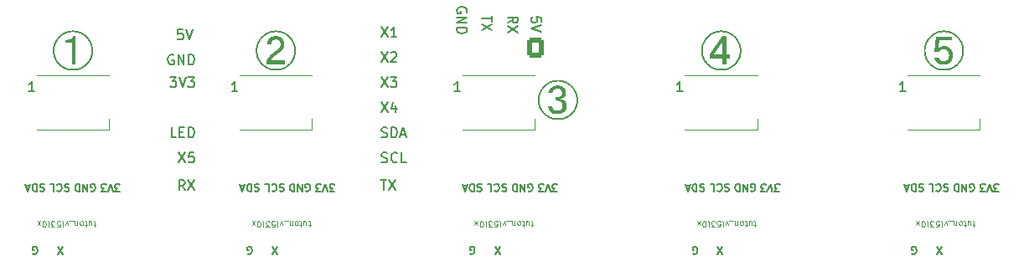
<source format=gbr>
%TF.GenerationSoftware,KiCad,Pcbnew,7.0.9*%
%TF.CreationDate,2025-01-19T15:35:17+09:00*%
%TF.ProjectId,03-FRONT,30332d46-524f-44e5-942e-6b696361645f,rev?*%
%TF.SameCoordinates,Original*%
%TF.FileFunction,Legend,Top*%
%TF.FilePolarity,Positive*%
%FSLAX46Y46*%
G04 Gerber Fmt 4.6, Leading zero omitted, Abs format (unit mm)*
G04 Created by KiCad (PCBNEW 7.0.9) date 2025-01-19 15:35:17*
%MOMM*%
%LPD*%
G01*
G04 APERTURE LIST*
G04 Aperture macros list*
%AMRoundRect*
0 Rectangle with rounded corners*
0 $1 Rounding radius*
0 $2 $3 $4 $5 $6 $7 $8 $9 X,Y pos of 4 corners*
0 Add a 4 corners polygon primitive as box body*
4,1,4,$2,$3,$4,$5,$6,$7,$8,$9,$2,$3,0*
0 Add four circle primitives for the rounded corners*
1,1,$1+$1,$2,$3*
1,1,$1+$1,$4,$5*
1,1,$1+$1,$6,$7*
1,1,$1+$1,$8,$9*
0 Add four rect primitives between the rounded corners*
20,1,$1+$1,$2,$3,$4,$5,0*
20,1,$1+$1,$4,$5,$6,$7,0*
20,1,$1+$1,$6,$7,$8,$9,0*
20,1,$1+$1,$8,$9,$2,$3,0*%
G04 Aperture macros list end*
%ADD10C,0.200000*%
%ADD11C,0.150000*%
%ADD12C,0.152400*%
%ADD13C,0.100000*%
%ADD14C,0.120000*%
%ADD15C,3.200000*%
%ADD16R,1.500000X0.900000*%
%ADD17C,1.700000*%
%ADD18C,1.600000*%
%ADD19O,1.600000X1.600000*%
%ADD20RoundRect,0.250000X0.600000X0.725000X-0.600000X0.725000X-0.600000X-0.725000X0.600000X-0.725000X0*%
%ADD21O,1.700000X1.950000*%
%ADD22R,1.600000X1.600000*%
G04 APERTURE END LIST*
D10*
X104344780Y-71845863D02*
X104344780Y-71369673D01*
X104344780Y-71369673D02*
X103868590Y-71322054D01*
X103868590Y-71322054D02*
X103916209Y-71369673D01*
X103916209Y-71369673D02*
X103963828Y-71464911D01*
X103963828Y-71464911D02*
X103963828Y-71703006D01*
X103963828Y-71703006D02*
X103916209Y-71798244D01*
X103916209Y-71798244D02*
X103868590Y-71845863D01*
X103868590Y-71845863D02*
X103773352Y-71893482D01*
X103773352Y-71893482D02*
X103535257Y-71893482D01*
X103535257Y-71893482D02*
X103440019Y-71845863D01*
X103440019Y-71845863D02*
X103392400Y-71798244D01*
X103392400Y-71798244D02*
X103344780Y-71703006D01*
X103344780Y-71703006D02*
X103344780Y-71464911D01*
X103344780Y-71464911D02*
X103392400Y-71369673D01*
X103392400Y-71369673D02*
X103440019Y-71322054D01*
X104344780Y-72179197D02*
X103344780Y-72512530D01*
X103344780Y-72512530D02*
X104344780Y-72845863D01*
X88206054Y-83462600D02*
X88348911Y-83510219D01*
X88348911Y-83510219D02*
X88587006Y-83510219D01*
X88587006Y-83510219D02*
X88682244Y-83462600D01*
X88682244Y-83462600D02*
X88729863Y-83414980D01*
X88729863Y-83414980D02*
X88777482Y-83319742D01*
X88777482Y-83319742D02*
X88777482Y-83224504D01*
X88777482Y-83224504D02*
X88729863Y-83129266D01*
X88729863Y-83129266D02*
X88682244Y-83081647D01*
X88682244Y-83081647D02*
X88587006Y-83034028D01*
X88587006Y-83034028D02*
X88396530Y-82986409D01*
X88396530Y-82986409D02*
X88301292Y-82938790D01*
X88301292Y-82938790D02*
X88253673Y-82891171D01*
X88253673Y-82891171D02*
X88206054Y-82795933D01*
X88206054Y-82795933D02*
X88206054Y-82700695D01*
X88206054Y-82700695D02*
X88253673Y-82605457D01*
X88253673Y-82605457D02*
X88301292Y-82557838D01*
X88301292Y-82557838D02*
X88396530Y-82510219D01*
X88396530Y-82510219D02*
X88634625Y-82510219D01*
X88634625Y-82510219D02*
X88777482Y-82557838D01*
X89206054Y-83510219D02*
X89206054Y-82510219D01*
X89206054Y-82510219D02*
X89444149Y-82510219D01*
X89444149Y-82510219D02*
X89587006Y-82557838D01*
X89587006Y-82557838D02*
X89682244Y-82653076D01*
X89682244Y-82653076D02*
X89729863Y-82748314D01*
X89729863Y-82748314D02*
X89777482Y-82938790D01*
X89777482Y-82938790D02*
X89777482Y-83081647D01*
X89777482Y-83081647D02*
X89729863Y-83272123D01*
X89729863Y-83272123D02*
X89682244Y-83367361D01*
X89682244Y-83367361D02*
X89587006Y-83462600D01*
X89587006Y-83462600D02*
X89444149Y-83510219D01*
X89444149Y-83510219D02*
X89206054Y-83510219D01*
X90158435Y-83224504D02*
X90634625Y-83224504D01*
X90063197Y-83510219D02*
X90396530Y-82510219D01*
X90396530Y-82510219D02*
X90729863Y-83510219D01*
X88110816Y-87844219D02*
X88682244Y-87844219D01*
X88396530Y-88844219D02*
X88396530Y-87844219D01*
X88920340Y-87844219D02*
X89587006Y-88844219D01*
X89587006Y-87844219D02*
X88920340Y-88844219D01*
X96771561Y-70893482D02*
X96819180Y-70798244D01*
X96819180Y-70798244D02*
X96819180Y-70655387D01*
X96819180Y-70655387D02*
X96771561Y-70512530D01*
X96771561Y-70512530D02*
X96676323Y-70417292D01*
X96676323Y-70417292D02*
X96581085Y-70369673D01*
X96581085Y-70369673D02*
X96390609Y-70322054D01*
X96390609Y-70322054D02*
X96247752Y-70322054D01*
X96247752Y-70322054D02*
X96057276Y-70369673D01*
X96057276Y-70369673D02*
X95962038Y-70417292D01*
X95962038Y-70417292D02*
X95866800Y-70512530D01*
X95866800Y-70512530D02*
X95819180Y-70655387D01*
X95819180Y-70655387D02*
X95819180Y-70750625D01*
X95819180Y-70750625D02*
X95866800Y-70893482D01*
X95866800Y-70893482D02*
X95914419Y-70941101D01*
X95914419Y-70941101D02*
X96247752Y-70941101D01*
X96247752Y-70941101D02*
X96247752Y-70750625D01*
X95819180Y-71369673D02*
X96819180Y-71369673D01*
X96819180Y-71369673D02*
X95819180Y-71941101D01*
X95819180Y-71941101D02*
X96819180Y-71941101D01*
X95819180Y-72417292D02*
X96819180Y-72417292D01*
X96819180Y-72417292D02*
X96819180Y-72655387D01*
X96819180Y-72655387D02*
X96771561Y-72798244D01*
X96771561Y-72798244D02*
X96676323Y-72893482D01*
X96676323Y-72893482D02*
X96581085Y-72941101D01*
X96581085Y-72941101D02*
X96390609Y-72988720D01*
X96390609Y-72988720D02*
X96247752Y-72988720D01*
X96247752Y-72988720D02*
X96057276Y-72941101D01*
X96057276Y-72941101D02*
X95962038Y-72893482D01*
X95962038Y-72893482D02*
X95866800Y-72798244D01*
X95866800Y-72798244D02*
X95819180Y-72655387D01*
X95819180Y-72655387D02*
X95819180Y-72417292D01*
X88206054Y-86002600D02*
X88348911Y-86050219D01*
X88348911Y-86050219D02*
X88587006Y-86050219D01*
X88587006Y-86050219D02*
X88682244Y-86002600D01*
X88682244Y-86002600D02*
X88729863Y-85954980D01*
X88729863Y-85954980D02*
X88777482Y-85859742D01*
X88777482Y-85859742D02*
X88777482Y-85764504D01*
X88777482Y-85764504D02*
X88729863Y-85669266D01*
X88729863Y-85669266D02*
X88682244Y-85621647D01*
X88682244Y-85621647D02*
X88587006Y-85574028D01*
X88587006Y-85574028D02*
X88396530Y-85526409D01*
X88396530Y-85526409D02*
X88301292Y-85478790D01*
X88301292Y-85478790D02*
X88253673Y-85431171D01*
X88253673Y-85431171D02*
X88206054Y-85335933D01*
X88206054Y-85335933D02*
X88206054Y-85240695D01*
X88206054Y-85240695D02*
X88253673Y-85145457D01*
X88253673Y-85145457D02*
X88301292Y-85097838D01*
X88301292Y-85097838D02*
X88396530Y-85050219D01*
X88396530Y-85050219D02*
X88634625Y-85050219D01*
X88634625Y-85050219D02*
X88777482Y-85097838D01*
X89777482Y-85954980D02*
X89729863Y-86002600D01*
X89729863Y-86002600D02*
X89587006Y-86050219D01*
X89587006Y-86050219D02*
X89491768Y-86050219D01*
X89491768Y-86050219D02*
X89348911Y-86002600D01*
X89348911Y-86002600D02*
X89253673Y-85907361D01*
X89253673Y-85907361D02*
X89206054Y-85812123D01*
X89206054Y-85812123D02*
X89158435Y-85621647D01*
X89158435Y-85621647D02*
X89158435Y-85478790D01*
X89158435Y-85478790D02*
X89206054Y-85288314D01*
X89206054Y-85288314D02*
X89253673Y-85193076D01*
X89253673Y-85193076D02*
X89348911Y-85097838D01*
X89348911Y-85097838D02*
X89491768Y-85050219D01*
X89491768Y-85050219D02*
X89587006Y-85050219D01*
X89587006Y-85050219D02*
X89729863Y-85097838D01*
X89729863Y-85097838D02*
X89777482Y-85145457D01*
X90682244Y-86050219D02*
X90206054Y-86050219D01*
X90206054Y-86050219D02*
X90206054Y-85050219D01*
X100975380Y-71941101D02*
X101451571Y-71607768D01*
X100975380Y-71369673D02*
X101975380Y-71369673D01*
X101975380Y-71369673D02*
X101975380Y-71750625D01*
X101975380Y-71750625D02*
X101927761Y-71845863D01*
X101927761Y-71845863D02*
X101880142Y-71893482D01*
X101880142Y-71893482D02*
X101784904Y-71941101D01*
X101784904Y-71941101D02*
X101642047Y-71941101D01*
X101642047Y-71941101D02*
X101546809Y-71893482D01*
X101546809Y-71893482D02*
X101499190Y-71845863D01*
X101499190Y-71845863D02*
X101451571Y-71750625D01*
X101451571Y-71750625D02*
X101451571Y-71369673D01*
X101975380Y-72274435D02*
X100975380Y-72941101D01*
X101975380Y-72941101D02*
X100975380Y-72274435D01*
X68115183Y-72604219D02*
X67638993Y-72604219D01*
X67638993Y-72604219D02*
X67591374Y-73080409D01*
X67591374Y-73080409D02*
X67638993Y-73032790D01*
X67638993Y-73032790D02*
X67734231Y-72985171D01*
X67734231Y-72985171D02*
X67972326Y-72985171D01*
X67972326Y-72985171D02*
X68067564Y-73032790D01*
X68067564Y-73032790D02*
X68115183Y-73080409D01*
X68115183Y-73080409D02*
X68162802Y-73175647D01*
X68162802Y-73175647D02*
X68162802Y-73413742D01*
X68162802Y-73413742D02*
X68115183Y-73508980D01*
X68115183Y-73508980D02*
X68067564Y-73556600D01*
X68067564Y-73556600D02*
X67972326Y-73604219D01*
X67972326Y-73604219D02*
X67734231Y-73604219D01*
X67734231Y-73604219D02*
X67638993Y-73556600D01*
X67638993Y-73556600D02*
X67591374Y-73508980D01*
X68448517Y-72604219D02*
X68781850Y-73604219D01*
X68781850Y-73604219D02*
X69115183Y-72604219D01*
X88158435Y-79970219D02*
X88825101Y-80970219D01*
X88825101Y-79970219D02*
X88158435Y-80970219D01*
X89634625Y-80303552D02*
X89634625Y-80970219D01*
X89396530Y-79922600D02*
X89158435Y-80636885D01*
X89158435Y-80636885D02*
X89777482Y-80636885D01*
X66845374Y-77430219D02*
X67464421Y-77430219D01*
X67464421Y-77430219D02*
X67131088Y-77811171D01*
X67131088Y-77811171D02*
X67273945Y-77811171D01*
X67273945Y-77811171D02*
X67369183Y-77858790D01*
X67369183Y-77858790D02*
X67416802Y-77906409D01*
X67416802Y-77906409D02*
X67464421Y-78001647D01*
X67464421Y-78001647D02*
X67464421Y-78239742D01*
X67464421Y-78239742D02*
X67416802Y-78334980D01*
X67416802Y-78334980D02*
X67369183Y-78382600D01*
X67369183Y-78382600D02*
X67273945Y-78430219D01*
X67273945Y-78430219D02*
X66988231Y-78430219D01*
X66988231Y-78430219D02*
X66892993Y-78382600D01*
X66892993Y-78382600D02*
X66845374Y-78334980D01*
X67750136Y-77430219D02*
X68083469Y-78430219D01*
X68083469Y-78430219D02*
X68416802Y-77430219D01*
X68654898Y-77430219D02*
X69273945Y-77430219D01*
X69273945Y-77430219D02*
X68940612Y-77811171D01*
X68940612Y-77811171D02*
X69083469Y-77811171D01*
X69083469Y-77811171D02*
X69178707Y-77858790D01*
X69178707Y-77858790D02*
X69226326Y-77906409D01*
X69226326Y-77906409D02*
X69273945Y-78001647D01*
X69273945Y-78001647D02*
X69273945Y-78239742D01*
X69273945Y-78239742D02*
X69226326Y-78334980D01*
X69226326Y-78334980D02*
X69178707Y-78382600D01*
X69178707Y-78382600D02*
X69083469Y-78430219D01*
X69083469Y-78430219D02*
X68797755Y-78430219D01*
X68797755Y-78430219D02*
X68702517Y-78382600D01*
X68702517Y-78382600D02*
X68654898Y-78334980D01*
D11*
G36*
X106059074Y-78261498D02*
G01*
X106106601Y-78264203D01*
X106152840Y-78268711D01*
X106197791Y-78275022D01*
X106241455Y-78283136D01*
X106283830Y-78293054D01*
X106324917Y-78304775D01*
X106364716Y-78318299D01*
X106403227Y-78333626D01*
X106440450Y-78350756D01*
X106476386Y-78369690D01*
X106511033Y-78390426D01*
X106544392Y-78412966D01*
X106576463Y-78437310D01*
X106607246Y-78463456D01*
X106636742Y-78491406D01*
X106660698Y-78516459D01*
X106683110Y-78542159D01*
X106703975Y-78568505D01*
X106723295Y-78595499D01*
X106741070Y-78623139D01*
X106757298Y-78651427D01*
X106771982Y-78680361D01*
X106785119Y-78709942D01*
X106796711Y-78740170D01*
X106806758Y-78771045D01*
X106815258Y-78802566D01*
X106822214Y-78834735D01*
X106827623Y-78867550D01*
X106831487Y-78901012D01*
X106833806Y-78935121D01*
X106834578Y-78969877D01*
X106834000Y-79006391D01*
X106832266Y-79041742D01*
X106829375Y-79075931D01*
X106825328Y-79108958D01*
X106820124Y-79140824D01*
X106813764Y-79171527D01*
X106806248Y-79201068D01*
X106797576Y-79229446D01*
X106782399Y-79269836D01*
X106764620Y-79307611D01*
X106744239Y-79342771D01*
X106721257Y-79375317D01*
X106695673Y-79405248D01*
X106686567Y-79414644D01*
X106663727Y-79436777D01*
X106640634Y-79457749D01*
X106617290Y-79477558D01*
X106593694Y-79496205D01*
X106569846Y-79513691D01*
X106533601Y-79537740D01*
X106496790Y-79559174D01*
X106459413Y-79577994D01*
X106421468Y-79594199D01*
X106382957Y-79607790D01*
X106343879Y-79618766D01*
X106304235Y-79627127D01*
X106290894Y-79629333D01*
X106327344Y-79637834D01*
X106362506Y-79646850D01*
X106396381Y-79656381D01*
X106428967Y-79666427D01*
X106460266Y-79676989D01*
X106490276Y-79688066D01*
X106518998Y-79699658D01*
X106546433Y-79711765D01*
X106585169Y-79730892D01*
X106621008Y-79751178D01*
X106653949Y-79772623D01*
X106683991Y-79795227D01*
X106711136Y-79818991D01*
X106719540Y-79827170D01*
X106743497Y-79852220D01*
X106765908Y-79877911D01*
X106786773Y-79904244D01*
X106806093Y-79931217D01*
X106823868Y-79958832D01*
X106840097Y-79987088D01*
X106854780Y-80015985D01*
X106867917Y-80045523D01*
X106879509Y-80075702D01*
X106889556Y-80106523D01*
X106898057Y-80137984D01*
X106905012Y-80170087D01*
X106910421Y-80202831D01*
X106914285Y-80236215D01*
X106916604Y-80270242D01*
X106917377Y-80304909D01*
X106916475Y-80349731D01*
X106913770Y-80393523D01*
X106909262Y-80436285D01*
X106902951Y-80478016D01*
X106894837Y-80518717D01*
X106884919Y-80558387D01*
X106873198Y-80597027D01*
X106859674Y-80634637D01*
X106844347Y-80671216D01*
X106827217Y-80706765D01*
X106808283Y-80741283D01*
X106787546Y-80774771D01*
X106765006Y-80807229D01*
X106740663Y-80838656D01*
X106714517Y-80869053D01*
X106686567Y-80898419D01*
X106652822Y-80930361D01*
X106617530Y-80960243D01*
X106580694Y-80988064D01*
X106542311Y-81013824D01*
X106502383Y-81037523D01*
X106460910Y-81059161D01*
X106417890Y-81078739D01*
X106373326Y-81096256D01*
X106327215Y-81111712D01*
X106279559Y-81125107D01*
X106230358Y-81136441D01*
X106179611Y-81145715D01*
X106127318Y-81152928D01*
X106073479Y-81158080D01*
X106018095Y-81161171D01*
X105961166Y-81162201D01*
X105906317Y-81161300D01*
X105853146Y-81158595D01*
X105801651Y-81154087D01*
X105751835Y-81147776D01*
X105703695Y-81139661D01*
X105657232Y-81129744D01*
X105612447Y-81118023D01*
X105569339Y-81104499D01*
X105527909Y-81089172D01*
X105488155Y-81072041D01*
X105450079Y-81053108D01*
X105413680Y-81032371D01*
X105378959Y-81009831D01*
X105345914Y-80985488D01*
X105314547Y-80959341D01*
X105284857Y-80931392D01*
X105260772Y-80906147D01*
X105237974Y-80879872D01*
X105216465Y-80852566D01*
X105196243Y-80824230D01*
X105177309Y-80794864D01*
X105159664Y-80764467D01*
X105143306Y-80733040D01*
X105128237Y-80700582D01*
X105114455Y-80667094D01*
X105101962Y-80632576D01*
X105090756Y-80597027D01*
X105080838Y-80560448D01*
X105072209Y-80522838D01*
X105064867Y-80484198D01*
X105058814Y-80444528D01*
X105054048Y-80403827D01*
X105466574Y-80403827D01*
X105470324Y-80437171D01*
X105475530Y-80469060D01*
X105482191Y-80499493D01*
X105490308Y-80528471D01*
X105503394Y-80564844D01*
X105519067Y-80598630D01*
X105537328Y-80629828D01*
X105558177Y-80658439D01*
X105581613Y-80684462D01*
X105607360Y-80708033D01*
X105635142Y-80729285D01*
X105664959Y-80748218D01*
X105696811Y-80764833D01*
X105730698Y-80779130D01*
X105766621Y-80791109D01*
X105804578Y-80800769D01*
X105844570Y-80808110D01*
X105886598Y-80813133D01*
X105930660Y-80815838D01*
X105961166Y-80816353D01*
X105993686Y-80815772D01*
X106025303Y-80814029D01*
X106056014Y-80811124D01*
X106085821Y-80807057D01*
X106114724Y-80801828D01*
X106156382Y-80791805D01*
X106196005Y-80779167D01*
X106233594Y-80763915D01*
X106269147Y-80746049D01*
X106302665Y-80725567D01*
X106334148Y-80702471D01*
X106363596Y-80676761D01*
X106372959Y-80667609D01*
X106396530Y-80642159D01*
X106417782Y-80615265D01*
X106436715Y-80586929D01*
X106453330Y-80557151D01*
X106467627Y-80525929D01*
X106479606Y-80493266D01*
X106489266Y-80459160D01*
X106496607Y-80423611D01*
X106501630Y-80386619D01*
X106504335Y-80348186D01*
X106504850Y-80321762D01*
X106503691Y-80279354D01*
X106500214Y-80238686D01*
X106494418Y-80199756D01*
X106486303Y-80162565D01*
X106475870Y-80127113D01*
X106463119Y-80093399D01*
X106448050Y-80061425D01*
X106430662Y-80031189D01*
X106410955Y-80002692D01*
X106388931Y-79975934D01*
X106372959Y-79959061D01*
X106351192Y-79939097D01*
X106327107Y-79920421D01*
X106300703Y-79903033D01*
X106271980Y-79886933D01*
X106240939Y-79872121D01*
X106207580Y-79858597D01*
X106171903Y-79846361D01*
X106133907Y-79835413D01*
X106093592Y-79825753D01*
X106050959Y-79817381D01*
X106006008Y-79810297D01*
X105958739Y-79804501D01*
X105909151Y-79799993D01*
X105857244Y-79796773D01*
X105803020Y-79794841D01*
X105746476Y-79794197D01*
X105746476Y-79447616D01*
X105800939Y-79449142D01*
X105852951Y-79449505D01*
X105902513Y-79448707D01*
X105949625Y-79446746D01*
X105994288Y-79443624D01*
X106036500Y-79439339D01*
X106076262Y-79433892D01*
X106113573Y-79427283D01*
X106148435Y-79419512D01*
X106180847Y-79410579D01*
X106210809Y-79400484D01*
X106238320Y-79389227D01*
X106274994Y-79370163D01*
X106306155Y-79348483D01*
X106323867Y-79332578D01*
X106344425Y-79310150D01*
X106362962Y-79286279D01*
X106379476Y-79260965D01*
X106393968Y-79234209D01*
X106406438Y-79206011D01*
X106416886Y-79176369D01*
X106425311Y-79145286D01*
X106431715Y-79112759D01*
X106436096Y-79078791D01*
X106438456Y-79043379D01*
X106438905Y-79018970D01*
X106437746Y-78982455D01*
X106434268Y-78947100D01*
X106428472Y-78912903D01*
X106420358Y-78879866D01*
X106409925Y-78847988D01*
X106397174Y-78817269D01*
X106382104Y-78787710D01*
X106364716Y-78759310D01*
X106345010Y-78732068D01*
X106322985Y-78705986D01*
X106307014Y-78689242D01*
X106280487Y-78666058D01*
X106250365Y-78645966D01*
X106216648Y-78628964D01*
X106189001Y-78618241D01*
X106159332Y-78609258D01*
X106127641Y-78602013D01*
X106093927Y-78596506D01*
X106058192Y-78592739D01*
X106020434Y-78590710D01*
X105994139Y-78590324D01*
X105951731Y-78591483D01*
X105911063Y-78594961D01*
X105872133Y-78600757D01*
X105834942Y-78608871D01*
X105799490Y-78619304D01*
X105765776Y-78632055D01*
X105733802Y-78647125D01*
X105703566Y-78664513D01*
X105675069Y-78684219D01*
X105648311Y-78706244D01*
X105631438Y-78722215D01*
X105610459Y-78744064D01*
X105590935Y-78766196D01*
X105567167Y-78796146D01*
X105545986Y-78826600D01*
X105527393Y-78857558D01*
X105511388Y-78889020D01*
X105497970Y-78920985D01*
X105487139Y-78953454D01*
X105482694Y-78969877D01*
X105054048Y-78969877D01*
X105062743Y-78937225D01*
X105072343Y-78905214D01*
X105082848Y-78873844D01*
X105094256Y-78843115D01*
X105106570Y-78813028D01*
X105119787Y-78783581D01*
X105133910Y-78754776D01*
X105148936Y-78726612D01*
X105164867Y-78699088D01*
X105181703Y-78672206D01*
X105199443Y-78645966D01*
X105218088Y-78620366D01*
X105237637Y-78595407D01*
X105258090Y-78571090D01*
X105279448Y-78547414D01*
X105301710Y-78524378D01*
X105335390Y-78492436D01*
X105370484Y-78462554D01*
X105406991Y-78434734D01*
X105444913Y-78408974D01*
X105484248Y-78385274D01*
X105524998Y-78363636D01*
X105567161Y-78344059D01*
X105610738Y-78326542D01*
X105655730Y-78311086D01*
X105702135Y-78297691D01*
X105749954Y-78286356D01*
X105799187Y-78277083D01*
X105849834Y-78269870D01*
X105901895Y-78264718D01*
X105955370Y-78261627D01*
X106010259Y-78260596D01*
X106059074Y-78261498D01*
G37*
G36*
X106079398Y-77700638D02*
G01*
X106131202Y-77702377D01*
X106182524Y-77705275D01*
X106233363Y-77709332D01*
X106283720Y-77714549D01*
X106333595Y-77720924D01*
X106382988Y-77728459D01*
X106431898Y-77737153D01*
X106480326Y-77747006D01*
X106528272Y-77758019D01*
X106575736Y-77770190D01*
X106622717Y-77783521D01*
X106669216Y-77798011D01*
X106715232Y-77813660D01*
X106760767Y-77830469D01*
X106805819Y-77848436D01*
X106850389Y-77867563D01*
X106894476Y-77887849D01*
X106938081Y-77909294D01*
X106981204Y-77931899D01*
X107023845Y-77955662D01*
X107066003Y-77980585D01*
X107107679Y-78006667D01*
X107148873Y-78033908D01*
X107189585Y-78062309D01*
X107229814Y-78091868D01*
X107269561Y-78122587D01*
X107308825Y-78154465D01*
X107347608Y-78187502D01*
X107385908Y-78221699D01*
X107423726Y-78257054D01*
X107461061Y-78293569D01*
X107497576Y-78330905D01*
X107532932Y-78368725D01*
X107567128Y-78407029D01*
X107600165Y-78445816D01*
X107632043Y-78485087D01*
X107662762Y-78524842D01*
X107692322Y-78565081D01*
X107720722Y-78605803D01*
X107747963Y-78647009D01*
X107774045Y-78688699D01*
X107798968Y-78730872D01*
X107822731Y-78773529D01*
X107845336Y-78816670D01*
X107866781Y-78860294D01*
X107887067Y-78904403D01*
X107906194Y-78948995D01*
X107924161Y-78994070D01*
X107940970Y-79039630D01*
X107956619Y-79085673D01*
X107971109Y-79132200D01*
X107984440Y-79179210D01*
X107996611Y-79226704D01*
X108007624Y-79274682D01*
X108017477Y-79323144D01*
X108026171Y-79372090D01*
X108033706Y-79421519D01*
X108040081Y-79471431D01*
X108045298Y-79521828D01*
X108049355Y-79572708D01*
X108052253Y-79624072D01*
X108053992Y-79675920D01*
X108054571Y-79728251D01*
X108053992Y-79780538D01*
X108052253Y-79832342D01*
X108049355Y-79883664D01*
X108045298Y-79934503D01*
X108040081Y-79984860D01*
X108033706Y-80034735D01*
X108026171Y-80084128D01*
X108017477Y-80133038D01*
X108007624Y-80181466D01*
X107996611Y-80229412D01*
X107984440Y-80276875D01*
X107971109Y-80323857D01*
X107956619Y-80370356D01*
X107940970Y-80416372D01*
X107924161Y-80461907D01*
X107906194Y-80506959D01*
X107887067Y-80551528D01*
X107866781Y-80595616D01*
X107845336Y-80639221D01*
X107822731Y-80682344D01*
X107798968Y-80724985D01*
X107774045Y-80767143D01*
X107747963Y-80808819D01*
X107720722Y-80850013D01*
X107692322Y-80890725D01*
X107662762Y-80930954D01*
X107632043Y-80970701D01*
X107600165Y-81009965D01*
X107567128Y-81048748D01*
X107532932Y-81087048D01*
X107497576Y-81124866D01*
X107461061Y-81162201D01*
X107423726Y-81198761D01*
X107385908Y-81234160D01*
X107347608Y-81268399D01*
X107308825Y-81301477D01*
X107269561Y-81333394D01*
X107229814Y-81364151D01*
X107189585Y-81393747D01*
X107148873Y-81422182D01*
X107107679Y-81449457D01*
X107066003Y-81475571D01*
X107023845Y-81500525D01*
X106981204Y-81524318D01*
X106938081Y-81546950D01*
X106894476Y-81568422D01*
X106850389Y-81588733D01*
X106805819Y-81607883D01*
X106760767Y-81625873D01*
X106715232Y-81642702D01*
X106669216Y-81658371D01*
X106622717Y-81672879D01*
X106575736Y-81686226D01*
X106528272Y-81698412D01*
X106480326Y-81709438D01*
X106431898Y-81719304D01*
X106382988Y-81728009D01*
X106333595Y-81735553D01*
X106283720Y-81741936D01*
X106233363Y-81747159D01*
X106182524Y-81751221D01*
X106131202Y-81754123D01*
X106079398Y-81755864D01*
X106027111Y-81756444D01*
X105974780Y-81755864D01*
X105922932Y-81754123D01*
X105871568Y-81751221D01*
X105820688Y-81747159D01*
X105770292Y-81741936D01*
X105720379Y-81735553D01*
X105670950Y-81728009D01*
X105622004Y-81719304D01*
X105573542Y-81709438D01*
X105525564Y-81698412D01*
X105478070Y-81686226D01*
X105431060Y-81672879D01*
X105384533Y-81658371D01*
X105338490Y-81642702D01*
X105292930Y-81625873D01*
X105247855Y-81607883D01*
X105203263Y-81588733D01*
X105159154Y-81568422D01*
X105115530Y-81546950D01*
X105072389Y-81524318D01*
X105029732Y-81500525D01*
X104987559Y-81475571D01*
X104945869Y-81449457D01*
X104904663Y-81422182D01*
X104863941Y-81393747D01*
X104823702Y-81364151D01*
X104783947Y-81333394D01*
X104744676Y-81301477D01*
X104705889Y-81268399D01*
X104667585Y-81234160D01*
X104629765Y-81198761D01*
X104592429Y-81162201D01*
X104555914Y-81124866D01*
X104520559Y-81087048D01*
X104486362Y-81048748D01*
X104453325Y-81009965D01*
X104421447Y-80970701D01*
X104390728Y-80930954D01*
X104361169Y-80890725D01*
X104332768Y-80850013D01*
X104305527Y-80808819D01*
X104279445Y-80767143D01*
X104254522Y-80724985D01*
X104230759Y-80682344D01*
X104208154Y-80639221D01*
X104186709Y-80595616D01*
X104166423Y-80551528D01*
X104147296Y-80506959D01*
X104129329Y-80461907D01*
X104112520Y-80416372D01*
X104096871Y-80370356D01*
X104082381Y-80323857D01*
X104069050Y-80276875D01*
X104056879Y-80229412D01*
X104045866Y-80181466D01*
X104036013Y-80133038D01*
X104027319Y-80084128D01*
X104019784Y-80034735D01*
X104013409Y-79984860D01*
X104008192Y-79934503D01*
X104004135Y-79883664D01*
X104001237Y-79832342D01*
X103999498Y-79780538D01*
X103998919Y-79728251D01*
X104163783Y-79728251D01*
X104164314Y-79776433D01*
X104165909Y-79824164D01*
X104168568Y-79871447D01*
X104172289Y-79918280D01*
X104177074Y-79964664D01*
X104182922Y-80010598D01*
X104189834Y-80056083D01*
X104197809Y-80101119D01*
X104206847Y-80145705D01*
X104216949Y-80189842D01*
X104228113Y-80233529D01*
X104240341Y-80276767D01*
X104253633Y-80319556D01*
X104267988Y-80361896D01*
X104283406Y-80403786D01*
X104299887Y-80445226D01*
X104317432Y-80486218D01*
X104336040Y-80526760D01*
X104355711Y-80566852D01*
X104376446Y-80606495D01*
X104398244Y-80645689D01*
X104421105Y-80684434D01*
X104445030Y-80722729D01*
X104470018Y-80760574D01*
X104496069Y-80797971D01*
X104523183Y-80834918D01*
X104551361Y-80871415D01*
X104580602Y-80907464D01*
X104610907Y-80943062D01*
X104642275Y-80978212D01*
X104674706Y-81012912D01*
X104708200Y-81047163D01*
X104742406Y-81080657D01*
X104777065Y-81113088D01*
X104812176Y-81144456D01*
X104847739Y-81174761D01*
X104883754Y-81204002D01*
X104920222Y-81232180D01*
X104957142Y-81259294D01*
X104994514Y-81285345D01*
X105032338Y-81310333D01*
X105070614Y-81334258D01*
X105109343Y-81357119D01*
X105148524Y-81378917D01*
X105188157Y-81399652D01*
X105228243Y-81419323D01*
X105268780Y-81437931D01*
X105309770Y-81455476D01*
X105351212Y-81471957D01*
X105393107Y-81487375D01*
X105435453Y-81501730D01*
X105478252Y-81515021D01*
X105521503Y-81527250D01*
X105565206Y-81538414D01*
X105609362Y-81548516D01*
X105653969Y-81557554D01*
X105699029Y-81565529D01*
X105744542Y-81572440D01*
X105790506Y-81578289D01*
X105836923Y-81583074D01*
X105883791Y-81586795D01*
X105931113Y-81589453D01*
X105978886Y-81591048D01*
X106027111Y-81591580D01*
X106075293Y-81591048D01*
X106123024Y-81589453D01*
X106170307Y-81586795D01*
X106217140Y-81583074D01*
X106263524Y-81578289D01*
X106309458Y-81572440D01*
X106354943Y-81565529D01*
X106399979Y-81557554D01*
X106444565Y-81548516D01*
X106488702Y-81538414D01*
X106532389Y-81527250D01*
X106575627Y-81515021D01*
X106618416Y-81501730D01*
X106660756Y-81487375D01*
X106702646Y-81471957D01*
X106744086Y-81455476D01*
X106785078Y-81437931D01*
X106825620Y-81419323D01*
X106865712Y-81399652D01*
X106905355Y-81378917D01*
X106944549Y-81357119D01*
X106983294Y-81334258D01*
X107021589Y-81310333D01*
X107059434Y-81285345D01*
X107096831Y-81259294D01*
X107133778Y-81232180D01*
X107170275Y-81204002D01*
X107206324Y-81174761D01*
X107241922Y-81144456D01*
X107277072Y-81113088D01*
X107311772Y-81080657D01*
X107346023Y-81047163D01*
X107379472Y-81012912D01*
X107411860Y-80978212D01*
X107443185Y-80943062D01*
X107473449Y-80907464D01*
X107502651Y-80871415D01*
X107530791Y-80834918D01*
X107557869Y-80797971D01*
X107583885Y-80760574D01*
X107608839Y-80722729D01*
X107632731Y-80684434D01*
X107655562Y-80645689D01*
X107677331Y-80606495D01*
X107698037Y-80566852D01*
X107717682Y-80526760D01*
X107736265Y-80486218D01*
X107753786Y-80445226D01*
X107770245Y-80403786D01*
X107785643Y-80361896D01*
X107799978Y-80319556D01*
X107813252Y-80276767D01*
X107825463Y-80233529D01*
X107836613Y-80189842D01*
X107846701Y-80145705D01*
X107855727Y-80101119D01*
X107863691Y-80056083D01*
X107870593Y-80010598D01*
X107876434Y-79964664D01*
X107881212Y-79918280D01*
X107884929Y-79871447D01*
X107887584Y-79824164D01*
X107889176Y-79776433D01*
X107889707Y-79728251D01*
X107889176Y-79680026D01*
X107887584Y-79632253D01*
X107884929Y-79584931D01*
X107881212Y-79538063D01*
X107876434Y-79491646D01*
X107870593Y-79445682D01*
X107863691Y-79400169D01*
X107855727Y-79355109D01*
X107846701Y-79310502D01*
X107836613Y-79266346D01*
X107825463Y-79222643D01*
X107813252Y-79179392D01*
X107799978Y-79136593D01*
X107785643Y-79094247D01*
X107770245Y-79052352D01*
X107753786Y-79010910D01*
X107736265Y-78969920D01*
X107717682Y-78929383D01*
X107698037Y-78889297D01*
X107677331Y-78849664D01*
X107655562Y-78810483D01*
X107632731Y-78771754D01*
X107608839Y-78733478D01*
X107583885Y-78695654D01*
X107557869Y-78658282D01*
X107530791Y-78621362D01*
X107502651Y-78584894D01*
X107473449Y-78548879D01*
X107443185Y-78513316D01*
X107411860Y-78478205D01*
X107379472Y-78443546D01*
X107346023Y-78409340D01*
X107311772Y-78375846D01*
X107277072Y-78343415D01*
X107241922Y-78312047D01*
X107206324Y-78281742D01*
X107170275Y-78252501D01*
X107133778Y-78224323D01*
X107096831Y-78197209D01*
X107059434Y-78171157D01*
X107021589Y-78146170D01*
X106983294Y-78122245D01*
X106944549Y-78099384D01*
X106905355Y-78077586D01*
X106865712Y-78056851D01*
X106825620Y-78037180D01*
X106785078Y-78018572D01*
X106744086Y-78001027D01*
X106702646Y-77984546D01*
X106660756Y-77969128D01*
X106618416Y-77954773D01*
X106575627Y-77941481D01*
X106532389Y-77929253D01*
X106488702Y-77918088D01*
X106444565Y-77907987D01*
X106399979Y-77898949D01*
X106354943Y-77890974D01*
X106309458Y-77884062D01*
X106263524Y-77878214D01*
X106217140Y-77873429D01*
X106170307Y-77869708D01*
X106123024Y-77867049D01*
X106075293Y-77865454D01*
X106027111Y-77864923D01*
X105978886Y-77865454D01*
X105931113Y-77867049D01*
X105883791Y-77869708D01*
X105836923Y-77873429D01*
X105790506Y-77878214D01*
X105744542Y-77884062D01*
X105699029Y-77890974D01*
X105653969Y-77898949D01*
X105609362Y-77907987D01*
X105565206Y-77918088D01*
X105521503Y-77929253D01*
X105478252Y-77941481D01*
X105435453Y-77954773D01*
X105393107Y-77969128D01*
X105351212Y-77984546D01*
X105309770Y-78001027D01*
X105268780Y-78018572D01*
X105228243Y-78037180D01*
X105188157Y-78056851D01*
X105148524Y-78077586D01*
X105109343Y-78099384D01*
X105070614Y-78122245D01*
X105032338Y-78146170D01*
X104994514Y-78171157D01*
X104957142Y-78197209D01*
X104920222Y-78224323D01*
X104883754Y-78252501D01*
X104847739Y-78281742D01*
X104812176Y-78312047D01*
X104777065Y-78343415D01*
X104742406Y-78375846D01*
X104708200Y-78409340D01*
X104674706Y-78443546D01*
X104642275Y-78478205D01*
X104610907Y-78513316D01*
X104580602Y-78548879D01*
X104551361Y-78584894D01*
X104523183Y-78621362D01*
X104496069Y-78658282D01*
X104470018Y-78695654D01*
X104445030Y-78733478D01*
X104421105Y-78771754D01*
X104398244Y-78810483D01*
X104376446Y-78849664D01*
X104355711Y-78889297D01*
X104336040Y-78929383D01*
X104317432Y-78969920D01*
X104299887Y-79010910D01*
X104283406Y-79052352D01*
X104267988Y-79094247D01*
X104253633Y-79136593D01*
X104240341Y-79179392D01*
X104228113Y-79222643D01*
X104216949Y-79266346D01*
X104206847Y-79310502D01*
X104197809Y-79355109D01*
X104189834Y-79400169D01*
X104182922Y-79445682D01*
X104177074Y-79491646D01*
X104172289Y-79538063D01*
X104168568Y-79584931D01*
X104165909Y-79632253D01*
X104164314Y-79680026D01*
X104163783Y-79728251D01*
X103998919Y-79728251D01*
X103999498Y-79675920D01*
X104001237Y-79624072D01*
X104004135Y-79572708D01*
X104008192Y-79521828D01*
X104013409Y-79471431D01*
X104019784Y-79421519D01*
X104027319Y-79372090D01*
X104036013Y-79323144D01*
X104045866Y-79274682D01*
X104056879Y-79226704D01*
X104069050Y-79179210D01*
X104082381Y-79132200D01*
X104096871Y-79085673D01*
X104112520Y-79039630D01*
X104129329Y-78994070D01*
X104147296Y-78948995D01*
X104166423Y-78904403D01*
X104186709Y-78860294D01*
X104208154Y-78816670D01*
X104230759Y-78773529D01*
X104254522Y-78730872D01*
X104279445Y-78688699D01*
X104305527Y-78647009D01*
X104332768Y-78605803D01*
X104361169Y-78565081D01*
X104390728Y-78524842D01*
X104421447Y-78485087D01*
X104453325Y-78445816D01*
X104486362Y-78407029D01*
X104520559Y-78368725D01*
X104555914Y-78330905D01*
X104592429Y-78293569D01*
X104629765Y-78257054D01*
X104667585Y-78221699D01*
X104705889Y-78187502D01*
X104744676Y-78154465D01*
X104783947Y-78122587D01*
X104823702Y-78091868D01*
X104863941Y-78062309D01*
X104904663Y-78033908D01*
X104945869Y-78006667D01*
X104987559Y-77980585D01*
X105029732Y-77955662D01*
X105072389Y-77931899D01*
X105115530Y-77909294D01*
X105159154Y-77887849D01*
X105203263Y-77867563D01*
X105247855Y-77848436D01*
X105292930Y-77830469D01*
X105338490Y-77813660D01*
X105384533Y-77798011D01*
X105431060Y-77783521D01*
X105478070Y-77770190D01*
X105525564Y-77758019D01*
X105573542Y-77747006D01*
X105622004Y-77737153D01*
X105670950Y-77728459D01*
X105720379Y-77720924D01*
X105770292Y-77714549D01*
X105820688Y-77709332D01*
X105871568Y-77705275D01*
X105922932Y-77702377D01*
X105974780Y-77700638D01*
X106027111Y-77700059D01*
X106079398Y-77700638D01*
G37*
D10*
X68321564Y-88844219D02*
X67988231Y-88368028D01*
X67750136Y-88844219D02*
X67750136Y-87844219D01*
X67750136Y-87844219D02*
X68131088Y-87844219D01*
X68131088Y-87844219D02*
X68226326Y-87891838D01*
X68226326Y-87891838D02*
X68273945Y-87939457D01*
X68273945Y-87939457D02*
X68321564Y-88034695D01*
X68321564Y-88034695D02*
X68321564Y-88177552D01*
X68321564Y-88177552D02*
X68273945Y-88272790D01*
X68273945Y-88272790D02*
X68226326Y-88320409D01*
X68226326Y-88320409D02*
X68131088Y-88368028D01*
X68131088Y-88368028D02*
X67750136Y-88368028D01*
X68654898Y-87844219D02*
X69321564Y-88844219D01*
X69321564Y-87844219D02*
X68654898Y-88844219D01*
D11*
G36*
X145851431Y-73717819D02*
G01*
X144532520Y-73717819D01*
X144466574Y-74464469D01*
X144501694Y-74440512D01*
X144537076Y-74418101D01*
X144572722Y-74397236D01*
X144608632Y-74377916D01*
X144644805Y-74360141D01*
X144681241Y-74343912D01*
X144717940Y-74329229D01*
X144754903Y-74316092D01*
X144792129Y-74304500D01*
X144829618Y-74294453D01*
X144867371Y-74285952D01*
X144905387Y-74278997D01*
X144943666Y-74273588D01*
X144982209Y-74269724D01*
X145021015Y-74267405D01*
X145060084Y-74266632D01*
X145104970Y-74267597D01*
X145148950Y-74270491D01*
X145192027Y-74275314D01*
X145234199Y-74282066D01*
X145275466Y-74290747D01*
X145315829Y-74301357D01*
X145355288Y-74313896D01*
X145393842Y-74328365D01*
X145431492Y-74344762D01*
X145468237Y-74363089D01*
X145504078Y-74383345D01*
X145539014Y-74405530D01*
X145573046Y-74429645D01*
X145606173Y-74455688D01*
X145638396Y-74483660D01*
X145669714Y-74513562D01*
X145699705Y-74545227D01*
X145727760Y-74578305D01*
X145753881Y-74612798D01*
X145778067Y-74648705D01*
X145800318Y-74686025D01*
X145820634Y-74724760D01*
X145839015Y-74764908D01*
X145855461Y-74806470D01*
X145869973Y-74849446D01*
X145882549Y-74893837D01*
X145893191Y-74939641D01*
X145901898Y-74986859D01*
X145908670Y-75035491D01*
X145913507Y-75085537D01*
X145916409Y-75136997D01*
X145917377Y-75189870D01*
X145916475Y-75246671D01*
X145913770Y-75301669D01*
X145909262Y-75354863D01*
X145902951Y-75406254D01*
X145894837Y-75455842D01*
X145884919Y-75503627D01*
X145873198Y-75549609D01*
X145859674Y-75593787D01*
X145844347Y-75636162D01*
X145827217Y-75676734D01*
X145808283Y-75715503D01*
X145787546Y-75752469D01*
X145765006Y-75787631D01*
X145740663Y-75820990D01*
X145714517Y-75852546D01*
X145686567Y-75882299D01*
X145652950Y-75914241D01*
X145618046Y-75944123D01*
X145581853Y-75971944D01*
X145544372Y-75997704D01*
X145505603Y-76021403D01*
X145465546Y-76043041D01*
X145424202Y-76062619D01*
X145381569Y-76080136D01*
X145337648Y-76095592D01*
X145292439Y-76108987D01*
X145245943Y-76120321D01*
X145198158Y-76129595D01*
X145149085Y-76136808D01*
X145098724Y-76141960D01*
X145047075Y-76145051D01*
X144994139Y-76146081D01*
X144937272Y-76145114D01*
X144882077Y-76142211D01*
X144828553Y-76137374D01*
X144776701Y-76130602D01*
X144726521Y-76121895D01*
X144678012Y-76111254D01*
X144631175Y-76098677D01*
X144586009Y-76084166D01*
X144542515Y-76067719D01*
X144500692Y-76049338D01*
X144460541Y-76029022D01*
X144422061Y-76006771D01*
X144385253Y-75982585D01*
X144350116Y-75956465D01*
X144316651Y-75928409D01*
X144284857Y-75898419D01*
X144262813Y-75875535D01*
X144241924Y-75852131D01*
X144222192Y-75828206D01*
X144203616Y-75803760D01*
X144186197Y-75778792D01*
X144169934Y-75753304D01*
X144154827Y-75727295D01*
X144140876Y-75700765D01*
X144128082Y-75673715D01*
X144116444Y-75646143D01*
X144105963Y-75618050D01*
X144096638Y-75589436D01*
X144088469Y-75560302D01*
X144081457Y-75530646D01*
X144075600Y-75500470D01*
X144070901Y-75469773D01*
X144532520Y-75469773D01*
X144541530Y-75505917D01*
X144552074Y-75539977D01*
X144564153Y-75571954D01*
X144577766Y-75601847D01*
X144592913Y-75629656D01*
X144609594Y-75655382D01*
X144627809Y-75679024D01*
X144647558Y-75700582D01*
X144674612Y-75723766D01*
X144706314Y-75743859D01*
X144733141Y-75756900D01*
X144762582Y-75768202D01*
X144794638Y-75777766D01*
X144829309Y-75785590D01*
X144866595Y-75791676D01*
X144906495Y-75796023D01*
X144949009Y-75798631D01*
X144978805Y-75799404D01*
X144994139Y-75799501D01*
X145026659Y-75798922D01*
X145058275Y-75797188D01*
X145088987Y-75794297D01*
X145118794Y-75790250D01*
X145147697Y-75785046D01*
X145189355Y-75775073D01*
X145228978Y-75762498D01*
X145266566Y-75747321D01*
X145302119Y-75729542D01*
X145335637Y-75709162D01*
X145367120Y-75686179D01*
X145396568Y-75660596D01*
X145405932Y-75651489D01*
X145429503Y-75625021D01*
X145450754Y-75595075D01*
X145469688Y-75561651D01*
X145486303Y-75524750D01*
X145500600Y-75484371D01*
X145508843Y-75455520D01*
X145516056Y-75425123D01*
X145522238Y-75393181D01*
X145527390Y-75359693D01*
X145531512Y-75324660D01*
X145534603Y-75288080D01*
X145536664Y-75249956D01*
X145537694Y-75210285D01*
X145537823Y-75189870D01*
X145537245Y-75153354D01*
X145535511Y-75117994D01*
X145532620Y-75083791D01*
X145528573Y-75050744D01*
X145523369Y-75018853D01*
X145517009Y-74988118D01*
X145509493Y-74958540D01*
X145500820Y-74930118D01*
X145485644Y-74889653D01*
X145467865Y-74851791D01*
X145447484Y-74816529D01*
X145424502Y-74783870D01*
X145398918Y-74753812D01*
X145389812Y-74744371D01*
X145358172Y-74714908D01*
X145325077Y-74688343D01*
X145290527Y-74664676D01*
X145254521Y-74643907D01*
X145217059Y-74626037D01*
X145178142Y-74611064D01*
X145137770Y-74598989D01*
X145095942Y-74589812D01*
X145052659Y-74583533D01*
X145022995Y-74580957D01*
X144992684Y-74579669D01*
X144977286Y-74579508D01*
X144946483Y-74580475D01*
X144915805Y-74583377D01*
X144885254Y-74588214D01*
X144854829Y-74594986D01*
X144824529Y-74603693D01*
X144794356Y-74614335D01*
X144764308Y-74626912D01*
X144734386Y-74641423D01*
X144704591Y-74657869D01*
X144674921Y-74676251D01*
X144645377Y-74696567D01*
X144615959Y-74718818D01*
X144586667Y-74743003D01*
X144557501Y-74769124D01*
X144528461Y-74797179D01*
X144499547Y-74827170D01*
X144087021Y-74827170D01*
X144218912Y-73343394D01*
X145851431Y-73343394D01*
X145851431Y-73717819D01*
G37*
G36*
X145079398Y-72700638D02*
G01*
X145131202Y-72702377D01*
X145182524Y-72705275D01*
X145233363Y-72709332D01*
X145283720Y-72714549D01*
X145333595Y-72720924D01*
X145382988Y-72728459D01*
X145431898Y-72737153D01*
X145480326Y-72747006D01*
X145528272Y-72758019D01*
X145575736Y-72770190D01*
X145622717Y-72783521D01*
X145669216Y-72798011D01*
X145715232Y-72813660D01*
X145760767Y-72830469D01*
X145805819Y-72848436D01*
X145850389Y-72867563D01*
X145894476Y-72887849D01*
X145938081Y-72909294D01*
X145981204Y-72931899D01*
X146023845Y-72955662D01*
X146066003Y-72980585D01*
X146107679Y-73006667D01*
X146148873Y-73033908D01*
X146189585Y-73062309D01*
X146229814Y-73091868D01*
X146269561Y-73122587D01*
X146308825Y-73154465D01*
X146347608Y-73187502D01*
X146385908Y-73221699D01*
X146423726Y-73257054D01*
X146461061Y-73293569D01*
X146497576Y-73330905D01*
X146532932Y-73368725D01*
X146567128Y-73407029D01*
X146600165Y-73445816D01*
X146632043Y-73485087D01*
X146662762Y-73524842D01*
X146692322Y-73565081D01*
X146720722Y-73605803D01*
X146747963Y-73647009D01*
X146774045Y-73688699D01*
X146798968Y-73730872D01*
X146822731Y-73773529D01*
X146845336Y-73816670D01*
X146866781Y-73860294D01*
X146887067Y-73904403D01*
X146906194Y-73948995D01*
X146924161Y-73994070D01*
X146940970Y-74039630D01*
X146956619Y-74085673D01*
X146971109Y-74132200D01*
X146984440Y-74179210D01*
X146996611Y-74226704D01*
X147007624Y-74274682D01*
X147017477Y-74323144D01*
X147026171Y-74372090D01*
X147033706Y-74421519D01*
X147040081Y-74471431D01*
X147045298Y-74521828D01*
X147049355Y-74572708D01*
X147052253Y-74624072D01*
X147053992Y-74675920D01*
X147054571Y-74728251D01*
X147053992Y-74780538D01*
X147052253Y-74832342D01*
X147049355Y-74883664D01*
X147045298Y-74934503D01*
X147040081Y-74984860D01*
X147033706Y-75034735D01*
X147026171Y-75084128D01*
X147017477Y-75133038D01*
X147007624Y-75181466D01*
X146996611Y-75229412D01*
X146984440Y-75276875D01*
X146971109Y-75323857D01*
X146956619Y-75370356D01*
X146940970Y-75416372D01*
X146924161Y-75461907D01*
X146906194Y-75506959D01*
X146887067Y-75551528D01*
X146866781Y-75595616D01*
X146845336Y-75639221D01*
X146822731Y-75682344D01*
X146798968Y-75724985D01*
X146774045Y-75767143D01*
X146747963Y-75808819D01*
X146720722Y-75850013D01*
X146692322Y-75890725D01*
X146662762Y-75930954D01*
X146632043Y-75970701D01*
X146600165Y-76009965D01*
X146567128Y-76048748D01*
X146532932Y-76087048D01*
X146497576Y-76124866D01*
X146461061Y-76162201D01*
X146423726Y-76198761D01*
X146385908Y-76234160D01*
X146347608Y-76268399D01*
X146308825Y-76301477D01*
X146269561Y-76333394D01*
X146229814Y-76364151D01*
X146189585Y-76393747D01*
X146148873Y-76422182D01*
X146107679Y-76449457D01*
X146066003Y-76475571D01*
X146023845Y-76500525D01*
X145981204Y-76524318D01*
X145938081Y-76546950D01*
X145894476Y-76568422D01*
X145850389Y-76588733D01*
X145805819Y-76607883D01*
X145760767Y-76625873D01*
X145715232Y-76642702D01*
X145669216Y-76658371D01*
X145622717Y-76672879D01*
X145575736Y-76686226D01*
X145528272Y-76698412D01*
X145480326Y-76709438D01*
X145431898Y-76719304D01*
X145382988Y-76728009D01*
X145333595Y-76735553D01*
X145283720Y-76741936D01*
X145233363Y-76747159D01*
X145182524Y-76751221D01*
X145131202Y-76754123D01*
X145079398Y-76755864D01*
X145027111Y-76756444D01*
X144974780Y-76755864D01*
X144922932Y-76754123D01*
X144871568Y-76751221D01*
X144820688Y-76747159D01*
X144770292Y-76741936D01*
X144720379Y-76735553D01*
X144670950Y-76728009D01*
X144622004Y-76719304D01*
X144573542Y-76709438D01*
X144525564Y-76698412D01*
X144478070Y-76686226D01*
X144431060Y-76672879D01*
X144384533Y-76658371D01*
X144338490Y-76642702D01*
X144292930Y-76625873D01*
X144247855Y-76607883D01*
X144203263Y-76588733D01*
X144159154Y-76568422D01*
X144115530Y-76546950D01*
X144072389Y-76524318D01*
X144029732Y-76500525D01*
X143987559Y-76475571D01*
X143945869Y-76449457D01*
X143904663Y-76422182D01*
X143863941Y-76393747D01*
X143823702Y-76364151D01*
X143783947Y-76333394D01*
X143744676Y-76301477D01*
X143705889Y-76268399D01*
X143667585Y-76234160D01*
X143629765Y-76198761D01*
X143592429Y-76162201D01*
X143555914Y-76124866D01*
X143520559Y-76087048D01*
X143486362Y-76048748D01*
X143453325Y-76009965D01*
X143421447Y-75970701D01*
X143390728Y-75930954D01*
X143361169Y-75890725D01*
X143332768Y-75850013D01*
X143305527Y-75808819D01*
X143279445Y-75767143D01*
X143254522Y-75724985D01*
X143230759Y-75682344D01*
X143208154Y-75639221D01*
X143186709Y-75595616D01*
X143166423Y-75551528D01*
X143147296Y-75506959D01*
X143129329Y-75461907D01*
X143112520Y-75416372D01*
X143096871Y-75370356D01*
X143082381Y-75323857D01*
X143069050Y-75276875D01*
X143056879Y-75229412D01*
X143045866Y-75181466D01*
X143036013Y-75133038D01*
X143027319Y-75084128D01*
X143019784Y-75034735D01*
X143013409Y-74984860D01*
X143008192Y-74934503D01*
X143004135Y-74883664D01*
X143001237Y-74832342D01*
X142999498Y-74780538D01*
X142998919Y-74728251D01*
X143163783Y-74728251D01*
X143164314Y-74776433D01*
X143165909Y-74824164D01*
X143168568Y-74871447D01*
X143172289Y-74918280D01*
X143177074Y-74964664D01*
X143182922Y-75010598D01*
X143189834Y-75056083D01*
X143197809Y-75101119D01*
X143206847Y-75145705D01*
X143216949Y-75189842D01*
X143228113Y-75233529D01*
X143240341Y-75276767D01*
X143253633Y-75319556D01*
X143267988Y-75361896D01*
X143283406Y-75403786D01*
X143299887Y-75445226D01*
X143317432Y-75486218D01*
X143336040Y-75526760D01*
X143355711Y-75566852D01*
X143376446Y-75606495D01*
X143398244Y-75645689D01*
X143421105Y-75684434D01*
X143445030Y-75722729D01*
X143470018Y-75760574D01*
X143496069Y-75797971D01*
X143523183Y-75834918D01*
X143551361Y-75871415D01*
X143580602Y-75907464D01*
X143610907Y-75943062D01*
X143642275Y-75978212D01*
X143674706Y-76012912D01*
X143708200Y-76047163D01*
X143742406Y-76080657D01*
X143777065Y-76113088D01*
X143812176Y-76144456D01*
X143847739Y-76174761D01*
X143883754Y-76204002D01*
X143920222Y-76232180D01*
X143957142Y-76259294D01*
X143994514Y-76285345D01*
X144032338Y-76310333D01*
X144070614Y-76334258D01*
X144109343Y-76357119D01*
X144148524Y-76378917D01*
X144188157Y-76399652D01*
X144228243Y-76419323D01*
X144268780Y-76437931D01*
X144309770Y-76455476D01*
X144351212Y-76471957D01*
X144393107Y-76487375D01*
X144435453Y-76501730D01*
X144478252Y-76515021D01*
X144521503Y-76527250D01*
X144565206Y-76538414D01*
X144609362Y-76548516D01*
X144653969Y-76557554D01*
X144699029Y-76565529D01*
X144744542Y-76572440D01*
X144790506Y-76578289D01*
X144836923Y-76583074D01*
X144883791Y-76586795D01*
X144931113Y-76589453D01*
X144978886Y-76591048D01*
X145027111Y-76591580D01*
X145075293Y-76591048D01*
X145123024Y-76589453D01*
X145170307Y-76586795D01*
X145217140Y-76583074D01*
X145263524Y-76578289D01*
X145309458Y-76572440D01*
X145354943Y-76565529D01*
X145399979Y-76557554D01*
X145444565Y-76548516D01*
X145488702Y-76538414D01*
X145532389Y-76527250D01*
X145575627Y-76515021D01*
X145618416Y-76501730D01*
X145660756Y-76487375D01*
X145702646Y-76471957D01*
X145744086Y-76455476D01*
X145785078Y-76437931D01*
X145825620Y-76419323D01*
X145865712Y-76399652D01*
X145905355Y-76378917D01*
X145944549Y-76357119D01*
X145983294Y-76334258D01*
X146021589Y-76310333D01*
X146059434Y-76285345D01*
X146096831Y-76259294D01*
X146133778Y-76232180D01*
X146170275Y-76204002D01*
X146206324Y-76174761D01*
X146241922Y-76144456D01*
X146277072Y-76113088D01*
X146311772Y-76080657D01*
X146346023Y-76047163D01*
X146379472Y-76012912D01*
X146411860Y-75978212D01*
X146443185Y-75943062D01*
X146473449Y-75907464D01*
X146502651Y-75871415D01*
X146530791Y-75834918D01*
X146557869Y-75797971D01*
X146583885Y-75760574D01*
X146608839Y-75722729D01*
X146632731Y-75684434D01*
X146655562Y-75645689D01*
X146677331Y-75606495D01*
X146698037Y-75566852D01*
X146717682Y-75526760D01*
X146736265Y-75486218D01*
X146753786Y-75445226D01*
X146770245Y-75403786D01*
X146785643Y-75361896D01*
X146799978Y-75319556D01*
X146813252Y-75276767D01*
X146825463Y-75233529D01*
X146836613Y-75189842D01*
X146846701Y-75145705D01*
X146855727Y-75101119D01*
X146863691Y-75056083D01*
X146870593Y-75010598D01*
X146876434Y-74964664D01*
X146881212Y-74918280D01*
X146884929Y-74871447D01*
X146887584Y-74824164D01*
X146889176Y-74776433D01*
X146889707Y-74728251D01*
X146889176Y-74680026D01*
X146887584Y-74632253D01*
X146884929Y-74584931D01*
X146881212Y-74538063D01*
X146876434Y-74491646D01*
X146870593Y-74445682D01*
X146863691Y-74400169D01*
X146855727Y-74355109D01*
X146846701Y-74310502D01*
X146836613Y-74266346D01*
X146825463Y-74222643D01*
X146813252Y-74179392D01*
X146799978Y-74136593D01*
X146785643Y-74094247D01*
X146770245Y-74052352D01*
X146753786Y-74010910D01*
X146736265Y-73969920D01*
X146717682Y-73929383D01*
X146698037Y-73889297D01*
X146677331Y-73849664D01*
X146655562Y-73810483D01*
X146632731Y-73771754D01*
X146608839Y-73733478D01*
X146583885Y-73695654D01*
X146557869Y-73658282D01*
X146530791Y-73621362D01*
X146502651Y-73584894D01*
X146473449Y-73548879D01*
X146443185Y-73513316D01*
X146411860Y-73478205D01*
X146379472Y-73443546D01*
X146346023Y-73409340D01*
X146311772Y-73375846D01*
X146277072Y-73343415D01*
X146241922Y-73312047D01*
X146206324Y-73281742D01*
X146170275Y-73252501D01*
X146133778Y-73224323D01*
X146096831Y-73197209D01*
X146059434Y-73171157D01*
X146021589Y-73146170D01*
X145983294Y-73122245D01*
X145944549Y-73099384D01*
X145905355Y-73077586D01*
X145865712Y-73056851D01*
X145825620Y-73037180D01*
X145785078Y-73018572D01*
X145744086Y-73001027D01*
X145702646Y-72984546D01*
X145660756Y-72969128D01*
X145618416Y-72954773D01*
X145575627Y-72941481D01*
X145532389Y-72929253D01*
X145488702Y-72918088D01*
X145444565Y-72907987D01*
X145399979Y-72898949D01*
X145354943Y-72890974D01*
X145309458Y-72884062D01*
X145263524Y-72878214D01*
X145217140Y-72873429D01*
X145170307Y-72869708D01*
X145123024Y-72867049D01*
X145075293Y-72865454D01*
X145027111Y-72864923D01*
X144978886Y-72865454D01*
X144931113Y-72867049D01*
X144883791Y-72869708D01*
X144836923Y-72873429D01*
X144790506Y-72878214D01*
X144744542Y-72884062D01*
X144699029Y-72890974D01*
X144653969Y-72898949D01*
X144609362Y-72907987D01*
X144565206Y-72918088D01*
X144521503Y-72929253D01*
X144478252Y-72941481D01*
X144435453Y-72954773D01*
X144393107Y-72969128D01*
X144351212Y-72984546D01*
X144309770Y-73001027D01*
X144268780Y-73018572D01*
X144228243Y-73037180D01*
X144188157Y-73056851D01*
X144148524Y-73077586D01*
X144109343Y-73099384D01*
X144070614Y-73122245D01*
X144032338Y-73146170D01*
X143994514Y-73171157D01*
X143957142Y-73197209D01*
X143920222Y-73224323D01*
X143883754Y-73252501D01*
X143847739Y-73281742D01*
X143812176Y-73312047D01*
X143777065Y-73343415D01*
X143742406Y-73375846D01*
X143708200Y-73409340D01*
X143674706Y-73443546D01*
X143642275Y-73478205D01*
X143610907Y-73513316D01*
X143580602Y-73548879D01*
X143551361Y-73584894D01*
X143523183Y-73621362D01*
X143496069Y-73658282D01*
X143470018Y-73695654D01*
X143445030Y-73733478D01*
X143421105Y-73771754D01*
X143398244Y-73810483D01*
X143376446Y-73849664D01*
X143355711Y-73889297D01*
X143336040Y-73929383D01*
X143317432Y-73969920D01*
X143299887Y-74010910D01*
X143283406Y-74052352D01*
X143267988Y-74094247D01*
X143253633Y-74136593D01*
X143240341Y-74179392D01*
X143228113Y-74222643D01*
X143216949Y-74266346D01*
X143206847Y-74310502D01*
X143197809Y-74355109D01*
X143189834Y-74400169D01*
X143182922Y-74445682D01*
X143177074Y-74491646D01*
X143172289Y-74538063D01*
X143168568Y-74584931D01*
X143165909Y-74632253D01*
X143164314Y-74680026D01*
X143163783Y-74728251D01*
X142998919Y-74728251D01*
X142999498Y-74675920D01*
X143001237Y-74624072D01*
X143004135Y-74572708D01*
X143008192Y-74521828D01*
X143013409Y-74471431D01*
X143019784Y-74421519D01*
X143027319Y-74372090D01*
X143036013Y-74323144D01*
X143045866Y-74274682D01*
X143056879Y-74226704D01*
X143069050Y-74179210D01*
X143082381Y-74132200D01*
X143096871Y-74085673D01*
X143112520Y-74039630D01*
X143129329Y-73994070D01*
X143147296Y-73948995D01*
X143166423Y-73904403D01*
X143186709Y-73860294D01*
X143208154Y-73816670D01*
X143230759Y-73773529D01*
X143254522Y-73730872D01*
X143279445Y-73688699D01*
X143305527Y-73647009D01*
X143332768Y-73605803D01*
X143361169Y-73565081D01*
X143390728Y-73524842D01*
X143421447Y-73485087D01*
X143453325Y-73445816D01*
X143486362Y-73407029D01*
X143520559Y-73368725D01*
X143555914Y-73330905D01*
X143592429Y-73293569D01*
X143629765Y-73257054D01*
X143667585Y-73221699D01*
X143705889Y-73187502D01*
X143744676Y-73154465D01*
X143783947Y-73122587D01*
X143823702Y-73091868D01*
X143863941Y-73062309D01*
X143904663Y-73033908D01*
X143945869Y-73006667D01*
X143987559Y-72980585D01*
X144029732Y-72955662D01*
X144072389Y-72931899D01*
X144115530Y-72909294D01*
X144159154Y-72887849D01*
X144203263Y-72867563D01*
X144247855Y-72848436D01*
X144292930Y-72830469D01*
X144338490Y-72813660D01*
X144384533Y-72798011D01*
X144431060Y-72783521D01*
X144478070Y-72770190D01*
X144525564Y-72758019D01*
X144573542Y-72747006D01*
X144622004Y-72737153D01*
X144670950Y-72728459D01*
X144720379Y-72720924D01*
X144770292Y-72714549D01*
X144820688Y-72709332D01*
X144871568Y-72705275D01*
X144922932Y-72702377D01*
X144974780Y-72700638D01*
X145027111Y-72700059D01*
X145079398Y-72700638D01*
G37*
D10*
X67464421Y-83510219D02*
X66988231Y-83510219D01*
X66988231Y-83510219D02*
X66988231Y-82510219D01*
X67797755Y-82986409D02*
X68131088Y-82986409D01*
X68273945Y-83510219D02*
X67797755Y-83510219D01*
X67797755Y-83510219D02*
X67797755Y-82510219D01*
X67797755Y-82510219D02*
X68273945Y-82510219D01*
X68702517Y-83510219D02*
X68702517Y-82510219D01*
X68702517Y-82510219D02*
X68940612Y-82510219D01*
X68940612Y-82510219D02*
X69083469Y-82557838D01*
X69083469Y-82557838D02*
X69178707Y-82653076D01*
X69178707Y-82653076D02*
X69226326Y-82748314D01*
X69226326Y-82748314D02*
X69273945Y-82938790D01*
X69273945Y-82938790D02*
X69273945Y-83081647D01*
X69273945Y-83081647D02*
X69226326Y-83272123D01*
X69226326Y-83272123D02*
X69178707Y-83367361D01*
X69178707Y-83367361D02*
X69083469Y-83462600D01*
X69083469Y-83462600D02*
X68940612Y-83510219D01*
X68940612Y-83510219D02*
X68702517Y-83510219D01*
D11*
G36*
X57274041Y-76113108D02*
G01*
X56895220Y-76113108D01*
X56895220Y-73903932D01*
X56251885Y-73903932D01*
X56251885Y-73640150D01*
X56289597Y-73641807D01*
X56326440Y-73642660D01*
X56362412Y-73642706D01*
X56397514Y-73641947D01*
X56431747Y-73640382D01*
X56465109Y-73638011D01*
X56497601Y-73634835D01*
X56529222Y-73630853D01*
X56559974Y-73626065D01*
X56589856Y-73620472D01*
X56618867Y-73614073D01*
X56674280Y-73598857D01*
X56726212Y-73580419D01*
X56774664Y-73558757D01*
X56819635Y-73533873D01*
X56861126Y-73505766D01*
X56899136Y-73474436D01*
X56933666Y-73439884D01*
X56964715Y-73402108D01*
X56992284Y-73361109D01*
X57016372Y-73316888D01*
X57027111Y-73293569D01*
X57274041Y-73293569D01*
X57274041Y-76113108D01*
G37*
G36*
X57079398Y-72700638D02*
G01*
X57131202Y-72702377D01*
X57182524Y-72705275D01*
X57233363Y-72709332D01*
X57283720Y-72714549D01*
X57333595Y-72720924D01*
X57382988Y-72728459D01*
X57431898Y-72737153D01*
X57480326Y-72747006D01*
X57528272Y-72758019D01*
X57575736Y-72770190D01*
X57622717Y-72783521D01*
X57669216Y-72798011D01*
X57715232Y-72813660D01*
X57760767Y-72830469D01*
X57805819Y-72848436D01*
X57850389Y-72867563D01*
X57894476Y-72887849D01*
X57938081Y-72909294D01*
X57981204Y-72931899D01*
X58023845Y-72955662D01*
X58066003Y-72980585D01*
X58107679Y-73006667D01*
X58148873Y-73033908D01*
X58189585Y-73062309D01*
X58229814Y-73091868D01*
X58269561Y-73122587D01*
X58308825Y-73154465D01*
X58347608Y-73187502D01*
X58385908Y-73221699D01*
X58423726Y-73257054D01*
X58461061Y-73293569D01*
X58497576Y-73330905D01*
X58532932Y-73368725D01*
X58567128Y-73407029D01*
X58600165Y-73445816D01*
X58632043Y-73485087D01*
X58662762Y-73524842D01*
X58692322Y-73565081D01*
X58720722Y-73605803D01*
X58747963Y-73647009D01*
X58774045Y-73688699D01*
X58798968Y-73730872D01*
X58822731Y-73773529D01*
X58845336Y-73816670D01*
X58866781Y-73860294D01*
X58887067Y-73904403D01*
X58906194Y-73948995D01*
X58924161Y-73994070D01*
X58940970Y-74039630D01*
X58956619Y-74085673D01*
X58971109Y-74132200D01*
X58984440Y-74179210D01*
X58996611Y-74226704D01*
X59007624Y-74274682D01*
X59017477Y-74323144D01*
X59026171Y-74372090D01*
X59033706Y-74421519D01*
X59040081Y-74471431D01*
X59045298Y-74521828D01*
X59049355Y-74572708D01*
X59052253Y-74624072D01*
X59053992Y-74675920D01*
X59054571Y-74728251D01*
X59053992Y-74780538D01*
X59052253Y-74832342D01*
X59049355Y-74883664D01*
X59045298Y-74934503D01*
X59040081Y-74984860D01*
X59033706Y-75034735D01*
X59026171Y-75084128D01*
X59017477Y-75133038D01*
X59007624Y-75181466D01*
X58996611Y-75229412D01*
X58984440Y-75276875D01*
X58971109Y-75323857D01*
X58956619Y-75370356D01*
X58940970Y-75416372D01*
X58924161Y-75461907D01*
X58906194Y-75506959D01*
X58887067Y-75551528D01*
X58866781Y-75595616D01*
X58845336Y-75639221D01*
X58822731Y-75682344D01*
X58798968Y-75724985D01*
X58774045Y-75767143D01*
X58747963Y-75808819D01*
X58720722Y-75850013D01*
X58692322Y-75890725D01*
X58662762Y-75930954D01*
X58632043Y-75970701D01*
X58600165Y-76009965D01*
X58567128Y-76048748D01*
X58532932Y-76087048D01*
X58497576Y-76124866D01*
X58461061Y-76162201D01*
X58423726Y-76198761D01*
X58385908Y-76234160D01*
X58347608Y-76268399D01*
X58308825Y-76301477D01*
X58269561Y-76333394D01*
X58229814Y-76364151D01*
X58189585Y-76393747D01*
X58148873Y-76422182D01*
X58107679Y-76449457D01*
X58066003Y-76475571D01*
X58023845Y-76500525D01*
X57981204Y-76524318D01*
X57938081Y-76546950D01*
X57894476Y-76568422D01*
X57850389Y-76588733D01*
X57805819Y-76607883D01*
X57760767Y-76625873D01*
X57715232Y-76642702D01*
X57669216Y-76658371D01*
X57622717Y-76672879D01*
X57575736Y-76686226D01*
X57528272Y-76698412D01*
X57480326Y-76709438D01*
X57431898Y-76719304D01*
X57382988Y-76728009D01*
X57333595Y-76735553D01*
X57283720Y-76741936D01*
X57233363Y-76747159D01*
X57182524Y-76751221D01*
X57131202Y-76754123D01*
X57079398Y-76755864D01*
X57027111Y-76756444D01*
X56974780Y-76755864D01*
X56922932Y-76754123D01*
X56871568Y-76751221D01*
X56820688Y-76747159D01*
X56770292Y-76741936D01*
X56720379Y-76735553D01*
X56670950Y-76728009D01*
X56622004Y-76719304D01*
X56573542Y-76709438D01*
X56525564Y-76698412D01*
X56478070Y-76686226D01*
X56431060Y-76672879D01*
X56384533Y-76658371D01*
X56338490Y-76642702D01*
X56292930Y-76625873D01*
X56247855Y-76607883D01*
X56203263Y-76588733D01*
X56159154Y-76568422D01*
X56115530Y-76546950D01*
X56072389Y-76524318D01*
X56029732Y-76500525D01*
X55987559Y-76475571D01*
X55945869Y-76449457D01*
X55904663Y-76422182D01*
X55863941Y-76393747D01*
X55823702Y-76364151D01*
X55783947Y-76333394D01*
X55744676Y-76301477D01*
X55705889Y-76268399D01*
X55667585Y-76234160D01*
X55629765Y-76198761D01*
X55592429Y-76162201D01*
X55555914Y-76124866D01*
X55520559Y-76087048D01*
X55486362Y-76048748D01*
X55453325Y-76009965D01*
X55421447Y-75970701D01*
X55390728Y-75930954D01*
X55361169Y-75890725D01*
X55332768Y-75850013D01*
X55305527Y-75808819D01*
X55279445Y-75767143D01*
X55254522Y-75724985D01*
X55230759Y-75682344D01*
X55208154Y-75639221D01*
X55186709Y-75595616D01*
X55166423Y-75551528D01*
X55147296Y-75506959D01*
X55129329Y-75461907D01*
X55112520Y-75416372D01*
X55096871Y-75370356D01*
X55082381Y-75323857D01*
X55069050Y-75276875D01*
X55056879Y-75229412D01*
X55045866Y-75181466D01*
X55036013Y-75133038D01*
X55027319Y-75084128D01*
X55019784Y-75034735D01*
X55013409Y-74984860D01*
X55008192Y-74934503D01*
X55004135Y-74883664D01*
X55001237Y-74832342D01*
X54999498Y-74780538D01*
X54998919Y-74728251D01*
X55163783Y-74728251D01*
X55164314Y-74776433D01*
X55165909Y-74824164D01*
X55168568Y-74871447D01*
X55172289Y-74918280D01*
X55177074Y-74964664D01*
X55182922Y-75010598D01*
X55189834Y-75056083D01*
X55197809Y-75101119D01*
X55206847Y-75145705D01*
X55216949Y-75189842D01*
X55228113Y-75233529D01*
X55240341Y-75276767D01*
X55253633Y-75319556D01*
X55267988Y-75361896D01*
X55283406Y-75403786D01*
X55299887Y-75445226D01*
X55317432Y-75486218D01*
X55336040Y-75526760D01*
X55355711Y-75566852D01*
X55376446Y-75606495D01*
X55398244Y-75645689D01*
X55421105Y-75684434D01*
X55445030Y-75722729D01*
X55470018Y-75760574D01*
X55496069Y-75797971D01*
X55523183Y-75834918D01*
X55551361Y-75871415D01*
X55580602Y-75907464D01*
X55610907Y-75943062D01*
X55642275Y-75978212D01*
X55674706Y-76012912D01*
X55708200Y-76047163D01*
X55742406Y-76080657D01*
X55777065Y-76113088D01*
X55812176Y-76144456D01*
X55847739Y-76174761D01*
X55883754Y-76204002D01*
X55920222Y-76232180D01*
X55957142Y-76259294D01*
X55994514Y-76285345D01*
X56032338Y-76310333D01*
X56070614Y-76334258D01*
X56109343Y-76357119D01*
X56148524Y-76378917D01*
X56188157Y-76399652D01*
X56228243Y-76419323D01*
X56268780Y-76437931D01*
X56309770Y-76455476D01*
X56351212Y-76471957D01*
X56393107Y-76487375D01*
X56435453Y-76501730D01*
X56478252Y-76515021D01*
X56521503Y-76527250D01*
X56565206Y-76538414D01*
X56609362Y-76548516D01*
X56653969Y-76557554D01*
X56699029Y-76565529D01*
X56744542Y-76572440D01*
X56790506Y-76578289D01*
X56836923Y-76583074D01*
X56883791Y-76586795D01*
X56931113Y-76589453D01*
X56978886Y-76591048D01*
X57027111Y-76591580D01*
X57075293Y-76591048D01*
X57123024Y-76589453D01*
X57170307Y-76586795D01*
X57217140Y-76583074D01*
X57263524Y-76578289D01*
X57309458Y-76572440D01*
X57354943Y-76565529D01*
X57399979Y-76557554D01*
X57444565Y-76548516D01*
X57488702Y-76538414D01*
X57532389Y-76527250D01*
X57575627Y-76515021D01*
X57618416Y-76501730D01*
X57660756Y-76487375D01*
X57702646Y-76471957D01*
X57744086Y-76455476D01*
X57785078Y-76437931D01*
X57825620Y-76419323D01*
X57865712Y-76399652D01*
X57905355Y-76378917D01*
X57944549Y-76357119D01*
X57983294Y-76334258D01*
X58021589Y-76310333D01*
X58059434Y-76285345D01*
X58096831Y-76259294D01*
X58133778Y-76232180D01*
X58170275Y-76204002D01*
X58206324Y-76174761D01*
X58241922Y-76144456D01*
X58277072Y-76113088D01*
X58311772Y-76080657D01*
X58346023Y-76047163D01*
X58379472Y-76012912D01*
X58411860Y-75978212D01*
X58443185Y-75943062D01*
X58473449Y-75907464D01*
X58502651Y-75871415D01*
X58530791Y-75834918D01*
X58557869Y-75797971D01*
X58583885Y-75760574D01*
X58608839Y-75722729D01*
X58632731Y-75684434D01*
X58655562Y-75645689D01*
X58677331Y-75606495D01*
X58698037Y-75566852D01*
X58717682Y-75526760D01*
X58736265Y-75486218D01*
X58753786Y-75445226D01*
X58770245Y-75403786D01*
X58785643Y-75361896D01*
X58799978Y-75319556D01*
X58813252Y-75276767D01*
X58825463Y-75233529D01*
X58836613Y-75189842D01*
X58846701Y-75145705D01*
X58855727Y-75101119D01*
X58863691Y-75056083D01*
X58870593Y-75010598D01*
X58876434Y-74964664D01*
X58881212Y-74918280D01*
X58884929Y-74871447D01*
X58887584Y-74824164D01*
X58889176Y-74776433D01*
X58889707Y-74728251D01*
X58889176Y-74680026D01*
X58887584Y-74632253D01*
X58884929Y-74584931D01*
X58881212Y-74538063D01*
X58876434Y-74491646D01*
X58870593Y-74445682D01*
X58863691Y-74400169D01*
X58855727Y-74355109D01*
X58846701Y-74310502D01*
X58836613Y-74266346D01*
X58825463Y-74222643D01*
X58813252Y-74179392D01*
X58799978Y-74136593D01*
X58785643Y-74094247D01*
X58770245Y-74052352D01*
X58753786Y-74010910D01*
X58736265Y-73969920D01*
X58717682Y-73929383D01*
X58698037Y-73889297D01*
X58677331Y-73849664D01*
X58655562Y-73810483D01*
X58632731Y-73771754D01*
X58608839Y-73733478D01*
X58583885Y-73695654D01*
X58557869Y-73658282D01*
X58530791Y-73621362D01*
X58502651Y-73584894D01*
X58473449Y-73548879D01*
X58443185Y-73513316D01*
X58411860Y-73478205D01*
X58379472Y-73443546D01*
X58346023Y-73409340D01*
X58311772Y-73375846D01*
X58277072Y-73343415D01*
X58241922Y-73312047D01*
X58206324Y-73281742D01*
X58170275Y-73252501D01*
X58133778Y-73224323D01*
X58096831Y-73197209D01*
X58059434Y-73171157D01*
X58021589Y-73146170D01*
X57983294Y-73122245D01*
X57944549Y-73099384D01*
X57905355Y-73077586D01*
X57865712Y-73056851D01*
X57825620Y-73037180D01*
X57785078Y-73018572D01*
X57744086Y-73001027D01*
X57702646Y-72984546D01*
X57660756Y-72969128D01*
X57618416Y-72954773D01*
X57575627Y-72941481D01*
X57532389Y-72929253D01*
X57488702Y-72918088D01*
X57444565Y-72907987D01*
X57399979Y-72898949D01*
X57354943Y-72890974D01*
X57309458Y-72884062D01*
X57263524Y-72878214D01*
X57217140Y-72873429D01*
X57170307Y-72869708D01*
X57123024Y-72867049D01*
X57075293Y-72865454D01*
X57027111Y-72864923D01*
X56978886Y-72865454D01*
X56931113Y-72867049D01*
X56883791Y-72869708D01*
X56836923Y-72873429D01*
X56790506Y-72878214D01*
X56744542Y-72884062D01*
X56699029Y-72890974D01*
X56653969Y-72898949D01*
X56609362Y-72907987D01*
X56565206Y-72918088D01*
X56521503Y-72929253D01*
X56478252Y-72941481D01*
X56435453Y-72954773D01*
X56393107Y-72969128D01*
X56351212Y-72984546D01*
X56309770Y-73001027D01*
X56268780Y-73018572D01*
X56228243Y-73037180D01*
X56188157Y-73056851D01*
X56148524Y-73077586D01*
X56109343Y-73099384D01*
X56070614Y-73122245D01*
X56032338Y-73146170D01*
X55994514Y-73171157D01*
X55957142Y-73197209D01*
X55920222Y-73224323D01*
X55883754Y-73252501D01*
X55847739Y-73281742D01*
X55812176Y-73312047D01*
X55777065Y-73343415D01*
X55742406Y-73375846D01*
X55708200Y-73409340D01*
X55674706Y-73443546D01*
X55642275Y-73478205D01*
X55610907Y-73513316D01*
X55580602Y-73548879D01*
X55551361Y-73584894D01*
X55523183Y-73621362D01*
X55496069Y-73658282D01*
X55470018Y-73695654D01*
X55445030Y-73733478D01*
X55421105Y-73771754D01*
X55398244Y-73810483D01*
X55376446Y-73849664D01*
X55355711Y-73889297D01*
X55336040Y-73929383D01*
X55317432Y-73969920D01*
X55299887Y-74010910D01*
X55283406Y-74052352D01*
X55267988Y-74094247D01*
X55253633Y-74136593D01*
X55240341Y-74179392D01*
X55228113Y-74222643D01*
X55216949Y-74266346D01*
X55206847Y-74310502D01*
X55197809Y-74355109D01*
X55189834Y-74400169D01*
X55182922Y-74445682D01*
X55177074Y-74491646D01*
X55172289Y-74538063D01*
X55168568Y-74584931D01*
X55165909Y-74632253D01*
X55164314Y-74680026D01*
X55163783Y-74728251D01*
X54998919Y-74728251D01*
X54999498Y-74675920D01*
X55001237Y-74624072D01*
X55004135Y-74572708D01*
X55008192Y-74521828D01*
X55013409Y-74471431D01*
X55019784Y-74421519D01*
X55027319Y-74372090D01*
X55036013Y-74323144D01*
X55045866Y-74274682D01*
X55056879Y-74226704D01*
X55069050Y-74179210D01*
X55082381Y-74132200D01*
X55096871Y-74085673D01*
X55112520Y-74039630D01*
X55129329Y-73994070D01*
X55147296Y-73948995D01*
X55166423Y-73904403D01*
X55186709Y-73860294D01*
X55208154Y-73816670D01*
X55230759Y-73773529D01*
X55254522Y-73730872D01*
X55279445Y-73688699D01*
X55305527Y-73647009D01*
X55332768Y-73605803D01*
X55361169Y-73565081D01*
X55390728Y-73524842D01*
X55421447Y-73485087D01*
X55453325Y-73445816D01*
X55486362Y-73407029D01*
X55520559Y-73368725D01*
X55555914Y-73330905D01*
X55592429Y-73293569D01*
X55629765Y-73257054D01*
X55667585Y-73221699D01*
X55705889Y-73187502D01*
X55744676Y-73154465D01*
X55783947Y-73122587D01*
X55823702Y-73091868D01*
X55863941Y-73062309D01*
X55904663Y-73033908D01*
X55945869Y-73006667D01*
X55987559Y-72980585D01*
X56029732Y-72955662D01*
X56072389Y-72931899D01*
X56115530Y-72909294D01*
X56159154Y-72887849D01*
X56203263Y-72867563D01*
X56247855Y-72848436D01*
X56292930Y-72830469D01*
X56338490Y-72813660D01*
X56384533Y-72798011D01*
X56431060Y-72783521D01*
X56478070Y-72770190D01*
X56525564Y-72758019D01*
X56573542Y-72747006D01*
X56622004Y-72737153D01*
X56670950Y-72728459D01*
X56720379Y-72720924D01*
X56770292Y-72714549D01*
X56820688Y-72709332D01*
X56871568Y-72705275D01*
X56922932Y-72702377D01*
X56974780Y-72700638D01*
X57027111Y-72700059D01*
X57079398Y-72700638D01*
G37*
D10*
X88158435Y-74890219D02*
X88825101Y-75890219D01*
X88825101Y-74890219D02*
X88158435Y-75890219D01*
X89158435Y-74985457D02*
X89206054Y-74937838D01*
X89206054Y-74937838D02*
X89301292Y-74890219D01*
X89301292Y-74890219D02*
X89539387Y-74890219D01*
X89539387Y-74890219D02*
X89634625Y-74937838D01*
X89634625Y-74937838D02*
X89682244Y-74985457D01*
X89682244Y-74985457D02*
X89729863Y-75080695D01*
X89729863Y-75080695D02*
X89729863Y-75175933D01*
X89729863Y-75175933D02*
X89682244Y-75318790D01*
X89682244Y-75318790D02*
X89110816Y-75890219D01*
X89110816Y-75890219D02*
X89729863Y-75890219D01*
X67178707Y-75191838D02*
X67083469Y-75144219D01*
X67083469Y-75144219D02*
X66940612Y-75144219D01*
X66940612Y-75144219D02*
X66797755Y-75191838D01*
X66797755Y-75191838D02*
X66702517Y-75287076D01*
X66702517Y-75287076D02*
X66654898Y-75382314D01*
X66654898Y-75382314D02*
X66607279Y-75572790D01*
X66607279Y-75572790D02*
X66607279Y-75715647D01*
X66607279Y-75715647D02*
X66654898Y-75906123D01*
X66654898Y-75906123D02*
X66702517Y-76001361D01*
X66702517Y-76001361D02*
X66797755Y-76096600D01*
X66797755Y-76096600D02*
X66940612Y-76144219D01*
X66940612Y-76144219D02*
X67035850Y-76144219D01*
X67035850Y-76144219D02*
X67178707Y-76096600D01*
X67178707Y-76096600D02*
X67226326Y-76048980D01*
X67226326Y-76048980D02*
X67226326Y-75715647D01*
X67226326Y-75715647D02*
X67035850Y-75715647D01*
X67654898Y-76144219D02*
X67654898Y-75144219D01*
X67654898Y-75144219D02*
X68226326Y-76144219D01*
X68226326Y-76144219D02*
X68226326Y-75144219D01*
X68702517Y-76144219D02*
X68702517Y-75144219D01*
X68702517Y-75144219D02*
X68940612Y-75144219D01*
X68940612Y-75144219D02*
X69083469Y-75191838D01*
X69083469Y-75191838D02*
X69178707Y-75287076D01*
X69178707Y-75287076D02*
X69226326Y-75382314D01*
X69226326Y-75382314D02*
X69273945Y-75572790D01*
X69273945Y-75572790D02*
X69273945Y-75715647D01*
X69273945Y-75715647D02*
X69226326Y-75906123D01*
X69226326Y-75906123D02*
X69178707Y-76001361D01*
X69178707Y-76001361D02*
X69083469Y-76096600D01*
X69083469Y-76096600D02*
X68940612Y-76144219D01*
X68940612Y-76144219D02*
X68702517Y-76144219D01*
X99359180Y-71226816D02*
X99359180Y-71798244D01*
X98359180Y-71512530D02*
X99359180Y-71512530D01*
X99359180Y-72036340D02*
X98359180Y-72703006D01*
X99359180Y-72703006D02*
X98359180Y-72036340D01*
X67702517Y-85050219D02*
X68369183Y-86050219D01*
X68369183Y-85050219D02*
X67702517Y-86050219D01*
X69226326Y-85050219D02*
X68750136Y-85050219D01*
X68750136Y-85050219D02*
X68702517Y-85526409D01*
X68702517Y-85526409D02*
X68750136Y-85478790D01*
X68750136Y-85478790D02*
X68845374Y-85431171D01*
X68845374Y-85431171D02*
X69083469Y-85431171D01*
X69083469Y-85431171D02*
X69178707Y-85478790D01*
X69178707Y-85478790D02*
X69226326Y-85526409D01*
X69226326Y-85526409D02*
X69273945Y-85621647D01*
X69273945Y-85621647D02*
X69273945Y-85859742D01*
X69273945Y-85859742D02*
X69226326Y-85954980D01*
X69226326Y-85954980D02*
X69178707Y-86002600D01*
X69178707Y-86002600D02*
X69083469Y-86050219D01*
X69083469Y-86050219D02*
X68845374Y-86050219D01*
X68845374Y-86050219D02*
X68750136Y-86002600D01*
X68750136Y-86002600D02*
X68702517Y-85954980D01*
X88158435Y-72350219D02*
X88825101Y-73350219D01*
X88825101Y-72350219D02*
X88158435Y-73350219D01*
X89729863Y-73350219D02*
X89158435Y-73350219D01*
X89444149Y-73350219D02*
X89444149Y-72350219D01*
X89444149Y-72350219D02*
X89348911Y-72493076D01*
X89348911Y-72493076D02*
X89253673Y-72588314D01*
X89253673Y-72588314D02*
X89158435Y-72635933D01*
D11*
G36*
X123054676Y-75156898D02*
G01*
X123417377Y-75156898D01*
X123417377Y-75531322D01*
X123054676Y-75531322D01*
X123054676Y-76113108D01*
X122675123Y-76113108D01*
X122675123Y-75531322D01*
X121389184Y-75531322D01*
X121389184Y-75156898D01*
X121784857Y-75156898D01*
X122675123Y-75156898D01*
X122675123Y-73821133D01*
X121784857Y-75156898D01*
X121389184Y-75156898D01*
X122626030Y-73293569D01*
X123054676Y-73293569D01*
X123054676Y-75156898D01*
G37*
G36*
X122579398Y-72700638D02*
G01*
X122631202Y-72702377D01*
X122682524Y-72705275D01*
X122733363Y-72709332D01*
X122783720Y-72714549D01*
X122833595Y-72720924D01*
X122882988Y-72728459D01*
X122931898Y-72737153D01*
X122980326Y-72747006D01*
X123028272Y-72758019D01*
X123075736Y-72770190D01*
X123122717Y-72783521D01*
X123169216Y-72798011D01*
X123215232Y-72813660D01*
X123260767Y-72830469D01*
X123305819Y-72848436D01*
X123350389Y-72867563D01*
X123394476Y-72887849D01*
X123438081Y-72909294D01*
X123481204Y-72931899D01*
X123523845Y-72955662D01*
X123566003Y-72980585D01*
X123607679Y-73006667D01*
X123648873Y-73033908D01*
X123689585Y-73062309D01*
X123729814Y-73091868D01*
X123769561Y-73122587D01*
X123808825Y-73154465D01*
X123847608Y-73187502D01*
X123885908Y-73221699D01*
X123923726Y-73257054D01*
X123961061Y-73293569D01*
X123997576Y-73330905D01*
X124032932Y-73368725D01*
X124067128Y-73407029D01*
X124100165Y-73445816D01*
X124132043Y-73485087D01*
X124162762Y-73524842D01*
X124192322Y-73565081D01*
X124220722Y-73605803D01*
X124247963Y-73647009D01*
X124274045Y-73688699D01*
X124298968Y-73730872D01*
X124322731Y-73773529D01*
X124345336Y-73816670D01*
X124366781Y-73860294D01*
X124387067Y-73904403D01*
X124406194Y-73948995D01*
X124424161Y-73994070D01*
X124440970Y-74039630D01*
X124456619Y-74085673D01*
X124471109Y-74132200D01*
X124484440Y-74179210D01*
X124496611Y-74226704D01*
X124507624Y-74274682D01*
X124517477Y-74323144D01*
X124526171Y-74372090D01*
X124533706Y-74421519D01*
X124540081Y-74471431D01*
X124545298Y-74521828D01*
X124549355Y-74572708D01*
X124552253Y-74624072D01*
X124553992Y-74675920D01*
X124554571Y-74728251D01*
X124553992Y-74780538D01*
X124552253Y-74832342D01*
X124549355Y-74883664D01*
X124545298Y-74934503D01*
X124540081Y-74984860D01*
X124533706Y-75034735D01*
X124526171Y-75084128D01*
X124517477Y-75133038D01*
X124507624Y-75181466D01*
X124496611Y-75229412D01*
X124484440Y-75276875D01*
X124471109Y-75323857D01*
X124456619Y-75370356D01*
X124440970Y-75416372D01*
X124424161Y-75461907D01*
X124406194Y-75506959D01*
X124387067Y-75551528D01*
X124366781Y-75595616D01*
X124345336Y-75639221D01*
X124322731Y-75682344D01*
X124298968Y-75724985D01*
X124274045Y-75767143D01*
X124247963Y-75808819D01*
X124220722Y-75850013D01*
X124192322Y-75890725D01*
X124162762Y-75930954D01*
X124132043Y-75970701D01*
X124100165Y-76009965D01*
X124067128Y-76048748D01*
X124032932Y-76087048D01*
X123997576Y-76124866D01*
X123961061Y-76162201D01*
X123923726Y-76198761D01*
X123885908Y-76234160D01*
X123847608Y-76268399D01*
X123808825Y-76301477D01*
X123769561Y-76333394D01*
X123729814Y-76364151D01*
X123689585Y-76393747D01*
X123648873Y-76422182D01*
X123607679Y-76449457D01*
X123566003Y-76475571D01*
X123523845Y-76500525D01*
X123481204Y-76524318D01*
X123438081Y-76546950D01*
X123394476Y-76568422D01*
X123350389Y-76588733D01*
X123305819Y-76607883D01*
X123260767Y-76625873D01*
X123215232Y-76642702D01*
X123169216Y-76658371D01*
X123122717Y-76672879D01*
X123075736Y-76686226D01*
X123028272Y-76698412D01*
X122980326Y-76709438D01*
X122931898Y-76719304D01*
X122882988Y-76728009D01*
X122833595Y-76735553D01*
X122783720Y-76741936D01*
X122733363Y-76747159D01*
X122682524Y-76751221D01*
X122631202Y-76754123D01*
X122579398Y-76755864D01*
X122527111Y-76756444D01*
X122474780Y-76755864D01*
X122422932Y-76754123D01*
X122371568Y-76751221D01*
X122320688Y-76747159D01*
X122270292Y-76741936D01*
X122220379Y-76735553D01*
X122170950Y-76728009D01*
X122122004Y-76719304D01*
X122073542Y-76709438D01*
X122025564Y-76698412D01*
X121978070Y-76686226D01*
X121931060Y-76672879D01*
X121884533Y-76658371D01*
X121838490Y-76642702D01*
X121792930Y-76625873D01*
X121747855Y-76607883D01*
X121703263Y-76588733D01*
X121659154Y-76568422D01*
X121615530Y-76546950D01*
X121572389Y-76524318D01*
X121529732Y-76500525D01*
X121487559Y-76475571D01*
X121445869Y-76449457D01*
X121404663Y-76422182D01*
X121363941Y-76393747D01*
X121323702Y-76364151D01*
X121283947Y-76333394D01*
X121244676Y-76301477D01*
X121205889Y-76268399D01*
X121167585Y-76234160D01*
X121129765Y-76198761D01*
X121092429Y-76162201D01*
X121055914Y-76124866D01*
X121020559Y-76087048D01*
X120986362Y-76048748D01*
X120953325Y-76009965D01*
X120921447Y-75970701D01*
X120890728Y-75930954D01*
X120861169Y-75890725D01*
X120832768Y-75850013D01*
X120805527Y-75808819D01*
X120779445Y-75767143D01*
X120754522Y-75724985D01*
X120730759Y-75682344D01*
X120708154Y-75639221D01*
X120686709Y-75595616D01*
X120666423Y-75551528D01*
X120647296Y-75506959D01*
X120629329Y-75461907D01*
X120612520Y-75416372D01*
X120596871Y-75370356D01*
X120582381Y-75323857D01*
X120569050Y-75276875D01*
X120556879Y-75229412D01*
X120545866Y-75181466D01*
X120536013Y-75133038D01*
X120527319Y-75084128D01*
X120519784Y-75034735D01*
X120513409Y-74984860D01*
X120508192Y-74934503D01*
X120504135Y-74883664D01*
X120501237Y-74832342D01*
X120499498Y-74780538D01*
X120498919Y-74728251D01*
X120663783Y-74728251D01*
X120664314Y-74776433D01*
X120665909Y-74824164D01*
X120668568Y-74871447D01*
X120672289Y-74918280D01*
X120677074Y-74964664D01*
X120682922Y-75010598D01*
X120689834Y-75056083D01*
X120697809Y-75101119D01*
X120706847Y-75145705D01*
X120716949Y-75189842D01*
X120728113Y-75233529D01*
X120740341Y-75276767D01*
X120753633Y-75319556D01*
X120767988Y-75361896D01*
X120783406Y-75403786D01*
X120799887Y-75445226D01*
X120817432Y-75486218D01*
X120836040Y-75526760D01*
X120855711Y-75566852D01*
X120876446Y-75606495D01*
X120898244Y-75645689D01*
X120921105Y-75684434D01*
X120945030Y-75722729D01*
X120970018Y-75760574D01*
X120996069Y-75797971D01*
X121023183Y-75834918D01*
X121051361Y-75871415D01*
X121080602Y-75907464D01*
X121110907Y-75943062D01*
X121142275Y-75978212D01*
X121174706Y-76012912D01*
X121208200Y-76047163D01*
X121242406Y-76080657D01*
X121277065Y-76113088D01*
X121312176Y-76144456D01*
X121347739Y-76174761D01*
X121383754Y-76204002D01*
X121420222Y-76232180D01*
X121457142Y-76259294D01*
X121494514Y-76285345D01*
X121532338Y-76310333D01*
X121570614Y-76334258D01*
X121609343Y-76357119D01*
X121648524Y-76378917D01*
X121688157Y-76399652D01*
X121728243Y-76419323D01*
X121768780Y-76437931D01*
X121809770Y-76455476D01*
X121851212Y-76471957D01*
X121893107Y-76487375D01*
X121935453Y-76501730D01*
X121978252Y-76515021D01*
X122021503Y-76527250D01*
X122065206Y-76538414D01*
X122109362Y-76548516D01*
X122153969Y-76557554D01*
X122199029Y-76565529D01*
X122244542Y-76572440D01*
X122290506Y-76578289D01*
X122336923Y-76583074D01*
X122383791Y-76586795D01*
X122431113Y-76589453D01*
X122478886Y-76591048D01*
X122527111Y-76591580D01*
X122575293Y-76591048D01*
X122623024Y-76589453D01*
X122670307Y-76586795D01*
X122717140Y-76583074D01*
X122763524Y-76578289D01*
X122809458Y-76572440D01*
X122854943Y-76565529D01*
X122899979Y-76557554D01*
X122944565Y-76548516D01*
X122988702Y-76538414D01*
X123032389Y-76527250D01*
X123075627Y-76515021D01*
X123118416Y-76501730D01*
X123160756Y-76487375D01*
X123202646Y-76471957D01*
X123244086Y-76455476D01*
X123285078Y-76437931D01*
X123325620Y-76419323D01*
X123365712Y-76399652D01*
X123405355Y-76378917D01*
X123444549Y-76357119D01*
X123483294Y-76334258D01*
X123521589Y-76310333D01*
X123559434Y-76285345D01*
X123596831Y-76259294D01*
X123633778Y-76232180D01*
X123670275Y-76204002D01*
X123706324Y-76174761D01*
X123741922Y-76144456D01*
X123777072Y-76113088D01*
X123811772Y-76080657D01*
X123846023Y-76047163D01*
X123879472Y-76012912D01*
X123911860Y-75978212D01*
X123943185Y-75943062D01*
X123973449Y-75907464D01*
X124002651Y-75871415D01*
X124030791Y-75834918D01*
X124057869Y-75797971D01*
X124083885Y-75760574D01*
X124108839Y-75722729D01*
X124132731Y-75684434D01*
X124155562Y-75645689D01*
X124177331Y-75606495D01*
X124198037Y-75566852D01*
X124217682Y-75526760D01*
X124236265Y-75486218D01*
X124253786Y-75445226D01*
X124270245Y-75403786D01*
X124285643Y-75361896D01*
X124299978Y-75319556D01*
X124313252Y-75276767D01*
X124325463Y-75233529D01*
X124336613Y-75189842D01*
X124346701Y-75145705D01*
X124355727Y-75101119D01*
X124363691Y-75056083D01*
X124370593Y-75010598D01*
X124376434Y-74964664D01*
X124381212Y-74918280D01*
X124384929Y-74871447D01*
X124387584Y-74824164D01*
X124389176Y-74776433D01*
X124389707Y-74728251D01*
X124389176Y-74680026D01*
X124387584Y-74632253D01*
X124384929Y-74584931D01*
X124381212Y-74538063D01*
X124376434Y-74491646D01*
X124370593Y-74445682D01*
X124363691Y-74400169D01*
X124355727Y-74355109D01*
X124346701Y-74310502D01*
X124336613Y-74266346D01*
X124325463Y-74222643D01*
X124313252Y-74179392D01*
X124299978Y-74136593D01*
X124285643Y-74094247D01*
X124270245Y-74052352D01*
X124253786Y-74010910D01*
X124236265Y-73969920D01*
X124217682Y-73929383D01*
X124198037Y-73889297D01*
X124177331Y-73849664D01*
X124155562Y-73810483D01*
X124132731Y-73771754D01*
X124108839Y-73733478D01*
X124083885Y-73695654D01*
X124057869Y-73658282D01*
X124030791Y-73621362D01*
X124002651Y-73584894D01*
X123973449Y-73548879D01*
X123943185Y-73513316D01*
X123911860Y-73478205D01*
X123879472Y-73443546D01*
X123846023Y-73409340D01*
X123811772Y-73375846D01*
X123777072Y-73343415D01*
X123741922Y-73312047D01*
X123706324Y-73281742D01*
X123670275Y-73252501D01*
X123633778Y-73224323D01*
X123596831Y-73197209D01*
X123559434Y-73171157D01*
X123521589Y-73146170D01*
X123483294Y-73122245D01*
X123444549Y-73099384D01*
X123405355Y-73077586D01*
X123365712Y-73056851D01*
X123325620Y-73037180D01*
X123285078Y-73018572D01*
X123244086Y-73001027D01*
X123202646Y-72984546D01*
X123160756Y-72969128D01*
X123118416Y-72954773D01*
X123075627Y-72941481D01*
X123032389Y-72929253D01*
X122988702Y-72918088D01*
X122944565Y-72907987D01*
X122899979Y-72898949D01*
X122854943Y-72890974D01*
X122809458Y-72884062D01*
X122763524Y-72878214D01*
X122717140Y-72873429D01*
X122670307Y-72869708D01*
X122623024Y-72867049D01*
X122575293Y-72865454D01*
X122527111Y-72864923D01*
X122478886Y-72865454D01*
X122431113Y-72867049D01*
X122383791Y-72869708D01*
X122336923Y-72873429D01*
X122290506Y-72878214D01*
X122244542Y-72884062D01*
X122199029Y-72890974D01*
X122153969Y-72898949D01*
X122109362Y-72907987D01*
X122065206Y-72918088D01*
X122021503Y-72929253D01*
X121978252Y-72941481D01*
X121935453Y-72954773D01*
X121893107Y-72969128D01*
X121851212Y-72984546D01*
X121809770Y-73001027D01*
X121768780Y-73018572D01*
X121728243Y-73037180D01*
X121688157Y-73056851D01*
X121648524Y-73077586D01*
X121609343Y-73099384D01*
X121570614Y-73122245D01*
X121532338Y-73146170D01*
X121494514Y-73171157D01*
X121457142Y-73197209D01*
X121420222Y-73224323D01*
X121383754Y-73252501D01*
X121347739Y-73281742D01*
X121312176Y-73312047D01*
X121277065Y-73343415D01*
X121242406Y-73375846D01*
X121208200Y-73409340D01*
X121174706Y-73443546D01*
X121142275Y-73478205D01*
X121110907Y-73513316D01*
X121080602Y-73548879D01*
X121051361Y-73584894D01*
X121023183Y-73621362D01*
X120996069Y-73658282D01*
X120970018Y-73695654D01*
X120945030Y-73733478D01*
X120921105Y-73771754D01*
X120898244Y-73810483D01*
X120876446Y-73849664D01*
X120855711Y-73889297D01*
X120836040Y-73929383D01*
X120817432Y-73969920D01*
X120799887Y-74010910D01*
X120783406Y-74052352D01*
X120767988Y-74094247D01*
X120753633Y-74136593D01*
X120740341Y-74179392D01*
X120728113Y-74222643D01*
X120716949Y-74266346D01*
X120706847Y-74310502D01*
X120697809Y-74355109D01*
X120689834Y-74400169D01*
X120682922Y-74445682D01*
X120677074Y-74491646D01*
X120672289Y-74538063D01*
X120668568Y-74584931D01*
X120665909Y-74632253D01*
X120664314Y-74680026D01*
X120663783Y-74728251D01*
X120498919Y-74728251D01*
X120499498Y-74675920D01*
X120501237Y-74624072D01*
X120504135Y-74572708D01*
X120508192Y-74521828D01*
X120513409Y-74471431D01*
X120519784Y-74421519D01*
X120527319Y-74372090D01*
X120536013Y-74323144D01*
X120545866Y-74274682D01*
X120556879Y-74226704D01*
X120569050Y-74179210D01*
X120582381Y-74132200D01*
X120596871Y-74085673D01*
X120612520Y-74039630D01*
X120629329Y-73994070D01*
X120647296Y-73948995D01*
X120666423Y-73904403D01*
X120686709Y-73860294D01*
X120708154Y-73816670D01*
X120730759Y-73773529D01*
X120754522Y-73730872D01*
X120779445Y-73688699D01*
X120805527Y-73647009D01*
X120832768Y-73605803D01*
X120861169Y-73565081D01*
X120890728Y-73524842D01*
X120921447Y-73485087D01*
X120953325Y-73445816D01*
X120986362Y-73407029D01*
X121020559Y-73368725D01*
X121055914Y-73330905D01*
X121092429Y-73293569D01*
X121129765Y-73257054D01*
X121167585Y-73221699D01*
X121205889Y-73187502D01*
X121244676Y-73154465D01*
X121283947Y-73122587D01*
X121323702Y-73091868D01*
X121363941Y-73062309D01*
X121404663Y-73033908D01*
X121445869Y-73006667D01*
X121487559Y-72980585D01*
X121529732Y-72955662D01*
X121572389Y-72931899D01*
X121615530Y-72909294D01*
X121659154Y-72887849D01*
X121703263Y-72867563D01*
X121747855Y-72848436D01*
X121792930Y-72830469D01*
X121838490Y-72813660D01*
X121884533Y-72798011D01*
X121931060Y-72783521D01*
X121978070Y-72770190D01*
X122025564Y-72758019D01*
X122073542Y-72747006D01*
X122122004Y-72737153D01*
X122170950Y-72728459D01*
X122220379Y-72720924D01*
X122270292Y-72714549D01*
X122320688Y-72709332D01*
X122371568Y-72705275D01*
X122422932Y-72702377D01*
X122474780Y-72700638D01*
X122527111Y-72700059D01*
X122579398Y-72700638D01*
G37*
D10*
X88158435Y-77430219D02*
X88825101Y-78430219D01*
X88825101Y-77430219D02*
X88158435Y-78430219D01*
X89110816Y-77430219D02*
X89729863Y-77430219D01*
X89729863Y-77430219D02*
X89396530Y-77811171D01*
X89396530Y-77811171D02*
X89539387Y-77811171D01*
X89539387Y-77811171D02*
X89634625Y-77858790D01*
X89634625Y-77858790D02*
X89682244Y-77906409D01*
X89682244Y-77906409D02*
X89729863Y-78001647D01*
X89729863Y-78001647D02*
X89729863Y-78239742D01*
X89729863Y-78239742D02*
X89682244Y-78334980D01*
X89682244Y-78334980D02*
X89634625Y-78382600D01*
X89634625Y-78382600D02*
X89539387Y-78430219D01*
X89539387Y-78430219D02*
X89253673Y-78430219D01*
X89253673Y-78430219D02*
X89158435Y-78382600D01*
X89158435Y-78382600D02*
X89110816Y-78334980D01*
D11*
G36*
X77559074Y-73261498D02*
G01*
X77606601Y-73264203D01*
X77652840Y-73268711D01*
X77697791Y-73275022D01*
X77741455Y-73283136D01*
X77783830Y-73293054D01*
X77824917Y-73304775D01*
X77864716Y-73318299D01*
X77903227Y-73333626D01*
X77940450Y-73350756D01*
X77976386Y-73369690D01*
X78011033Y-73390426D01*
X78044392Y-73412966D01*
X78076463Y-73437310D01*
X78107246Y-73463456D01*
X78136742Y-73491406D01*
X78166732Y-73522747D01*
X78194787Y-73554855D01*
X78220908Y-73587731D01*
X78245094Y-73621373D01*
X78267345Y-73655783D01*
X78287661Y-73690960D01*
X78306042Y-73726903D01*
X78322488Y-73763614D01*
X78337000Y-73801092D01*
X78349576Y-73839337D01*
X78360218Y-73878349D01*
X78368925Y-73918128D01*
X78375697Y-73958675D01*
X78380534Y-73999988D01*
X78383436Y-74042068D01*
X78384404Y-74084916D01*
X78383502Y-74125874D01*
X78380797Y-74166317D01*
X78376289Y-74206245D01*
X78369978Y-74245658D01*
X78361864Y-74284556D01*
X78351946Y-74322938D01*
X78340225Y-74360805D01*
X78326701Y-74398157D01*
X78311374Y-74434994D01*
X78294244Y-74471316D01*
X78275310Y-74507122D01*
X78254574Y-74542413D01*
X78232034Y-74577189D01*
X78207690Y-74611450D01*
X78181544Y-74645195D01*
X78153594Y-74678426D01*
X78128413Y-74701332D01*
X78102326Y-74724622D01*
X78075336Y-74748296D01*
X78047440Y-74772353D01*
X78018641Y-74796793D01*
X77988937Y-74821617D01*
X77958328Y-74846825D01*
X77926815Y-74872416D01*
X77894397Y-74898390D01*
X77861075Y-74924749D01*
X77826849Y-74951490D01*
X77791718Y-74978616D01*
X77755683Y-75006124D01*
X77718743Y-75034017D01*
X77680899Y-75062293D01*
X77642150Y-75090952D01*
X77607584Y-75116529D01*
X77573952Y-75141785D01*
X77541254Y-75166721D01*
X77509492Y-75191336D01*
X77478663Y-75215630D01*
X77448770Y-75239604D01*
X77419810Y-75263258D01*
X77391786Y-75286591D01*
X77364695Y-75309603D01*
X77338540Y-75332295D01*
X77313319Y-75354666D01*
X77289032Y-75376716D01*
X77265680Y-75398446D01*
X77243262Y-75419856D01*
X77221779Y-75440944D01*
X77181616Y-75482160D01*
X77145192Y-75522094D01*
X77112505Y-75560746D01*
X77083557Y-75598115D01*
X77058346Y-75634202D01*
X77036874Y-75669006D01*
X77019140Y-75702529D01*
X77005143Y-75734769D01*
X76999547Y-75750408D01*
X78466469Y-75750408D01*
X78466469Y-76124832D01*
X76570901Y-76124832D01*
X76570901Y-75783381D01*
X76592539Y-75734113D01*
X76616238Y-75685229D01*
X76641998Y-75636729D01*
X76669819Y-75588612D01*
X76699701Y-75540879D01*
X76731643Y-75493529D01*
X76765646Y-75446563D01*
X76783421Y-75423224D01*
X76801710Y-75399980D01*
X76820515Y-75376833D01*
X76839835Y-75353781D01*
X76859670Y-75330825D01*
X76880021Y-75307966D01*
X76900886Y-75285202D01*
X76922267Y-75262534D01*
X76944163Y-75239961D01*
X76966574Y-75217485D01*
X76989501Y-75195105D01*
X77012942Y-75172820D01*
X77036899Y-75150631D01*
X77061371Y-75128539D01*
X77086358Y-75106542D01*
X77111860Y-75084641D01*
X77137878Y-75062836D01*
X77164411Y-75041127D01*
X77192988Y-75018635D01*
X77221017Y-74996499D01*
X77248498Y-74974717D01*
X77275431Y-74953291D01*
X77301815Y-74932219D01*
X77327652Y-74911502D01*
X77352940Y-74891140D01*
X77377681Y-74871133D01*
X77401873Y-74851481D01*
X77425517Y-74832184D01*
X77448613Y-74813242D01*
X77493161Y-74776423D01*
X77535516Y-74741023D01*
X77575678Y-74707042D01*
X77613649Y-74674482D01*
X77649426Y-74643341D01*
X77683012Y-74613619D01*
X77714404Y-74585318D01*
X77743605Y-74558436D01*
X77770613Y-74532974D01*
X77795428Y-74508931D01*
X77807014Y-74497442D01*
X77829019Y-74476511D01*
X77849604Y-74454932D01*
X77868769Y-74432707D01*
X77894855Y-74398156D01*
X77917747Y-74362150D01*
X77937445Y-74324689D01*
X77953949Y-74285772D01*
X77967258Y-74245400D01*
X77977373Y-74203572D01*
X77984294Y-74160289D01*
X77987133Y-74130625D01*
X77988553Y-74100314D01*
X77988730Y-74084916D01*
X77987423Y-74045372D01*
X77983501Y-74006975D01*
X77976965Y-73969724D01*
X77967813Y-73933619D01*
X77956047Y-73898660D01*
X77941667Y-73864848D01*
X77924672Y-73832182D01*
X77905062Y-73800663D01*
X77882838Y-73770290D01*
X77857998Y-73741063D01*
X77839987Y-73722215D01*
X77813196Y-73699031D01*
X77782284Y-73678938D01*
X77747251Y-73661937D01*
X77718271Y-73651214D01*
X77686972Y-73642230D01*
X77653355Y-73634985D01*
X77617420Y-73629479D01*
X77579167Y-73625712D01*
X77538595Y-73623683D01*
X77510259Y-73623297D01*
X77468141Y-73624166D01*
X77428342Y-73626774D01*
X77390861Y-73631121D01*
X77355699Y-73637207D01*
X77322855Y-73645032D01*
X77292329Y-73654595D01*
X77264122Y-73665897D01*
X77230119Y-73683672D01*
X77200237Y-73704537D01*
X77180531Y-73722215D01*
X77154369Y-73751116D01*
X77131389Y-73782038D01*
X77111591Y-73814983D01*
X77094973Y-73849950D01*
X77081537Y-73886940D01*
X77071283Y-73925951D01*
X77064209Y-73966984D01*
X77060318Y-74010040D01*
X77059490Y-74039867D01*
X77060077Y-74070593D01*
X77062078Y-74102218D01*
X77065492Y-74134741D01*
X76652966Y-74134741D01*
X76651916Y-74085926D01*
X76652795Y-74038399D01*
X76655602Y-73992160D01*
X76660339Y-73947209D01*
X76667005Y-73903545D01*
X76675601Y-73861170D01*
X76686125Y-73820083D01*
X76698579Y-73780284D01*
X76712961Y-73741773D01*
X76729273Y-73704550D01*
X76747514Y-73668614D01*
X76767684Y-73633967D01*
X76789783Y-73600608D01*
X76813812Y-73568537D01*
X76839769Y-73537754D01*
X76867656Y-73508258D01*
X76899103Y-73478268D01*
X76931712Y-73450213D01*
X76965484Y-73424092D01*
X77000417Y-73399906D01*
X77036512Y-73377655D01*
X77073770Y-73357339D01*
X77112190Y-73338958D01*
X77151771Y-73322512D01*
X77192515Y-73308000D01*
X77234421Y-73295424D01*
X77277489Y-73284782D01*
X77321718Y-73276075D01*
X77367110Y-73269303D01*
X77413664Y-73264466D01*
X77461381Y-73261564D01*
X77510259Y-73260596D01*
X77559074Y-73261498D01*
G37*
G36*
X77579398Y-72700638D02*
G01*
X77631202Y-72702377D01*
X77682524Y-72705275D01*
X77733363Y-72709332D01*
X77783720Y-72714549D01*
X77833595Y-72720924D01*
X77882988Y-72728459D01*
X77931898Y-72737153D01*
X77980326Y-72747006D01*
X78028272Y-72758019D01*
X78075736Y-72770190D01*
X78122717Y-72783521D01*
X78169216Y-72798011D01*
X78215232Y-72813660D01*
X78260767Y-72830469D01*
X78305819Y-72848436D01*
X78350389Y-72867563D01*
X78394476Y-72887849D01*
X78438081Y-72909294D01*
X78481204Y-72931899D01*
X78523845Y-72955662D01*
X78566003Y-72980585D01*
X78607679Y-73006667D01*
X78648873Y-73033908D01*
X78689585Y-73062309D01*
X78729814Y-73091868D01*
X78769561Y-73122587D01*
X78808825Y-73154465D01*
X78847608Y-73187502D01*
X78885908Y-73221699D01*
X78923726Y-73257054D01*
X78961061Y-73293569D01*
X78997576Y-73330905D01*
X79032932Y-73368725D01*
X79067128Y-73407029D01*
X79100165Y-73445816D01*
X79132043Y-73485087D01*
X79162762Y-73524842D01*
X79192322Y-73565081D01*
X79220722Y-73605803D01*
X79247963Y-73647009D01*
X79274045Y-73688699D01*
X79298968Y-73730872D01*
X79322731Y-73773529D01*
X79345336Y-73816670D01*
X79366781Y-73860294D01*
X79387067Y-73904403D01*
X79406194Y-73948995D01*
X79424161Y-73994070D01*
X79440970Y-74039630D01*
X79456619Y-74085673D01*
X79471109Y-74132200D01*
X79484440Y-74179210D01*
X79496611Y-74226704D01*
X79507624Y-74274682D01*
X79517477Y-74323144D01*
X79526171Y-74372090D01*
X79533706Y-74421519D01*
X79540081Y-74471431D01*
X79545298Y-74521828D01*
X79549355Y-74572708D01*
X79552253Y-74624072D01*
X79553992Y-74675920D01*
X79554571Y-74728251D01*
X79553992Y-74780538D01*
X79552253Y-74832342D01*
X79549355Y-74883664D01*
X79545298Y-74934503D01*
X79540081Y-74984860D01*
X79533706Y-75034735D01*
X79526171Y-75084128D01*
X79517477Y-75133038D01*
X79507624Y-75181466D01*
X79496611Y-75229412D01*
X79484440Y-75276875D01*
X79471109Y-75323857D01*
X79456619Y-75370356D01*
X79440970Y-75416372D01*
X79424161Y-75461907D01*
X79406194Y-75506959D01*
X79387067Y-75551528D01*
X79366781Y-75595616D01*
X79345336Y-75639221D01*
X79322731Y-75682344D01*
X79298968Y-75724985D01*
X79274045Y-75767143D01*
X79247963Y-75808819D01*
X79220722Y-75850013D01*
X79192322Y-75890725D01*
X79162762Y-75930954D01*
X79132043Y-75970701D01*
X79100165Y-76009965D01*
X79067128Y-76048748D01*
X79032932Y-76087048D01*
X78997576Y-76124866D01*
X78961061Y-76162201D01*
X78923726Y-76198761D01*
X78885908Y-76234160D01*
X78847608Y-76268399D01*
X78808825Y-76301477D01*
X78769561Y-76333394D01*
X78729814Y-76364151D01*
X78689585Y-76393747D01*
X78648873Y-76422182D01*
X78607679Y-76449457D01*
X78566003Y-76475571D01*
X78523845Y-76500525D01*
X78481204Y-76524318D01*
X78438081Y-76546950D01*
X78394476Y-76568422D01*
X78350389Y-76588733D01*
X78305819Y-76607883D01*
X78260767Y-76625873D01*
X78215232Y-76642702D01*
X78169216Y-76658371D01*
X78122717Y-76672879D01*
X78075736Y-76686226D01*
X78028272Y-76698412D01*
X77980326Y-76709438D01*
X77931898Y-76719304D01*
X77882988Y-76728009D01*
X77833595Y-76735553D01*
X77783720Y-76741936D01*
X77733363Y-76747159D01*
X77682524Y-76751221D01*
X77631202Y-76754123D01*
X77579398Y-76755864D01*
X77527111Y-76756444D01*
X77474780Y-76755864D01*
X77422932Y-76754123D01*
X77371568Y-76751221D01*
X77320688Y-76747159D01*
X77270292Y-76741936D01*
X77220379Y-76735553D01*
X77170950Y-76728009D01*
X77122004Y-76719304D01*
X77073542Y-76709438D01*
X77025564Y-76698412D01*
X76978070Y-76686226D01*
X76931060Y-76672879D01*
X76884533Y-76658371D01*
X76838490Y-76642702D01*
X76792930Y-76625873D01*
X76747855Y-76607883D01*
X76703263Y-76588733D01*
X76659154Y-76568422D01*
X76615530Y-76546950D01*
X76572389Y-76524318D01*
X76529732Y-76500525D01*
X76487559Y-76475571D01*
X76445869Y-76449457D01*
X76404663Y-76422182D01*
X76363941Y-76393747D01*
X76323702Y-76364151D01*
X76283947Y-76333394D01*
X76244676Y-76301477D01*
X76205889Y-76268399D01*
X76167585Y-76234160D01*
X76129765Y-76198761D01*
X76092429Y-76162201D01*
X76055914Y-76124866D01*
X76020559Y-76087048D01*
X75986362Y-76048748D01*
X75953325Y-76009965D01*
X75921447Y-75970701D01*
X75890728Y-75930954D01*
X75861169Y-75890725D01*
X75832768Y-75850013D01*
X75805527Y-75808819D01*
X75779445Y-75767143D01*
X75754522Y-75724985D01*
X75730759Y-75682344D01*
X75708154Y-75639221D01*
X75686709Y-75595616D01*
X75666423Y-75551528D01*
X75647296Y-75506959D01*
X75629329Y-75461907D01*
X75612520Y-75416372D01*
X75596871Y-75370356D01*
X75582381Y-75323857D01*
X75569050Y-75276875D01*
X75556879Y-75229412D01*
X75545866Y-75181466D01*
X75536013Y-75133038D01*
X75527319Y-75084128D01*
X75519784Y-75034735D01*
X75513409Y-74984860D01*
X75508192Y-74934503D01*
X75504135Y-74883664D01*
X75501237Y-74832342D01*
X75499498Y-74780538D01*
X75498919Y-74728251D01*
X75663783Y-74728251D01*
X75664314Y-74776433D01*
X75665909Y-74824164D01*
X75668568Y-74871447D01*
X75672289Y-74918280D01*
X75677074Y-74964664D01*
X75682922Y-75010598D01*
X75689834Y-75056083D01*
X75697809Y-75101119D01*
X75706847Y-75145705D01*
X75716949Y-75189842D01*
X75728113Y-75233529D01*
X75740341Y-75276767D01*
X75753633Y-75319556D01*
X75767988Y-75361896D01*
X75783406Y-75403786D01*
X75799887Y-75445226D01*
X75817432Y-75486218D01*
X75836040Y-75526760D01*
X75855711Y-75566852D01*
X75876446Y-75606495D01*
X75898244Y-75645689D01*
X75921105Y-75684434D01*
X75945030Y-75722729D01*
X75970018Y-75760574D01*
X75996069Y-75797971D01*
X76023183Y-75834918D01*
X76051361Y-75871415D01*
X76080602Y-75907464D01*
X76110907Y-75943062D01*
X76142275Y-75978212D01*
X76174706Y-76012912D01*
X76208200Y-76047163D01*
X76242406Y-76080657D01*
X76277065Y-76113088D01*
X76312176Y-76144456D01*
X76347739Y-76174761D01*
X76383754Y-76204002D01*
X76420222Y-76232180D01*
X76457142Y-76259294D01*
X76494514Y-76285345D01*
X76532338Y-76310333D01*
X76570614Y-76334258D01*
X76609343Y-76357119D01*
X76648524Y-76378917D01*
X76688157Y-76399652D01*
X76728243Y-76419323D01*
X76768780Y-76437931D01*
X76809770Y-76455476D01*
X76851212Y-76471957D01*
X76893107Y-76487375D01*
X76935453Y-76501730D01*
X76978252Y-76515021D01*
X77021503Y-76527250D01*
X77065206Y-76538414D01*
X77109362Y-76548516D01*
X77153969Y-76557554D01*
X77199029Y-76565529D01*
X77244542Y-76572440D01*
X77290506Y-76578289D01*
X77336923Y-76583074D01*
X77383791Y-76586795D01*
X77431113Y-76589453D01*
X77478886Y-76591048D01*
X77527111Y-76591580D01*
X77575293Y-76591048D01*
X77623024Y-76589453D01*
X77670307Y-76586795D01*
X77717140Y-76583074D01*
X77763524Y-76578289D01*
X77809458Y-76572440D01*
X77854943Y-76565529D01*
X77899979Y-76557554D01*
X77944565Y-76548516D01*
X77988702Y-76538414D01*
X78032389Y-76527250D01*
X78075627Y-76515021D01*
X78118416Y-76501730D01*
X78160756Y-76487375D01*
X78202646Y-76471957D01*
X78244086Y-76455476D01*
X78285078Y-76437931D01*
X78325620Y-76419323D01*
X78365712Y-76399652D01*
X78405355Y-76378917D01*
X78444549Y-76357119D01*
X78483294Y-76334258D01*
X78521589Y-76310333D01*
X78559434Y-76285345D01*
X78596831Y-76259294D01*
X78633778Y-76232180D01*
X78670275Y-76204002D01*
X78706324Y-76174761D01*
X78741922Y-76144456D01*
X78777072Y-76113088D01*
X78811772Y-76080657D01*
X78846023Y-76047163D01*
X78879472Y-76012912D01*
X78911860Y-75978212D01*
X78943185Y-75943062D01*
X78973449Y-75907464D01*
X79002651Y-75871415D01*
X79030791Y-75834918D01*
X79057869Y-75797971D01*
X79083885Y-75760574D01*
X79108839Y-75722729D01*
X79132731Y-75684434D01*
X79155562Y-75645689D01*
X79177331Y-75606495D01*
X79198037Y-75566852D01*
X79217682Y-75526760D01*
X79236265Y-75486218D01*
X79253786Y-75445226D01*
X79270245Y-75403786D01*
X79285643Y-75361896D01*
X79299978Y-75319556D01*
X79313252Y-75276767D01*
X79325463Y-75233529D01*
X79336613Y-75189842D01*
X79346701Y-75145705D01*
X79355727Y-75101119D01*
X79363691Y-75056083D01*
X79370593Y-75010598D01*
X79376434Y-74964664D01*
X79381212Y-74918280D01*
X79384929Y-74871447D01*
X79387584Y-74824164D01*
X79389176Y-74776433D01*
X79389707Y-74728251D01*
X79389176Y-74680026D01*
X79387584Y-74632253D01*
X79384929Y-74584931D01*
X79381212Y-74538063D01*
X79376434Y-74491646D01*
X79370593Y-74445682D01*
X79363691Y-74400169D01*
X79355727Y-74355109D01*
X79346701Y-74310502D01*
X79336613Y-74266346D01*
X79325463Y-74222643D01*
X79313252Y-74179392D01*
X79299978Y-74136593D01*
X79285643Y-74094247D01*
X79270245Y-74052352D01*
X79253786Y-74010910D01*
X79236265Y-73969920D01*
X79217682Y-73929383D01*
X79198037Y-73889297D01*
X79177331Y-73849664D01*
X79155562Y-73810483D01*
X79132731Y-73771754D01*
X79108839Y-73733478D01*
X79083885Y-73695654D01*
X79057869Y-73658282D01*
X79030791Y-73621362D01*
X79002651Y-73584894D01*
X78973449Y-73548879D01*
X78943185Y-73513316D01*
X78911860Y-73478205D01*
X78879472Y-73443546D01*
X78846023Y-73409340D01*
X78811772Y-73375846D01*
X78777072Y-73343415D01*
X78741922Y-73312047D01*
X78706324Y-73281742D01*
X78670275Y-73252501D01*
X78633778Y-73224323D01*
X78596831Y-73197209D01*
X78559434Y-73171157D01*
X78521589Y-73146170D01*
X78483294Y-73122245D01*
X78444549Y-73099384D01*
X78405355Y-73077586D01*
X78365712Y-73056851D01*
X78325620Y-73037180D01*
X78285078Y-73018572D01*
X78244086Y-73001027D01*
X78202646Y-72984546D01*
X78160756Y-72969128D01*
X78118416Y-72954773D01*
X78075627Y-72941481D01*
X78032389Y-72929253D01*
X77988702Y-72918088D01*
X77944565Y-72907987D01*
X77899979Y-72898949D01*
X77854943Y-72890974D01*
X77809458Y-72884062D01*
X77763524Y-72878214D01*
X77717140Y-72873429D01*
X77670307Y-72869708D01*
X77623024Y-72867049D01*
X77575293Y-72865454D01*
X77527111Y-72864923D01*
X77478886Y-72865454D01*
X77431113Y-72867049D01*
X77383791Y-72869708D01*
X77336923Y-72873429D01*
X77290506Y-72878214D01*
X77244542Y-72884062D01*
X77199029Y-72890974D01*
X77153969Y-72898949D01*
X77109362Y-72907987D01*
X77065206Y-72918088D01*
X77021503Y-72929253D01*
X76978252Y-72941481D01*
X76935453Y-72954773D01*
X76893107Y-72969128D01*
X76851212Y-72984546D01*
X76809770Y-73001027D01*
X76768780Y-73018572D01*
X76728243Y-73037180D01*
X76688157Y-73056851D01*
X76648524Y-73077586D01*
X76609343Y-73099384D01*
X76570614Y-73122245D01*
X76532338Y-73146170D01*
X76494514Y-73171157D01*
X76457142Y-73197209D01*
X76420222Y-73224323D01*
X76383754Y-73252501D01*
X76347739Y-73281742D01*
X76312176Y-73312047D01*
X76277065Y-73343415D01*
X76242406Y-73375846D01*
X76208200Y-73409340D01*
X76174706Y-73443546D01*
X76142275Y-73478205D01*
X76110907Y-73513316D01*
X76080602Y-73548879D01*
X76051361Y-73584894D01*
X76023183Y-73621362D01*
X75996069Y-73658282D01*
X75970018Y-73695654D01*
X75945030Y-73733478D01*
X75921105Y-73771754D01*
X75898244Y-73810483D01*
X75876446Y-73849664D01*
X75855711Y-73889297D01*
X75836040Y-73929383D01*
X75817432Y-73969920D01*
X75799887Y-74010910D01*
X75783406Y-74052352D01*
X75767988Y-74094247D01*
X75753633Y-74136593D01*
X75740341Y-74179392D01*
X75728113Y-74222643D01*
X75716949Y-74266346D01*
X75706847Y-74310502D01*
X75697809Y-74355109D01*
X75689834Y-74400169D01*
X75682922Y-74445682D01*
X75677074Y-74491646D01*
X75672289Y-74538063D01*
X75668568Y-74584931D01*
X75665909Y-74632253D01*
X75664314Y-74680026D01*
X75663783Y-74728251D01*
X75498919Y-74728251D01*
X75499498Y-74675920D01*
X75501237Y-74624072D01*
X75504135Y-74572708D01*
X75508192Y-74521828D01*
X75513409Y-74471431D01*
X75519784Y-74421519D01*
X75527319Y-74372090D01*
X75536013Y-74323144D01*
X75545866Y-74274682D01*
X75556879Y-74226704D01*
X75569050Y-74179210D01*
X75582381Y-74132200D01*
X75596871Y-74085673D01*
X75612520Y-74039630D01*
X75629329Y-73994070D01*
X75647296Y-73948995D01*
X75666423Y-73904403D01*
X75686709Y-73860294D01*
X75708154Y-73816670D01*
X75730759Y-73773529D01*
X75754522Y-73730872D01*
X75779445Y-73688699D01*
X75805527Y-73647009D01*
X75832768Y-73605803D01*
X75861169Y-73565081D01*
X75890728Y-73524842D01*
X75921447Y-73485087D01*
X75953325Y-73445816D01*
X75986362Y-73407029D01*
X76020559Y-73368725D01*
X76055914Y-73330905D01*
X76092429Y-73293569D01*
X76129765Y-73257054D01*
X76167585Y-73221699D01*
X76205889Y-73187502D01*
X76244676Y-73154465D01*
X76283947Y-73122587D01*
X76323702Y-73091868D01*
X76363941Y-73062309D01*
X76404663Y-73033908D01*
X76445869Y-73006667D01*
X76487559Y-72980585D01*
X76529732Y-72955662D01*
X76572389Y-72931899D01*
X76615530Y-72909294D01*
X76659154Y-72887849D01*
X76703263Y-72867563D01*
X76747855Y-72848436D01*
X76792930Y-72830469D01*
X76838490Y-72813660D01*
X76884533Y-72798011D01*
X76931060Y-72783521D01*
X76978070Y-72770190D01*
X77025564Y-72758019D01*
X77073542Y-72747006D01*
X77122004Y-72737153D01*
X77170950Y-72728459D01*
X77220379Y-72720924D01*
X77270292Y-72714549D01*
X77320688Y-72709332D01*
X77371568Y-72705275D01*
X77422932Y-72702377D01*
X77474780Y-72700638D01*
X77527111Y-72700059D01*
X77579398Y-72700638D01*
G37*
X53135714Y-78854819D02*
X52564286Y-78854819D01*
X52850000Y-78854819D02*
X52850000Y-77854819D01*
X52850000Y-77854819D02*
X52754762Y-77997676D01*
X52754762Y-77997676D02*
X52659524Y-78092914D01*
X52659524Y-78092914D02*
X52564286Y-78140533D01*
D12*
X147660571Y-88936893D02*
X147733143Y-88973179D01*
X147733143Y-88973179D02*
X147842000Y-88973179D01*
X147842000Y-88973179D02*
X147950857Y-88936893D01*
X147950857Y-88936893D02*
X148023428Y-88864322D01*
X148023428Y-88864322D02*
X148059714Y-88791750D01*
X148059714Y-88791750D02*
X148096000Y-88646607D01*
X148096000Y-88646607D02*
X148096000Y-88537750D01*
X148096000Y-88537750D02*
X148059714Y-88392607D01*
X148059714Y-88392607D02*
X148023428Y-88320036D01*
X148023428Y-88320036D02*
X147950857Y-88247465D01*
X147950857Y-88247465D02*
X147842000Y-88211179D01*
X147842000Y-88211179D02*
X147769428Y-88211179D01*
X147769428Y-88211179D02*
X147660571Y-88247465D01*
X147660571Y-88247465D02*
X147624285Y-88283750D01*
X147624285Y-88283750D02*
X147624285Y-88537750D01*
X147624285Y-88537750D02*
X147769428Y-88537750D01*
X147297714Y-88211179D02*
X147297714Y-88973179D01*
X147297714Y-88973179D02*
X146862285Y-88211179D01*
X146862285Y-88211179D02*
X146862285Y-88973179D01*
X146499428Y-88211179D02*
X146499428Y-88973179D01*
X146499428Y-88973179D02*
X146317999Y-88973179D01*
X146317999Y-88973179D02*
X146209142Y-88936893D01*
X146209142Y-88936893D02*
X146136571Y-88864322D01*
X146136571Y-88864322D02*
X146100285Y-88791750D01*
X146100285Y-88791750D02*
X146063999Y-88646607D01*
X146063999Y-88646607D02*
X146063999Y-88537750D01*
X146063999Y-88537750D02*
X146100285Y-88392607D01*
X146100285Y-88392607D02*
X146136571Y-88320036D01*
X146136571Y-88320036D02*
X146209142Y-88247465D01*
X146209142Y-88247465D02*
X146317999Y-88211179D01*
X146317999Y-88211179D02*
X146499428Y-88211179D01*
X142925285Y-88247465D02*
X142816428Y-88211179D01*
X142816428Y-88211179D02*
X142634999Y-88211179D01*
X142634999Y-88211179D02*
X142562428Y-88247465D01*
X142562428Y-88247465D02*
X142526142Y-88283750D01*
X142526142Y-88283750D02*
X142489856Y-88356322D01*
X142489856Y-88356322D02*
X142489856Y-88428893D01*
X142489856Y-88428893D02*
X142526142Y-88501465D01*
X142526142Y-88501465D02*
X142562428Y-88537750D01*
X142562428Y-88537750D02*
X142634999Y-88574036D01*
X142634999Y-88574036D02*
X142780142Y-88610322D01*
X142780142Y-88610322D02*
X142852713Y-88646607D01*
X142852713Y-88646607D02*
X142888999Y-88682893D01*
X142888999Y-88682893D02*
X142925285Y-88755465D01*
X142925285Y-88755465D02*
X142925285Y-88828036D01*
X142925285Y-88828036D02*
X142888999Y-88900607D01*
X142888999Y-88900607D02*
X142852713Y-88936893D01*
X142852713Y-88936893D02*
X142780142Y-88973179D01*
X142780142Y-88973179D02*
X142598713Y-88973179D01*
X142598713Y-88973179D02*
X142489856Y-88936893D01*
X142163285Y-88211179D02*
X142163285Y-88973179D01*
X142163285Y-88973179D02*
X141981856Y-88973179D01*
X141981856Y-88973179D02*
X141872999Y-88936893D01*
X141872999Y-88936893D02*
X141800428Y-88864322D01*
X141800428Y-88864322D02*
X141764142Y-88791750D01*
X141764142Y-88791750D02*
X141727856Y-88646607D01*
X141727856Y-88646607D02*
X141727856Y-88537750D01*
X141727856Y-88537750D02*
X141764142Y-88392607D01*
X141764142Y-88392607D02*
X141800428Y-88320036D01*
X141800428Y-88320036D02*
X141872999Y-88247465D01*
X141872999Y-88247465D02*
X141981856Y-88211179D01*
X141981856Y-88211179D02*
X142163285Y-88211179D01*
X141437571Y-88428893D02*
X141074714Y-88428893D01*
X141510142Y-88211179D02*
X141256142Y-88973179D01*
X141256142Y-88973179D02*
X141002142Y-88211179D01*
X145447142Y-88247465D02*
X145338285Y-88211179D01*
X145338285Y-88211179D02*
X145156856Y-88211179D01*
X145156856Y-88211179D02*
X145084285Y-88247465D01*
X145084285Y-88247465D02*
X145047999Y-88283750D01*
X145047999Y-88283750D02*
X145011713Y-88356322D01*
X145011713Y-88356322D02*
X145011713Y-88428893D01*
X145011713Y-88428893D02*
X145047999Y-88501465D01*
X145047999Y-88501465D02*
X145084285Y-88537750D01*
X145084285Y-88537750D02*
X145156856Y-88574036D01*
X145156856Y-88574036D02*
X145301999Y-88610322D01*
X145301999Y-88610322D02*
X145374570Y-88646607D01*
X145374570Y-88646607D02*
X145410856Y-88682893D01*
X145410856Y-88682893D02*
X145447142Y-88755465D01*
X145447142Y-88755465D02*
X145447142Y-88828036D01*
X145447142Y-88828036D02*
X145410856Y-88900607D01*
X145410856Y-88900607D02*
X145374570Y-88936893D01*
X145374570Y-88936893D02*
X145301999Y-88973179D01*
X145301999Y-88973179D02*
X145120570Y-88973179D01*
X145120570Y-88973179D02*
X145011713Y-88936893D01*
X144249713Y-88283750D02*
X144285999Y-88247465D01*
X144285999Y-88247465D02*
X144394856Y-88211179D01*
X144394856Y-88211179D02*
X144467428Y-88211179D01*
X144467428Y-88211179D02*
X144576285Y-88247465D01*
X144576285Y-88247465D02*
X144648856Y-88320036D01*
X144648856Y-88320036D02*
X144685142Y-88392607D01*
X144685142Y-88392607D02*
X144721428Y-88537750D01*
X144721428Y-88537750D02*
X144721428Y-88646607D01*
X144721428Y-88646607D02*
X144685142Y-88791750D01*
X144685142Y-88791750D02*
X144648856Y-88864322D01*
X144648856Y-88864322D02*
X144576285Y-88936893D01*
X144576285Y-88936893D02*
X144467428Y-88973179D01*
X144467428Y-88973179D02*
X144394856Y-88973179D01*
X144394856Y-88973179D02*
X144285999Y-88936893D01*
X144285999Y-88936893D02*
X144249713Y-88900607D01*
X143560285Y-88211179D02*
X143923142Y-88211179D01*
X143923142Y-88211179D02*
X143923142Y-88973179D01*
X141800428Y-95286893D02*
X141873000Y-95323179D01*
X141873000Y-95323179D02*
X141981857Y-95323179D01*
X141981857Y-95323179D02*
X142090714Y-95286893D01*
X142090714Y-95286893D02*
X142163285Y-95214322D01*
X142163285Y-95214322D02*
X142199571Y-95141750D01*
X142199571Y-95141750D02*
X142235857Y-94996607D01*
X142235857Y-94996607D02*
X142235857Y-94887750D01*
X142235857Y-94887750D02*
X142199571Y-94742607D01*
X142199571Y-94742607D02*
X142163285Y-94670036D01*
X142163285Y-94670036D02*
X142090714Y-94597465D01*
X142090714Y-94597465D02*
X141981857Y-94561179D01*
X141981857Y-94561179D02*
X141909285Y-94561179D01*
X141909285Y-94561179D02*
X141800428Y-94597465D01*
X141800428Y-94597465D02*
X141764142Y-94633750D01*
X141764142Y-94633750D02*
X141764142Y-94887750D01*
X141764142Y-94887750D02*
X141909285Y-94887750D01*
X144793999Y-95323179D02*
X144285999Y-94561179D01*
X144285999Y-95323179D02*
X144793999Y-94561179D01*
D13*
X148146429Y-92398628D02*
X147917857Y-92398628D01*
X148060714Y-92598628D02*
X148060714Y-92084342D01*
X148060714Y-92084342D02*
X148032143Y-92027200D01*
X148032143Y-92027200D02*
X147975000Y-91998628D01*
X147975000Y-91998628D02*
X147917857Y-91998628D01*
X147460715Y-92398628D02*
X147460715Y-91998628D01*
X147717857Y-92398628D02*
X147717857Y-92084342D01*
X147717857Y-92084342D02*
X147689286Y-92027200D01*
X147689286Y-92027200D02*
X147632143Y-91998628D01*
X147632143Y-91998628D02*
X147546429Y-91998628D01*
X147546429Y-91998628D02*
X147489286Y-92027200D01*
X147489286Y-92027200D02*
X147460715Y-92055771D01*
X147260715Y-92398628D02*
X147032143Y-92398628D01*
X147175000Y-92598628D02*
X147175000Y-92084342D01*
X147175000Y-92084342D02*
X147146429Y-92027200D01*
X147146429Y-92027200D02*
X147089286Y-91998628D01*
X147089286Y-91998628D02*
X147032143Y-91998628D01*
X146746429Y-91998628D02*
X146803572Y-92027200D01*
X146803572Y-92027200D02*
X146832143Y-92055771D01*
X146832143Y-92055771D02*
X146860715Y-92112914D01*
X146860715Y-92112914D02*
X146860715Y-92284342D01*
X146860715Y-92284342D02*
X146832143Y-92341485D01*
X146832143Y-92341485D02*
X146803572Y-92370057D01*
X146803572Y-92370057D02*
X146746429Y-92398628D01*
X146746429Y-92398628D02*
X146660715Y-92398628D01*
X146660715Y-92398628D02*
X146603572Y-92370057D01*
X146603572Y-92370057D02*
X146575001Y-92341485D01*
X146575001Y-92341485D02*
X146546429Y-92284342D01*
X146546429Y-92284342D02*
X146546429Y-92112914D01*
X146546429Y-92112914D02*
X146575001Y-92055771D01*
X146575001Y-92055771D02*
X146603572Y-92027200D01*
X146603572Y-92027200D02*
X146660715Y-91998628D01*
X146660715Y-91998628D02*
X146746429Y-91998628D01*
X146289286Y-92398628D02*
X146289286Y-91998628D01*
X146289286Y-92341485D02*
X146260715Y-92370057D01*
X146260715Y-92370057D02*
X146203572Y-92398628D01*
X146203572Y-92398628D02*
X146117858Y-92398628D01*
X146117858Y-92398628D02*
X146060715Y-92370057D01*
X146060715Y-92370057D02*
X146032144Y-92312914D01*
X146032144Y-92312914D02*
X146032144Y-91998628D01*
X145889287Y-91941485D02*
X145432144Y-91941485D01*
X145346429Y-92398628D02*
X145203572Y-91998628D01*
X145203572Y-91998628D02*
X145060715Y-92398628D01*
X144746429Y-91998628D02*
X144803572Y-92027200D01*
X144803572Y-92027200D02*
X144832143Y-92084342D01*
X144832143Y-92084342D02*
X144832143Y-92598628D01*
X144232143Y-92598628D02*
X144517857Y-92598628D01*
X144517857Y-92598628D02*
X144546429Y-92312914D01*
X144546429Y-92312914D02*
X144517857Y-92341485D01*
X144517857Y-92341485D02*
X144460715Y-92370057D01*
X144460715Y-92370057D02*
X144317857Y-92370057D01*
X144317857Y-92370057D02*
X144260715Y-92341485D01*
X144260715Y-92341485D02*
X144232143Y-92312914D01*
X144232143Y-92312914D02*
X144203572Y-92255771D01*
X144203572Y-92255771D02*
X144203572Y-92112914D01*
X144203572Y-92112914D02*
X144232143Y-92055771D01*
X144232143Y-92055771D02*
X144260715Y-92027200D01*
X144260715Y-92027200D02*
X144317857Y-91998628D01*
X144317857Y-91998628D02*
X144460715Y-91998628D01*
X144460715Y-91998628D02*
X144517857Y-92027200D01*
X144517857Y-92027200D02*
X144546429Y-92055771D01*
X144003571Y-92598628D02*
X143632143Y-92598628D01*
X143632143Y-92598628D02*
X143832143Y-92370057D01*
X143832143Y-92370057D02*
X143746428Y-92370057D01*
X143746428Y-92370057D02*
X143689286Y-92341485D01*
X143689286Y-92341485D02*
X143660714Y-92312914D01*
X143660714Y-92312914D02*
X143632143Y-92255771D01*
X143632143Y-92255771D02*
X143632143Y-92112914D01*
X143632143Y-92112914D02*
X143660714Y-92055771D01*
X143660714Y-92055771D02*
X143689286Y-92027200D01*
X143689286Y-92027200D02*
X143746428Y-91998628D01*
X143746428Y-91998628D02*
X143917857Y-91998628D01*
X143917857Y-91998628D02*
X143975000Y-92027200D01*
X143975000Y-92027200D02*
X144003571Y-92055771D01*
X143289285Y-91998628D02*
X143346428Y-92027200D01*
X143346428Y-92027200D02*
X143374999Y-92084342D01*
X143374999Y-92084342D02*
X143374999Y-92598628D01*
X142946428Y-92598628D02*
X142889285Y-92598628D01*
X142889285Y-92598628D02*
X142832142Y-92570057D01*
X142832142Y-92570057D02*
X142803571Y-92541485D01*
X142803571Y-92541485D02*
X142774999Y-92484342D01*
X142774999Y-92484342D02*
X142746428Y-92370057D01*
X142746428Y-92370057D02*
X142746428Y-92227200D01*
X142746428Y-92227200D02*
X142774999Y-92112914D01*
X142774999Y-92112914D02*
X142803571Y-92055771D01*
X142803571Y-92055771D02*
X142832142Y-92027200D01*
X142832142Y-92027200D02*
X142889285Y-91998628D01*
X142889285Y-91998628D02*
X142946428Y-91998628D01*
X142946428Y-91998628D02*
X143003571Y-92027200D01*
X143003571Y-92027200D02*
X143032142Y-92055771D01*
X143032142Y-92055771D02*
X143060713Y-92112914D01*
X143060713Y-92112914D02*
X143089285Y-92227200D01*
X143089285Y-92227200D02*
X143089285Y-92370057D01*
X143089285Y-92370057D02*
X143060713Y-92484342D01*
X143060713Y-92484342D02*
X143032142Y-92541485D01*
X143032142Y-92541485D02*
X143003571Y-92570057D01*
X143003571Y-92570057D02*
X142946428Y-92598628D01*
X142546427Y-91998628D02*
X142232142Y-92398628D01*
X142546427Y-92398628D02*
X142232142Y-91998628D01*
D12*
X150563427Y-88973179D02*
X150091713Y-88973179D01*
X150091713Y-88973179D02*
X150345713Y-88682893D01*
X150345713Y-88682893D02*
X150236856Y-88682893D01*
X150236856Y-88682893D02*
X150164285Y-88646607D01*
X150164285Y-88646607D02*
X150127999Y-88610322D01*
X150127999Y-88610322D02*
X150091713Y-88537750D01*
X150091713Y-88537750D02*
X150091713Y-88356322D01*
X150091713Y-88356322D02*
X150127999Y-88283750D01*
X150127999Y-88283750D02*
X150164285Y-88247465D01*
X150164285Y-88247465D02*
X150236856Y-88211179D01*
X150236856Y-88211179D02*
X150454570Y-88211179D01*
X150454570Y-88211179D02*
X150527142Y-88247465D01*
X150527142Y-88247465D02*
X150563427Y-88283750D01*
X149873999Y-88973179D02*
X149619999Y-88211179D01*
X149619999Y-88211179D02*
X149365999Y-88973179D01*
X149184570Y-88973179D02*
X148712856Y-88973179D01*
X148712856Y-88973179D02*
X148966856Y-88682893D01*
X148966856Y-88682893D02*
X148857999Y-88682893D01*
X148857999Y-88682893D02*
X148785428Y-88646607D01*
X148785428Y-88646607D02*
X148749142Y-88610322D01*
X148749142Y-88610322D02*
X148712856Y-88537750D01*
X148712856Y-88537750D02*
X148712856Y-88356322D01*
X148712856Y-88356322D02*
X148749142Y-88283750D01*
X148749142Y-88283750D02*
X148785428Y-88247465D01*
X148785428Y-88247465D02*
X148857999Y-88211179D01*
X148857999Y-88211179D02*
X149075713Y-88211179D01*
X149075713Y-88211179D02*
X149148285Y-88247465D01*
X149148285Y-88247465D02*
X149184570Y-88283750D01*
D11*
X118635714Y-78854819D02*
X118064286Y-78854819D01*
X118350000Y-78854819D02*
X118350000Y-77854819D01*
X118350000Y-77854819D02*
X118254762Y-77997676D01*
X118254762Y-77997676D02*
X118159524Y-78092914D01*
X118159524Y-78092914D02*
X118064286Y-78140533D01*
X73635714Y-78854819D02*
X73064286Y-78854819D01*
X73350000Y-78854819D02*
X73350000Y-77854819D01*
X73350000Y-77854819D02*
X73254762Y-77997676D01*
X73254762Y-77997676D02*
X73159524Y-78092914D01*
X73159524Y-78092914D02*
X73064286Y-78140533D01*
D12*
X75805285Y-88247465D02*
X75696428Y-88211179D01*
X75696428Y-88211179D02*
X75514999Y-88211179D01*
X75514999Y-88211179D02*
X75442428Y-88247465D01*
X75442428Y-88247465D02*
X75406142Y-88283750D01*
X75406142Y-88283750D02*
X75369856Y-88356322D01*
X75369856Y-88356322D02*
X75369856Y-88428893D01*
X75369856Y-88428893D02*
X75406142Y-88501465D01*
X75406142Y-88501465D02*
X75442428Y-88537750D01*
X75442428Y-88537750D02*
X75514999Y-88574036D01*
X75514999Y-88574036D02*
X75660142Y-88610322D01*
X75660142Y-88610322D02*
X75732713Y-88646607D01*
X75732713Y-88646607D02*
X75768999Y-88682893D01*
X75768999Y-88682893D02*
X75805285Y-88755465D01*
X75805285Y-88755465D02*
X75805285Y-88828036D01*
X75805285Y-88828036D02*
X75768999Y-88900607D01*
X75768999Y-88900607D02*
X75732713Y-88936893D01*
X75732713Y-88936893D02*
X75660142Y-88973179D01*
X75660142Y-88973179D02*
X75478713Y-88973179D01*
X75478713Y-88973179D02*
X75369856Y-88936893D01*
X75043285Y-88211179D02*
X75043285Y-88973179D01*
X75043285Y-88973179D02*
X74861856Y-88973179D01*
X74861856Y-88973179D02*
X74752999Y-88936893D01*
X74752999Y-88936893D02*
X74680428Y-88864322D01*
X74680428Y-88864322D02*
X74644142Y-88791750D01*
X74644142Y-88791750D02*
X74607856Y-88646607D01*
X74607856Y-88646607D02*
X74607856Y-88537750D01*
X74607856Y-88537750D02*
X74644142Y-88392607D01*
X74644142Y-88392607D02*
X74680428Y-88320036D01*
X74680428Y-88320036D02*
X74752999Y-88247465D01*
X74752999Y-88247465D02*
X74861856Y-88211179D01*
X74861856Y-88211179D02*
X75043285Y-88211179D01*
X74317571Y-88428893D02*
X73954714Y-88428893D01*
X74390142Y-88211179D02*
X74136142Y-88973179D01*
X74136142Y-88973179D02*
X73882142Y-88211179D01*
D13*
X81026429Y-92398628D02*
X80797857Y-92398628D01*
X80940714Y-92598628D02*
X80940714Y-92084342D01*
X80940714Y-92084342D02*
X80912143Y-92027200D01*
X80912143Y-92027200D02*
X80855000Y-91998628D01*
X80855000Y-91998628D02*
X80797857Y-91998628D01*
X80340715Y-92398628D02*
X80340715Y-91998628D01*
X80597857Y-92398628D02*
X80597857Y-92084342D01*
X80597857Y-92084342D02*
X80569286Y-92027200D01*
X80569286Y-92027200D02*
X80512143Y-91998628D01*
X80512143Y-91998628D02*
X80426429Y-91998628D01*
X80426429Y-91998628D02*
X80369286Y-92027200D01*
X80369286Y-92027200D02*
X80340715Y-92055771D01*
X80140715Y-92398628D02*
X79912143Y-92398628D01*
X80055000Y-92598628D02*
X80055000Y-92084342D01*
X80055000Y-92084342D02*
X80026429Y-92027200D01*
X80026429Y-92027200D02*
X79969286Y-91998628D01*
X79969286Y-91998628D02*
X79912143Y-91998628D01*
X79626429Y-91998628D02*
X79683572Y-92027200D01*
X79683572Y-92027200D02*
X79712143Y-92055771D01*
X79712143Y-92055771D02*
X79740715Y-92112914D01*
X79740715Y-92112914D02*
X79740715Y-92284342D01*
X79740715Y-92284342D02*
X79712143Y-92341485D01*
X79712143Y-92341485D02*
X79683572Y-92370057D01*
X79683572Y-92370057D02*
X79626429Y-92398628D01*
X79626429Y-92398628D02*
X79540715Y-92398628D01*
X79540715Y-92398628D02*
X79483572Y-92370057D01*
X79483572Y-92370057D02*
X79455001Y-92341485D01*
X79455001Y-92341485D02*
X79426429Y-92284342D01*
X79426429Y-92284342D02*
X79426429Y-92112914D01*
X79426429Y-92112914D02*
X79455001Y-92055771D01*
X79455001Y-92055771D02*
X79483572Y-92027200D01*
X79483572Y-92027200D02*
X79540715Y-91998628D01*
X79540715Y-91998628D02*
X79626429Y-91998628D01*
X79169286Y-92398628D02*
X79169286Y-91998628D01*
X79169286Y-92341485D02*
X79140715Y-92370057D01*
X79140715Y-92370057D02*
X79083572Y-92398628D01*
X79083572Y-92398628D02*
X78997858Y-92398628D01*
X78997858Y-92398628D02*
X78940715Y-92370057D01*
X78940715Y-92370057D02*
X78912144Y-92312914D01*
X78912144Y-92312914D02*
X78912144Y-91998628D01*
X78769287Y-91941485D02*
X78312144Y-91941485D01*
X78226429Y-92398628D02*
X78083572Y-91998628D01*
X78083572Y-91998628D02*
X77940715Y-92398628D01*
X77626429Y-91998628D02*
X77683572Y-92027200D01*
X77683572Y-92027200D02*
X77712143Y-92084342D01*
X77712143Y-92084342D02*
X77712143Y-92598628D01*
X77112143Y-92598628D02*
X77397857Y-92598628D01*
X77397857Y-92598628D02*
X77426429Y-92312914D01*
X77426429Y-92312914D02*
X77397857Y-92341485D01*
X77397857Y-92341485D02*
X77340715Y-92370057D01*
X77340715Y-92370057D02*
X77197857Y-92370057D01*
X77197857Y-92370057D02*
X77140715Y-92341485D01*
X77140715Y-92341485D02*
X77112143Y-92312914D01*
X77112143Y-92312914D02*
X77083572Y-92255771D01*
X77083572Y-92255771D02*
X77083572Y-92112914D01*
X77083572Y-92112914D02*
X77112143Y-92055771D01*
X77112143Y-92055771D02*
X77140715Y-92027200D01*
X77140715Y-92027200D02*
X77197857Y-91998628D01*
X77197857Y-91998628D02*
X77340715Y-91998628D01*
X77340715Y-91998628D02*
X77397857Y-92027200D01*
X77397857Y-92027200D02*
X77426429Y-92055771D01*
X76883571Y-92598628D02*
X76512143Y-92598628D01*
X76512143Y-92598628D02*
X76712143Y-92370057D01*
X76712143Y-92370057D02*
X76626428Y-92370057D01*
X76626428Y-92370057D02*
X76569286Y-92341485D01*
X76569286Y-92341485D02*
X76540714Y-92312914D01*
X76540714Y-92312914D02*
X76512143Y-92255771D01*
X76512143Y-92255771D02*
X76512143Y-92112914D01*
X76512143Y-92112914D02*
X76540714Y-92055771D01*
X76540714Y-92055771D02*
X76569286Y-92027200D01*
X76569286Y-92027200D02*
X76626428Y-91998628D01*
X76626428Y-91998628D02*
X76797857Y-91998628D01*
X76797857Y-91998628D02*
X76855000Y-92027200D01*
X76855000Y-92027200D02*
X76883571Y-92055771D01*
X76169285Y-91998628D02*
X76226428Y-92027200D01*
X76226428Y-92027200D02*
X76254999Y-92084342D01*
X76254999Y-92084342D02*
X76254999Y-92598628D01*
X75826428Y-92598628D02*
X75769285Y-92598628D01*
X75769285Y-92598628D02*
X75712142Y-92570057D01*
X75712142Y-92570057D02*
X75683571Y-92541485D01*
X75683571Y-92541485D02*
X75654999Y-92484342D01*
X75654999Y-92484342D02*
X75626428Y-92370057D01*
X75626428Y-92370057D02*
X75626428Y-92227200D01*
X75626428Y-92227200D02*
X75654999Y-92112914D01*
X75654999Y-92112914D02*
X75683571Y-92055771D01*
X75683571Y-92055771D02*
X75712142Y-92027200D01*
X75712142Y-92027200D02*
X75769285Y-91998628D01*
X75769285Y-91998628D02*
X75826428Y-91998628D01*
X75826428Y-91998628D02*
X75883571Y-92027200D01*
X75883571Y-92027200D02*
X75912142Y-92055771D01*
X75912142Y-92055771D02*
X75940713Y-92112914D01*
X75940713Y-92112914D02*
X75969285Y-92227200D01*
X75969285Y-92227200D02*
X75969285Y-92370057D01*
X75969285Y-92370057D02*
X75940713Y-92484342D01*
X75940713Y-92484342D02*
X75912142Y-92541485D01*
X75912142Y-92541485D02*
X75883571Y-92570057D01*
X75883571Y-92570057D02*
X75826428Y-92598628D01*
X75426427Y-91998628D02*
X75112142Y-92398628D01*
X75426427Y-92398628D02*
X75112142Y-91998628D01*
D12*
X77673999Y-95323179D02*
X77165999Y-94561179D01*
X77165999Y-95323179D02*
X77673999Y-94561179D01*
X78327142Y-88247465D02*
X78218285Y-88211179D01*
X78218285Y-88211179D02*
X78036856Y-88211179D01*
X78036856Y-88211179D02*
X77964285Y-88247465D01*
X77964285Y-88247465D02*
X77927999Y-88283750D01*
X77927999Y-88283750D02*
X77891713Y-88356322D01*
X77891713Y-88356322D02*
X77891713Y-88428893D01*
X77891713Y-88428893D02*
X77927999Y-88501465D01*
X77927999Y-88501465D02*
X77964285Y-88537750D01*
X77964285Y-88537750D02*
X78036856Y-88574036D01*
X78036856Y-88574036D02*
X78181999Y-88610322D01*
X78181999Y-88610322D02*
X78254570Y-88646607D01*
X78254570Y-88646607D02*
X78290856Y-88682893D01*
X78290856Y-88682893D02*
X78327142Y-88755465D01*
X78327142Y-88755465D02*
X78327142Y-88828036D01*
X78327142Y-88828036D02*
X78290856Y-88900607D01*
X78290856Y-88900607D02*
X78254570Y-88936893D01*
X78254570Y-88936893D02*
X78181999Y-88973179D01*
X78181999Y-88973179D02*
X78000570Y-88973179D01*
X78000570Y-88973179D02*
X77891713Y-88936893D01*
X77129713Y-88283750D02*
X77165999Y-88247465D01*
X77165999Y-88247465D02*
X77274856Y-88211179D01*
X77274856Y-88211179D02*
X77347428Y-88211179D01*
X77347428Y-88211179D02*
X77456285Y-88247465D01*
X77456285Y-88247465D02*
X77528856Y-88320036D01*
X77528856Y-88320036D02*
X77565142Y-88392607D01*
X77565142Y-88392607D02*
X77601428Y-88537750D01*
X77601428Y-88537750D02*
X77601428Y-88646607D01*
X77601428Y-88646607D02*
X77565142Y-88791750D01*
X77565142Y-88791750D02*
X77528856Y-88864322D01*
X77528856Y-88864322D02*
X77456285Y-88936893D01*
X77456285Y-88936893D02*
X77347428Y-88973179D01*
X77347428Y-88973179D02*
X77274856Y-88973179D01*
X77274856Y-88973179D02*
X77165999Y-88936893D01*
X77165999Y-88936893D02*
X77129713Y-88900607D01*
X76440285Y-88211179D02*
X76803142Y-88211179D01*
X76803142Y-88211179D02*
X76803142Y-88973179D01*
X74680428Y-95286893D02*
X74753000Y-95323179D01*
X74753000Y-95323179D02*
X74861857Y-95323179D01*
X74861857Y-95323179D02*
X74970714Y-95286893D01*
X74970714Y-95286893D02*
X75043285Y-95214322D01*
X75043285Y-95214322D02*
X75079571Y-95141750D01*
X75079571Y-95141750D02*
X75115857Y-94996607D01*
X75115857Y-94996607D02*
X75115857Y-94887750D01*
X75115857Y-94887750D02*
X75079571Y-94742607D01*
X75079571Y-94742607D02*
X75043285Y-94670036D01*
X75043285Y-94670036D02*
X74970714Y-94597465D01*
X74970714Y-94597465D02*
X74861857Y-94561179D01*
X74861857Y-94561179D02*
X74789285Y-94561179D01*
X74789285Y-94561179D02*
X74680428Y-94597465D01*
X74680428Y-94597465D02*
X74644142Y-94633750D01*
X74644142Y-94633750D02*
X74644142Y-94887750D01*
X74644142Y-94887750D02*
X74789285Y-94887750D01*
X83443427Y-88973179D02*
X82971713Y-88973179D01*
X82971713Y-88973179D02*
X83225713Y-88682893D01*
X83225713Y-88682893D02*
X83116856Y-88682893D01*
X83116856Y-88682893D02*
X83044285Y-88646607D01*
X83044285Y-88646607D02*
X83007999Y-88610322D01*
X83007999Y-88610322D02*
X82971713Y-88537750D01*
X82971713Y-88537750D02*
X82971713Y-88356322D01*
X82971713Y-88356322D02*
X83007999Y-88283750D01*
X83007999Y-88283750D02*
X83044285Y-88247465D01*
X83044285Y-88247465D02*
X83116856Y-88211179D01*
X83116856Y-88211179D02*
X83334570Y-88211179D01*
X83334570Y-88211179D02*
X83407142Y-88247465D01*
X83407142Y-88247465D02*
X83443427Y-88283750D01*
X82753999Y-88973179D02*
X82499999Y-88211179D01*
X82499999Y-88211179D02*
X82245999Y-88973179D01*
X82064570Y-88973179D02*
X81592856Y-88973179D01*
X81592856Y-88973179D02*
X81846856Y-88682893D01*
X81846856Y-88682893D02*
X81737999Y-88682893D01*
X81737999Y-88682893D02*
X81665428Y-88646607D01*
X81665428Y-88646607D02*
X81629142Y-88610322D01*
X81629142Y-88610322D02*
X81592856Y-88537750D01*
X81592856Y-88537750D02*
X81592856Y-88356322D01*
X81592856Y-88356322D02*
X81629142Y-88283750D01*
X81629142Y-88283750D02*
X81665428Y-88247465D01*
X81665428Y-88247465D02*
X81737999Y-88211179D01*
X81737999Y-88211179D02*
X81955713Y-88211179D01*
X81955713Y-88211179D02*
X82028285Y-88247465D01*
X82028285Y-88247465D02*
X82064570Y-88283750D01*
X80540571Y-88936893D02*
X80613143Y-88973179D01*
X80613143Y-88973179D02*
X80722000Y-88973179D01*
X80722000Y-88973179D02*
X80830857Y-88936893D01*
X80830857Y-88936893D02*
X80903428Y-88864322D01*
X80903428Y-88864322D02*
X80939714Y-88791750D01*
X80939714Y-88791750D02*
X80976000Y-88646607D01*
X80976000Y-88646607D02*
X80976000Y-88537750D01*
X80976000Y-88537750D02*
X80939714Y-88392607D01*
X80939714Y-88392607D02*
X80903428Y-88320036D01*
X80903428Y-88320036D02*
X80830857Y-88247465D01*
X80830857Y-88247465D02*
X80722000Y-88211179D01*
X80722000Y-88211179D02*
X80649428Y-88211179D01*
X80649428Y-88211179D02*
X80540571Y-88247465D01*
X80540571Y-88247465D02*
X80504285Y-88283750D01*
X80504285Y-88283750D02*
X80504285Y-88537750D01*
X80504285Y-88537750D02*
X80649428Y-88537750D01*
X80177714Y-88211179D02*
X80177714Y-88973179D01*
X80177714Y-88973179D02*
X79742285Y-88211179D01*
X79742285Y-88211179D02*
X79742285Y-88973179D01*
X79379428Y-88211179D02*
X79379428Y-88973179D01*
X79379428Y-88973179D02*
X79197999Y-88973179D01*
X79197999Y-88973179D02*
X79089142Y-88936893D01*
X79089142Y-88936893D02*
X79016571Y-88864322D01*
X79016571Y-88864322D02*
X78980285Y-88791750D01*
X78980285Y-88791750D02*
X78943999Y-88646607D01*
X78943999Y-88646607D02*
X78943999Y-88537750D01*
X78943999Y-88537750D02*
X78980285Y-88392607D01*
X78980285Y-88392607D02*
X79016571Y-88320036D01*
X79016571Y-88320036D02*
X79089142Y-88247465D01*
X79089142Y-88247465D02*
X79197999Y-88211179D01*
X79197999Y-88211179D02*
X79379428Y-88211179D01*
D11*
X141135714Y-78854819D02*
X140564286Y-78854819D01*
X140850000Y-78854819D02*
X140850000Y-77854819D01*
X140850000Y-77854819D02*
X140754762Y-77997676D01*
X140754762Y-77997676D02*
X140659524Y-78092914D01*
X140659524Y-78092914D02*
X140564286Y-78140533D01*
D12*
X120805285Y-88247465D02*
X120696428Y-88211179D01*
X120696428Y-88211179D02*
X120514999Y-88211179D01*
X120514999Y-88211179D02*
X120442428Y-88247465D01*
X120442428Y-88247465D02*
X120406142Y-88283750D01*
X120406142Y-88283750D02*
X120369856Y-88356322D01*
X120369856Y-88356322D02*
X120369856Y-88428893D01*
X120369856Y-88428893D02*
X120406142Y-88501465D01*
X120406142Y-88501465D02*
X120442428Y-88537750D01*
X120442428Y-88537750D02*
X120514999Y-88574036D01*
X120514999Y-88574036D02*
X120660142Y-88610322D01*
X120660142Y-88610322D02*
X120732713Y-88646607D01*
X120732713Y-88646607D02*
X120768999Y-88682893D01*
X120768999Y-88682893D02*
X120805285Y-88755465D01*
X120805285Y-88755465D02*
X120805285Y-88828036D01*
X120805285Y-88828036D02*
X120768999Y-88900607D01*
X120768999Y-88900607D02*
X120732713Y-88936893D01*
X120732713Y-88936893D02*
X120660142Y-88973179D01*
X120660142Y-88973179D02*
X120478713Y-88973179D01*
X120478713Y-88973179D02*
X120369856Y-88936893D01*
X120043285Y-88211179D02*
X120043285Y-88973179D01*
X120043285Y-88973179D02*
X119861856Y-88973179D01*
X119861856Y-88973179D02*
X119752999Y-88936893D01*
X119752999Y-88936893D02*
X119680428Y-88864322D01*
X119680428Y-88864322D02*
X119644142Y-88791750D01*
X119644142Y-88791750D02*
X119607856Y-88646607D01*
X119607856Y-88646607D02*
X119607856Y-88537750D01*
X119607856Y-88537750D02*
X119644142Y-88392607D01*
X119644142Y-88392607D02*
X119680428Y-88320036D01*
X119680428Y-88320036D02*
X119752999Y-88247465D01*
X119752999Y-88247465D02*
X119861856Y-88211179D01*
X119861856Y-88211179D02*
X120043285Y-88211179D01*
X119317571Y-88428893D02*
X118954714Y-88428893D01*
X119390142Y-88211179D02*
X119136142Y-88973179D01*
X119136142Y-88973179D02*
X118882142Y-88211179D01*
X122673999Y-95323179D02*
X122165999Y-94561179D01*
X122165999Y-95323179D02*
X122673999Y-94561179D01*
X125540571Y-88936893D02*
X125613143Y-88973179D01*
X125613143Y-88973179D02*
X125722000Y-88973179D01*
X125722000Y-88973179D02*
X125830857Y-88936893D01*
X125830857Y-88936893D02*
X125903428Y-88864322D01*
X125903428Y-88864322D02*
X125939714Y-88791750D01*
X125939714Y-88791750D02*
X125976000Y-88646607D01*
X125976000Y-88646607D02*
X125976000Y-88537750D01*
X125976000Y-88537750D02*
X125939714Y-88392607D01*
X125939714Y-88392607D02*
X125903428Y-88320036D01*
X125903428Y-88320036D02*
X125830857Y-88247465D01*
X125830857Y-88247465D02*
X125722000Y-88211179D01*
X125722000Y-88211179D02*
X125649428Y-88211179D01*
X125649428Y-88211179D02*
X125540571Y-88247465D01*
X125540571Y-88247465D02*
X125504285Y-88283750D01*
X125504285Y-88283750D02*
X125504285Y-88537750D01*
X125504285Y-88537750D02*
X125649428Y-88537750D01*
X125177714Y-88211179D02*
X125177714Y-88973179D01*
X125177714Y-88973179D02*
X124742285Y-88211179D01*
X124742285Y-88211179D02*
X124742285Y-88973179D01*
X124379428Y-88211179D02*
X124379428Y-88973179D01*
X124379428Y-88973179D02*
X124197999Y-88973179D01*
X124197999Y-88973179D02*
X124089142Y-88936893D01*
X124089142Y-88936893D02*
X124016571Y-88864322D01*
X124016571Y-88864322D02*
X123980285Y-88791750D01*
X123980285Y-88791750D02*
X123943999Y-88646607D01*
X123943999Y-88646607D02*
X123943999Y-88537750D01*
X123943999Y-88537750D02*
X123980285Y-88392607D01*
X123980285Y-88392607D02*
X124016571Y-88320036D01*
X124016571Y-88320036D02*
X124089142Y-88247465D01*
X124089142Y-88247465D02*
X124197999Y-88211179D01*
X124197999Y-88211179D02*
X124379428Y-88211179D01*
X119680428Y-95286893D02*
X119753000Y-95323179D01*
X119753000Y-95323179D02*
X119861857Y-95323179D01*
X119861857Y-95323179D02*
X119970714Y-95286893D01*
X119970714Y-95286893D02*
X120043285Y-95214322D01*
X120043285Y-95214322D02*
X120079571Y-95141750D01*
X120079571Y-95141750D02*
X120115857Y-94996607D01*
X120115857Y-94996607D02*
X120115857Y-94887750D01*
X120115857Y-94887750D02*
X120079571Y-94742607D01*
X120079571Y-94742607D02*
X120043285Y-94670036D01*
X120043285Y-94670036D02*
X119970714Y-94597465D01*
X119970714Y-94597465D02*
X119861857Y-94561179D01*
X119861857Y-94561179D02*
X119789285Y-94561179D01*
X119789285Y-94561179D02*
X119680428Y-94597465D01*
X119680428Y-94597465D02*
X119644142Y-94633750D01*
X119644142Y-94633750D02*
X119644142Y-94887750D01*
X119644142Y-94887750D02*
X119789285Y-94887750D01*
D13*
X126026429Y-92398628D02*
X125797857Y-92398628D01*
X125940714Y-92598628D02*
X125940714Y-92084342D01*
X125940714Y-92084342D02*
X125912143Y-92027200D01*
X125912143Y-92027200D02*
X125855000Y-91998628D01*
X125855000Y-91998628D02*
X125797857Y-91998628D01*
X125340715Y-92398628D02*
X125340715Y-91998628D01*
X125597857Y-92398628D02*
X125597857Y-92084342D01*
X125597857Y-92084342D02*
X125569286Y-92027200D01*
X125569286Y-92027200D02*
X125512143Y-91998628D01*
X125512143Y-91998628D02*
X125426429Y-91998628D01*
X125426429Y-91998628D02*
X125369286Y-92027200D01*
X125369286Y-92027200D02*
X125340715Y-92055771D01*
X125140715Y-92398628D02*
X124912143Y-92398628D01*
X125055000Y-92598628D02*
X125055000Y-92084342D01*
X125055000Y-92084342D02*
X125026429Y-92027200D01*
X125026429Y-92027200D02*
X124969286Y-91998628D01*
X124969286Y-91998628D02*
X124912143Y-91998628D01*
X124626429Y-91998628D02*
X124683572Y-92027200D01*
X124683572Y-92027200D02*
X124712143Y-92055771D01*
X124712143Y-92055771D02*
X124740715Y-92112914D01*
X124740715Y-92112914D02*
X124740715Y-92284342D01*
X124740715Y-92284342D02*
X124712143Y-92341485D01*
X124712143Y-92341485D02*
X124683572Y-92370057D01*
X124683572Y-92370057D02*
X124626429Y-92398628D01*
X124626429Y-92398628D02*
X124540715Y-92398628D01*
X124540715Y-92398628D02*
X124483572Y-92370057D01*
X124483572Y-92370057D02*
X124455001Y-92341485D01*
X124455001Y-92341485D02*
X124426429Y-92284342D01*
X124426429Y-92284342D02*
X124426429Y-92112914D01*
X124426429Y-92112914D02*
X124455001Y-92055771D01*
X124455001Y-92055771D02*
X124483572Y-92027200D01*
X124483572Y-92027200D02*
X124540715Y-91998628D01*
X124540715Y-91998628D02*
X124626429Y-91998628D01*
X124169286Y-92398628D02*
X124169286Y-91998628D01*
X124169286Y-92341485D02*
X124140715Y-92370057D01*
X124140715Y-92370057D02*
X124083572Y-92398628D01*
X124083572Y-92398628D02*
X123997858Y-92398628D01*
X123997858Y-92398628D02*
X123940715Y-92370057D01*
X123940715Y-92370057D02*
X123912144Y-92312914D01*
X123912144Y-92312914D02*
X123912144Y-91998628D01*
X123769287Y-91941485D02*
X123312144Y-91941485D01*
X123226429Y-92398628D02*
X123083572Y-91998628D01*
X123083572Y-91998628D02*
X122940715Y-92398628D01*
X122626429Y-91998628D02*
X122683572Y-92027200D01*
X122683572Y-92027200D02*
X122712143Y-92084342D01*
X122712143Y-92084342D02*
X122712143Y-92598628D01*
X122112143Y-92598628D02*
X122397857Y-92598628D01*
X122397857Y-92598628D02*
X122426429Y-92312914D01*
X122426429Y-92312914D02*
X122397857Y-92341485D01*
X122397857Y-92341485D02*
X122340715Y-92370057D01*
X122340715Y-92370057D02*
X122197857Y-92370057D01*
X122197857Y-92370057D02*
X122140715Y-92341485D01*
X122140715Y-92341485D02*
X122112143Y-92312914D01*
X122112143Y-92312914D02*
X122083572Y-92255771D01*
X122083572Y-92255771D02*
X122083572Y-92112914D01*
X122083572Y-92112914D02*
X122112143Y-92055771D01*
X122112143Y-92055771D02*
X122140715Y-92027200D01*
X122140715Y-92027200D02*
X122197857Y-91998628D01*
X122197857Y-91998628D02*
X122340715Y-91998628D01*
X122340715Y-91998628D02*
X122397857Y-92027200D01*
X122397857Y-92027200D02*
X122426429Y-92055771D01*
X121883571Y-92598628D02*
X121512143Y-92598628D01*
X121512143Y-92598628D02*
X121712143Y-92370057D01*
X121712143Y-92370057D02*
X121626428Y-92370057D01*
X121626428Y-92370057D02*
X121569286Y-92341485D01*
X121569286Y-92341485D02*
X121540714Y-92312914D01*
X121540714Y-92312914D02*
X121512143Y-92255771D01*
X121512143Y-92255771D02*
X121512143Y-92112914D01*
X121512143Y-92112914D02*
X121540714Y-92055771D01*
X121540714Y-92055771D02*
X121569286Y-92027200D01*
X121569286Y-92027200D02*
X121626428Y-91998628D01*
X121626428Y-91998628D02*
X121797857Y-91998628D01*
X121797857Y-91998628D02*
X121855000Y-92027200D01*
X121855000Y-92027200D02*
X121883571Y-92055771D01*
X121169285Y-91998628D02*
X121226428Y-92027200D01*
X121226428Y-92027200D02*
X121254999Y-92084342D01*
X121254999Y-92084342D02*
X121254999Y-92598628D01*
X120826428Y-92598628D02*
X120769285Y-92598628D01*
X120769285Y-92598628D02*
X120712142Y-92570057D01*
X120712142Y-92570057D02*
X120683571Y-92541485D01*
X120683571Y-92541485D02*
X120654999Y-92484342D01*
X120654999Y-92484342D02*
X120626428Y-92370057D01*
X120626428Y-92370057D02*
X120626428Y-92227200D01*
X120626428Y-92227200D02*
X120654999Y-92112914D01*
X120654999Y-92112914D02*
X120683571Y-92055771D01*
X120683571Y-92055771D02*
X120712142Y-92027200D01*
X120712142Y-92027200D02*
X120769285Y-91998628D01*
X120769285Y-91998628D02*
X120826428Y-91998628D01*
X120826428Y-91998628D02*
X120883571Y-92027200D01*
X120883571Y-92027200D02*
X120912142Y-92055771D01*
X120912142Y-92055771D02*
X120940713Y-92112914D01*
X120940713Y-92112914D02*
X120969285Y-92227200D01*
X120969285Y-92227200D02*
X120969285Y-92370057D01*
X120969285Y-92370057D02*
X120940713Y-92484342D01*
X120940713Y-92484342D02*
X120912142Y-92541485D01*
X120912142Y-92541485D02*
X120883571Y-92570057D01*
X120883571Y-92570057D02*
X120826428Y-92598628D01*
X120426427Y-91998628D02*
X120112142Y-92398628D01*
X120426427Y-92398628D02*
X120112142Y-91998628D01*
D12*
X123327142Y-88247465D02*
X123218285Y-88211179D01*
X123218285Y-88211179D02*
X123036856Y-88211179D01*
X123036856Y-88211179D02*
X122964285Y-88247465D01*
X122964285Y-88247465D02*
X122927999Y-88283750D01*
X122927999Y-88283750D02*
X122891713Y-88356322D01*
X122891713Y-88356322D02*
X122891713Y-88428893D01*
X122891713Y-88428893D02*
X122927999Y-88501465D01*
X122927999Y-88501465D02*
X122964285Y-88537750D01*
X122964285Y-88537750D02*
X123036856Y-88574036D01*
X123036856Y-88574036D02*
X123181999Y-88610322D01*
X123181999Y-88610322D02*
X123254570Y-88646607D01*
X123254570Y-88646607D02*
X123290856Y-88682893D01*
X123290856Y-88682893D02*
X123327142Y-88755465D01*
X123327142Y-88755465D02*
X123327142Y-88828036D01*
X123327142Y-88828036D02*
X123290856Y-88900607D01*
X123290856Y-88900607D02*
X123254570Y-88936893D01*
X123254570Y-88936893D02*
X123181999Y-88973179D01*
X123181999Y-88973179D02*
X123000570Y-88973179D01*
X123000570Y-88973179D02*
X122891713Y-88936893D01*
X122129713Y-88283750D02*
X122165999Y-88247465D01*
X122165999Y-88247465D02*
X122274856Y-88211179D01*
X122274856Y-88211179D02*
X122347428Y-88211179D01*
X122347428Y-88211179D02*
X122456285Y-88247465D01*
X122456285Y-88247465D02*
X122528856Y-88320036D01*
X122528856Y-88320036D02*
X122565142Y-88392607D01*
X122565142Y-88392607D02*
X122601428Y-88537750D01*
X122601428Y-88537750D02*
X122601428Y-88646607D01*
X122601428Y-88646607D02*
X122565142Y-88791750D01*
X122565142Y-88791750D02*
X122528856Y-88864322D01*
X122528856Y-88864322D02*
X122456285Y-88936893D01*
X122456285Y-88936893D02*
X122347428Y-88973179D01*
X122347428Y-88973179D02*
X122274856Y-88973179D01*
X122274856Y-88973179D02*
X122165999Y-88936893D01*
X122165999Y-88936893D02*
X122129713Y-88900607D01*
X121440285Y-88211179D02*
X121803142Y-88211179D01*
X121803142Y-88211179D02*
X121803142Y-88973179D01*
X128352713Y-88973179D02*
X127880999Y-88973179D01*
X127880999Y-88973179D02*
X128171285Y-88682893D01*
X128171285Y-88682893D02*
X128062427Y-88682893D01*
X128062427Y-88682893D02*
X127994392Y-88646607D01*
X127994392Y-88646607D02*
X127962642Y-88610322D01*
X127962642Y-88610322D02*
X127935427Y-88537750D01*
X127935427Y-88537750D02*
X127958106Y-88356322D01*
X127958106Y-88356322D02*
X128003463Y-88283750D01*
X128003463Y-88283750D02*
X128044285Y-88247465D01*
X128044285Y-88247465D02*
X128121392Y-88211179D01*
X128121392Y-88211179D02*
X128339106Y-88211179D01*
X128339106Y-88211179D02*
X128407142Y-88247465D01*
X128407142Y-88247465D02*
X128438892Y-88283750D01*
X127663285Y-88973179D02*
X127504535Y-88211179D01*
X127504535Y-88211179D02*
X127155285Y-88973179D01*
X126973856Y-88973179D02*
X126502142Y-88973179D01*
X126502142Y-88973179D02*
X126792428Y-88682893D01*
X126792428Y-88682893D02*
X126683570Y-88682893D01*
X126683570Y-88682893D02*
X126615535Y-88646607D01*
X126615535Y-88646607D02*
X126583785Y-88610322D01*
X126583785Y-88610322D02*
X126556570Y-88537750D01*
X126556570Y-88537750D02*
X126579249Y-88356322D01*
X126579249Y-88356322D02*
X126624606Y-88283750D01*
X126624606Y-88283750D02*
X126665428Y-88247465D01*
X126665428Y-88247465D02*
X126742535Y-88211179D01*
X126742535Y-88211179D02*
X126960249Y-88211179D01*
X126960249Y-88211179D02*
X127028285Y-88247465D01*
X127028285Y-88247465D02*
X127060035Y-88283750D01*
D11*
X96135714Y-78854819D02*
X95564286Y-78854819D01*
X95850000Y-78854819D02*
X95850000Y-77854819D01*
X95850000Y-77854819D02*
X95754762Y-77997676D01*
X95754762Y-77997676D02*
X95659524Y-78092914D01*
X95659524Y-78092914D02*
X95564286Y-78140533D01*
D13*
X103526429Y-92398628D02*
X103297857Y-92398628D01*
X103440714Y-92598628D02*
X103440714Y-92084342D01*
X103440714Y-92084342D02*
X103412143Y-92027200D01*
X103412143Y-92027200D02*
X103355000Y-91998628D01*
X103355000Y-91998628D02*
X103297857Y-91998628D01*
X102840715Y-92398628D02*
X102840715Y-91998628D01*
X103097857Y-92398628D02*
X103097857Y-92084342D01*
X103097857Y-92084342D02*
X103069286Y-92027200D01*
X103069286Y-92027200D02*
X103012143Y-91998628D01*
X103012143Y-91998628D02*
X102926429Y-91998628D01*
X102926429Y-91998628D02*
X102869286Y-92027200D01*
X102869286Y-92027200D02*
X102840715Y-92055771D01*
X102640715Y-92398628D02*
X102412143Y-92398628D01*
X102555000Y-92598628D02*
X102555000Y-92084342D01*
X102555000Y-92084342D02*
X102526429Y-92027200D01*
X102526429Y-92027200D02*
X102469286Y-91998628D01*
X102469286Y-91998628D02*
X102412143Y-91998628D01*
X102126429Y-91998628D02*
X102183572Y-92027200D01*
X102183572Y-92027200D02*
X102212143Y-92055771D01*
X102212143Y-92055771D02*
X102240715Y-92112914D01*
X102240715Y-92112914D02*
X102240715Y-92284342D01*
X102240715Y-92284342D02*
X102212143Y-92341485D01*
X102212143Y-92341485D02*
X102183572Y-92370057D01*
X102183572Y-92370057D02*
X102126429Y-92398628D01*
X102126429Y-92398628D02*
X102040715Y-92398628D01*
X102040715Y-92398628D02*
X101983572Y-92370057D01*
X101983572Y-92370057D02*
X101955001Y-92341485D01*
X101955001Y-92341485D02*
X101926429Y-92284342D01*
X101926429Y-92284342D02*
X101926429Y-92112914D01*
X101926429Y-92112914D02*
X101955001Y-92055771D01*
X101955001Y-92055771D02*
X101983572Y-92027200D01*
X101983572Y-92027200D02*
X102040715Y-91998628D01*
X102040715Y-91998628D02*
X102126429Y-91998628D01*
X101669286Y-92398628D02*
X101669286Y-91998628D01*
X101669286Y-92341485D02*
X101640715Y-92370057D01*
X101640715Y-92370057D02*
X101583572Y-92398628D01*
X101583572Y-92398628D02*
X101497858Y-92398628D01*
X101497858Y-92398628D02*
X101440715Y-92370057D01*
X101440715Y-92370057D02*
X101412144Y-92312914D01*
X101412144Y-92312914D02*
X101412144Y-91998628D01*
X101269287Y-91941485D02*
X100812144Y-91941485D01*
X100726429Y-92398628D02*
X100583572Y-91998628D01*
X100583572Y-91998628D02*
X100440715Y-92398628D01*
X100126429Y-91998628D02*
X100183572Y-92027200D01*
X100183572Y-92027200D02*
X100212143Y-92084342D01*
X100212143Y-92084342D02*
X100212143Y-92598628D01*
X99612143Y-92598628D02*
X99897857Y-92598628D01*
X99897857Y-92598628D02*
X99926429Y-92312914D01*
X99926429Y-92312914D02*
X99897857Y-92341485D01*
X99897857Y-92341485D02*
X99840715Y-92370057D01*
X99840715Y-92370057D02*
X99697857Y-92370057D01*
X99697857Y-92370057D02*
X99640715Y-92341485D01*
X99640715Y-92341485D02*
X99612143Y-92312914D01*
X99612143Y-92312914D02*
X99583572Y-92255771D01*
X99583572Y-92255771D02*
X99583572Y-92112914D01*
X99583572Y-92112914D02*
X99612143Y-92055771D01*
X99612143Y-92055771D02*
X99640715Y-92027200D01*
X99640715Y-92027200D02*
X99697857Y-91998628D01*
X99697857Y-91998628D02*
X99840715Y-91998628D01*
X99840715Y-91998628D02*
X99897857Y-92027200D01*
X99897857Y-92027200D02*
X99926429Y-92055771D01*
X99383571Y-92598628D02*
X99012143Y-92598628D01*
X99012143Y-92598628D02*
X99212143Y-92370057D01*
X99212143Y-92370057D02*
X99126428Y-92370057D01*
X99126428Y-92370057D02*
X99069286Y-92341485D01*
X99069286Y-92341485D02*
X99040714Y-92312914D01*
X99040714Y-92312914D02*
X99012143Y-92255771D01*
X99012143Y-92255771D02*
X99012143Y-92112914D01*
X99012143Y-92112914D02*
X99040714Y-92055771D01*
X99040714Y-92055771D02*
X99069286Y-92027200D01*
X99069286Y-92027200D02*
X99126428Y-91998628D01*
X99126428Y-91998628D02*
X99297857Y-91998628D01*
X99297857Y-91998628D02*
X99355000Y-92027200D01*
X99355000Y-92027200D02*
X99383571Y-92055771D01*
X98669285Y-91998628D02*
X98726428Y-92027200D01*
X98726428Y-92027200D02*
X98754999Y-92084342D01*
X98754999Y-92084342D02*
X98754999Y-92598628D01*
X98326428Y-92598628D02*
X98269285Y-92598628D01*
X98269285Y-92598628D02*
X98212142Y-92570057D01*
X98212142Y-92570057D02*
X98183571Y-92541485D01*
X98183571Y-92541485D02*
X98154999Y-92484342D01*
X98154999Y-92484342D02*
X98126428Y-92370057D01*
X98126428Y-92370057D02*
X98126428Y-92227200D01*
X98126428Y-92227200D02*
X98154999Y-92112914D01*
X98154999Y-92112914D02*
X98183571Y-92055771D01*
X98183571Y-92055771D02*
X98212142Y-92027200D01*
X98212142Y-92027200D02*
X98269285Y-91998628D01*
X98269285Y-91998628D02*
X98326428Y-91998628D01*
X98326428Y-91998628D02*
X98383571Y-92027200D01*
X98383571Y-92027200D02*
X98412142Y-92055771D01*
X98412142Y-92055771D02*
X98440713Y-92112914D01*
X98440713Y-92112914D02*
X98469285Y-92227200D01*
X98469285Y-92227200D02*
X98469285Y-92370057D01*
X98469285Y-92370057D02*
X98440713Y-92484342D01*
X98440713Y-92484342D02*
X98412142Y-92541485D01*
X98412142Y-92541485D02*
X98383571Y-92570057D01*
X98383571Y-92570057D02*
X98326428Y-92598628D01*
X97926427Y-91998628D02*
X97612142Y-92398628D01*
X97926427Y-92398628D02*
X97612142Y-91998628D01*
D12*
X100827142Y-88247465D02*
X100718285Y-88211179D01*
X100718285Y-88211179D02*
X100536856Y-88211179D01*
X100536856Y-88211179D02*
X100464285Y-88247465D01*
X100464285Y-88247465D02*
X100427999Y-88283750D01*
X100427999Y-88283750D02*
X100391713Y-88356322D01*
X100391713Y-88356322D02*
X100391713Y-88428893D01*
X100391713Y-88428893D02*
X100427999Y-88501465D01*
X100427999Y-88501465D02*
X100464285Y-88537750D01*
X100464285Y-88537750D02*
X100536856Y-88574036D01*
X100536856Y-88574036D02*
X100681999Y-88610322D01*
X100681999Y-88610322D02*
X100754570Y-88646607D01*
X100754570Y-88646607D02*
X100790856Y-88682893D01*
X100790856Y-88682893D02*
X100827142Y-88755465D01*
X100827142Y-88755465D02*
X100827142Y-88828036D01*
X100827142Y-88828036D02*
X100790856Y-88900607D01*
X100790856Y-88900607D02*
X100754570Y-88936893D01*
X100754570Y-88936893D02*
X100681999Y-88973179D01*
X100681999Y-88973179D02*
X100500570Y-88973179D01*
X100500570Y-88973179D02*
X100391713Y-88936893D01*
X99629713Y-88283750D02*
X99665999Y-88247465D01*
X99665999Y-88247465D02*
X99774856Y-88211179D01*
X99774856Y-88211179D02*
X99847428Y-88211179D01*
X99847428Y-88211179D02*
X99956285Y-88247465D01*
X99956285Y-88247465D02*
X100028856Y-88320036D01*
X100028856Y-88320036D02*
X100065142Y-88392607D01*
X100065142Y-88392607D02*
X100101428Y-88537750D01*
X100101428Y-88537750D02*
X100101428Y-88646607D01*
X100101428Y-88646607D02*
X100065142Y-88791750D01*
X100065142Y-88791750D02*
X100028856Y-88864322D01*
X100028856Y-88864322D02*
X99956285Y-88936893D01*
X99956285Y-88936893D02*
X99847428Y-88973179D01*
X99847428Y-88973179D02*
X99774856Y-88973179D01*
X99774856Y-88973179D02*
X99665999Y-88936893D01*
X99665999Y-88936893D02*
X99629713Y-88900607D01*
X98940285Y-88211179D02*
X99303142Y-88211179D01*
X99303142Y-88211179D02*
X99303142Y-88973179D01*
X97180428Y-95286893D02*
X97253000Y-95323179D01*
X97253000Y-95323179D02*
X97361857Y-95323179D01*
X97361857Y-95323179D02*
X97470714Y-95286893D01*
X97470714Y-95286893D02*
X97543285Y-95214322D01*
X97543285Y-95214322D02*
X97579571Y-95141750D01*
X97579571Y-95141750D02*
X97615857Y-94996607D01*
X97615857Y-94996607D02*
X97615857Y-94887750D01*
X97615857Y-94887750D02*
X97579571Y-94742607D01*
X97579571Y-94742607D02*
X97543285Y-94670036D01*
X97543285Y-94670036D02*
X97470714Y-94597465D01*
X97470714Y-94597465D02*
X97361857Y-94561179D01*
X97361857Y-94561179D02*
X97289285Y-94561179D01*
X97289285Y-94561179D02*
X97180428Y-94597465D01*
X97180428Y-94597465D02*
X97144142Y-94633750D01*
X97144142Y-94633750D02*
X97144142Y-94887750D01*
X97144142Y-94887750D02*
X97289285Y-94887750D01*
X103040571Y-88936893D02*
X103113143Y-88973179D01*
X103113143Y-88973179D02*
X103222000Y-88973179D01*
X103222000Y-88973179D02*
X103330857Y-88936893D01*
X103330857Y-88936893D02*
X103403428Y-88864322D01*
X103403428Y-88864322D02*
X103439714Y-88791750D01*
X103439714Y-88791750D02*
X103476000Y-88646607D01*
X103476000Y-88646607D02*
X103476000Y-88537750D01*
X103476000Y-88537750D02*
X103439714Y-88392607D01*
X103439714Y-88392607D02*
X103403428Y-88320036D01*
X103403428Y-88320036D02*
X103330857Y-88247465D01*
X103330857Y-88247465D02*
X103222000Y-88211179D01*
X103222000Y-88211179D02*
X103149428Y-88211179D01*
X103149428Y-88211179D02*
X103040571Y-88247465D01*
X103040571Y-88247465D02*
X103004285Y-88283750D01*
X103004285Y-88283750D02*
X103004285Y-88537750D01*
X103004285Y-88537750D02*
X103149428Y-88537750D01*
X102677714Y-88211179D02*
X102677714Y-88973179D01*
X102677714Y-88973179D02*
X102242285Y-88211179D01*
X102242285Y-88211179D02*
X102242285Y-88973179D01*
X101879428Y-88211179D02*
X101879428Y-88973179D01*
X101879428Y-88973179D02*
X101697999Y-88973179D01*
X101697999Y-88973179D02*
X101589142Y-88936893D01*
X101589142Y-88936893D02*
X101516571Y-88864322D01*
X101516571Y-88864322D02*
X101480285Y-88791750D01*
X101480285Y-88791750D02*
X101443999Y-88646607D01*
X101443999Y-88646607D02*
X101443999Y-88537750D01*
X101443999Y-88537750D02*
X101480285Y-88392607D01*
X101480285Y-88392607D02*
X101516571Y-88320036D01*
X101516571Y-88320036D02*
X101589142Y-88247465D01*
X101589142Y-88247465D02*
X101697999Y-88211179D01*
X101697999Y-88211179D02*
X101879428Y-88211179D01*
X105943427Y-88973179D02*
X105471713Y-88973179D01*
X105471713Y-88973179D02*
X105725713Y-88682893D01*
X105725713Y-88682893D02*
X105616856Y-88682893D01*
X105616856Y-88682893D02*
X105544285Y-88646607D01*
X105544285Y-88646607D02*
X105507999Y-88610322D01*
X105507999Y-88610322D02*
X105471713Y-88537750D01*
X105471713Y-88537750D02*
X105471713Y-88356322D01*
X105471713Y-88356322D02*
X105507999Y-88283750D01*
X105507999Y-88283750D02*
X105544285Y-88247465D01*
X105544285Y-88247465D02*
X105616856Y-88211179D01*
X105616856Y-88211179D02*
X105834570Y-88211179D01*
X105834570Y-88211179D02*
X105907142Y-88247465D01*
X105907142Y-88247465D02*
X105943427Y-88283750D01*
X105253999Y-88973179D02*
X104999999Y-88211179D01*
X104999999Y-88211179D02*
X104745999Y-88973179D01*
X104564570Y-88973179D02*
X104092856Y-88973179D01*
X104092856Y-88973179D02*
X104346856Y-88682893D01*
X104346856Y-88682893D02*
X104237999Y-88682893D01*
X104237999Y-88682893D02*
X104165428Y-88646607D01*
X104165428Y-88646607D02*
X104129142Y-88610322D01*
X104129142Y-88610322D02*
X104092856Y-88537750D01*
X104092856Y-88537750D02*
X104092856Y-88356322D01*
X104092856Y-88356322D02*
X104129142Y-88283750D01*
X104129142Y-88283750D02*
X104165428Y-88247465D01*
X104165428Y-88247465D02*
X104237999Y-88211179D01*
X104237999Y-88211179D02*
X104455713Y-88211179D01*
X104455713Y-88211179D02*
X104528285Y-88247465D01*
X104528285Y-88247465D02*
X104564570Y-88283750D01*
X100173999Y-95323179D02*
X99665999Y-94561179D01*
X99665999Y-95323179D02*
X100173999Y-94561179D01*
X98305285Y-88247465D02*
X98196428Y-88211179D01*
X98196428Y-88211179D02*
X98014999Y-88211179D01*
X98014999Y-88211179D02*
X97942428Y-88247465D01*
X97942428Y-88247465D02*
X97906142Y-88283750D01*
X97906142Y-88283750D02*
X97869856Y-88356322D01*
X97869856Y-88356322D02*
X97869856Y-88428893D01*
X97869856Y-88428893D02*
X97906142Y-88501465D01*
X97906142Y-88501465D02*
X97942428Y-88537750D01*
X97942428Y-88537750D02*
X98014999Y-88574036D01*
X98014999Y-88574036D02*
X98160142Y-88610322D01*
X98160142Y-88610322D02*
X98232713Y-88646607D01*
X98232713Y-88646607D02*
X98268999Y-88682893D01*
X98268999Y-88682893D02*
X98305285Y-88755465D01*
X98305285Y-88755465D02*
X98305285Y-88828036D01*
X98305285Y-88828036D02*
X98268999Y-88900607D01*
X98268999Y-88900607D02*
X98232713Y-88936893D01*
X98232713Y-88936893D02*
X98160142Y-88973179D01*
X98160142Y-88973179D02*
X97978713Y-88973179D01*
X97978713Y-88973179D02*
X97869856Y-88936893D01*
X97543285Y-88211179D02*
X97543285Y-88973179D01*
X97543285Y-88973179D02*
X97361856Y-88973179D01*
X97361856Y-88973179D02*
X97252999Y-88936893D01*
X97252999Y-88936893D02*
X97180428Y-88864322D01*
X97180428Y-88864322D02*
X97144142Y-88791750D01*
X97144142Y-88791750D02*
X97107856Y-88646607D01*
X97107856Y-88646607D02*
X97107856Y-88537750D01*
X97107856Y-88537750D02*
X97144142Y-88392607D01*
X97144142Y-88392607D02*
X97180428Y-88320036D01*
X97180428Y-88320036D02*
X97252999Y-88247465D01*
X97252999Y-88247465D02*
X97361856Y-88211179D01*
X97361856Y-88211179D02*
X97543285Y-88211179D01*
X96817571Y-88428893D02*
X96454714Y-88428893D01*
X96890142Y-88211179D02*
X96636142Y-88973179D01*
X96636142Y-88973179D02*
X96382142Y-88211179D01*
D13*
X59336429Y-92398628D02*
X59107857Y-92398628D01*
X59250714Y-92598628D02*
X59250714Y-92084342D01*
X59250714Y-92084342D02*
X59222143Y-92027200D01*
X59222143Y-92027200D02*
X59165000Y-91998628D01*
X59165000Y-91998628D02*
X59107857Y-91998628D01*
X58650715Y-92398628D02*
X58650715Y-91998628D01*
X58907857Y-92398628D02*
X58907857Y-92084342D01*
X58907857Y-92084342D02*
X58879286Y-92027200D01*
X58879286Y-92027200D02*
X58822143Y-91998628D01*
X58822143Y-91998628D02*
X58736429Y-91998628D01*
X58736429Y-91998628D02*
X58679286Y-92027200D01*
X58679286Y-92027200D02*
X58650715Y-92055771D01*
X58450715Y-92398628D02*
X58222143Y-92398628D01*
X58365000Y-92598628D02*
X58365000Y-92084342D01*
X58365000Y-92084342D02*
X58336429Y-92027200D01*
X58336429Y-92027200D02*
X58279286Y-91998628D01*
X58279286Y-91998628D02*
X58222143Y-91998628D01*
X57936429Y-91998628D02*
X57993572Y-92027200D01*
X57993572Y-92027200D02*
X58022143Y-92055771D01*
X58022143Y-92055771D02*
X58050715Y-92112914D01*
X58050715Y-92112914D02*
X58050715Y-92284342D01*
X58050715Y-92284342D02*
X58022143Y-92341485D01*
X58022143Y-92341485D02*
X57993572Y-92370057D01*
X57993572Y-92370057D02*
X57936429Y-92398628D01*
X57936429Y-92398628D02*
X57850715Y-92398628D01*
X57850715Y-92398628D02*
X57793572Y-92370057D01*
X57793572Y-92370057D02*
X57765001Y-92341485D01*
X57765001Y-92341485D02*
X57736429Y-92284342D01*
X57736429Y-92284342D02*
X57736429Y-92112914D01*
X57736429Y-92112914D02*
X57765001Y-92055771D01*
X57765001Y-92055771D02*
X57793572Y-92027200D01*
X57793572Y-92027200D02*
X57850715Y-91998628D01*
X57850715Y-91998628D02*
X57936429Y-91998628D01*
X57479286Y-92398628D02*
X57479286Y-91998628D01*
X57479286Y-92341485D02*
X57450715Y-92370057D01*
X57450715Y-92370057D02*
X57393572Y-92398628D01*
X57393572Y-92398628D02*
X57307858Y-92398628D01*
X57307858Y-92398628D02*
X57250715Y-92370057D01*
X57250715Y-92370057D02*
X57222144Y-92312914D01*
X57222144Y-92312914D02*
X57222144Y-91998628D01*
X57079287Y-91941485D02*
X56622144Y-91941485D01*
X56536429Y-92398628D02*
X56393572Y-91998628D01*
X56393572Y-91998628D02*
X56250715Y-92398628D01*
X55936429Y-91998628D02*
X55993572Y-92027200D01*
X55993572Y-92027200D02*
X56022143Y-92084342D01*
X56022143Y-92084342D02*
X56022143Y-92598628D01*
X55422143Y-92598628D02*
X55707857Y-92598628D01*
X55707857Y-92598628D02*
X55736429Y-92312914D01*
X55736429Y-92312914D02*
X55707857Y-92341485D01*
X55707857Y-92341485D02*
X55650715Y-92370057D01*
X55650715Y-92370057D02*
X55507857Y-92370057D01*
X55507857Y-92370057D02*
X55450715Y-92341485D01*
X55450715Y-92341485D02*
X55422143Y-92312914D01*
X55422143Y-92312914D02*
X55393572Y-92255771D01*
X55393572Y-92255771D02*
X55393572Y-92112914D01*
X55393572Y-92112914D02*
X55422143Y-92055771D01*
X55422143Y-92055771D02*
X55450715Y-92027200D01*
X55450715Y-92027200D02*
X55507857Y-91998628D01*
X55507857Y-91998628D02*
X55650715Y-91998628D01*
X55650715Y-91998628D02*
X55707857Y-92027200D01*
X55707857Y-92027200D02*
X55736429Y-92055771D01*
X55193571Y-92598628D02*
X54822143Y-92598628D01*
X54822143Y-92598628D02*
X55022143Y-92370057D01*
X55022143Y-92370057D02*
X54936428Y-92370057D01*
X54936428Y-92370057D02*
X54879286Y-92341485D01*
X54879286Y-92341485D02*
X54850714Y-92312914D01*
X54850714Y-92312914D02*
X54822143Y-92255771D01*
X54822143Y-92255771D02*
X54822143Y-92112914D01*
X54822143Y-92112914D02*
X54850714Y-92055771D01*
X54850714Y-92055771D02*
X54879286Y-92027200D01*
X54879286Y-92027200D02*
X54936428Y-91998628D01*
X54936428Y-91998628D02*
X55107857Y-91998628D01*
X55107857Y-91998628D02*
X55165000Y-92027200D01*
X55165000Y-92027200D02*
X55193571Y-92055771D01*
X54479285Y-91998628D02*
X54536428Y-92027200D01*
X54536428Y-92027200D02*
X54564999Y-92084342D01*
X54564999Y-92084342D02*
X54564999Y-92598628D01*
X54136428Y-92598628D02*
X54079285Y-92598628D01*
X54079285Y-92598628D02*
X54022142Y-92570057D01*
X54022142Y-92570057D02*
X53993571Y-92541485D01*
X53993571Y-92541485D02*
X53964999Y-92484342D01*
X53964999Y-92484342D02*
X53936428Y-92370057D01*
X53936428Y-92370057D02*
X53936428Y-92227200D01*
X53936428Y-92227200D02*
X53964999Y-92112914D01*
X53964999Y-92112914D02*
X53993571Y-92055771D01*
X53993571Y-92055771D02*
X54022142Y-92027200D01*
X54022142Y-92027200D02*
X54079285Y-91998628D01*
X54079285Y-91998628D02*
X54136428Y-91998628D01*
X54136428Y-91998628D02*
X54193571Y-92027200D01*
X54193571Y-92027200D02*
X54222142Y-92055771D01*
X54222142Y-92055771D02*
X54250713Y-92112914D01*
X54250713Y-92112914D02*
X54279285Y-92227200D01*
X54279285Y-92227200D02*
X54279285Y-92370057D01*
X54279285Y-92370057D02*
X54250713Y-92484342D01*
X54250713Y-92484342D02*
X54222142Y-92541485D01*
X54222142Y-92541485D02*
X54193571Y-92570057D01*
X54193571Y-92570057D02*
X54136428Y-92598628D01*
X53736427Y-91998628D02*
X53422142Y-92398628D01*
X53736427Y-92398628D02*
X53422142Y-91998628D01*
D12*
X61753427Y-88973179D02*
X61281713Y-88973179D01*
X61281713Y-88973179D02*
X61535713Y-88682893D01*
X61535713Y-88682893D02*
X61426856Y-88682893D01*
X61426856Y-88682893D02*
X61354285Y-88646607D01*
X61354285Y-88646607D02*
X61317999Y-88610322D01*
X61317999Y-88610322D02*
X61281713Y-88537750D01*
X61281713Y-88537750D02*
X61281713Y-88356322D01*
X61281713Y-88356322D02*
X61317999Y-88283750D01*
X61317999Y-88283750D02*
X61354285Y-88247465D01*
X61354285Y-88247465D02*
X61426856Y-88211179D01*
X61426856Y-88211179D02*
X61644570Y-88211179D01*
X61644570Y-88211179D02*
X61717142Y-88247465D01*
X61717142Y-88247465D02*
X61753427Y-88283750D01*
X61063999Y-88973179D02*
X60809999Y-88211179D01*
X60809999Y-88211179D02*
X60555999Y-88973179D01*
X60374570Y-88973179D02*
X59902856Y-88973179D01*
X59902856Y-88973179D02*
X60156856Y-88682893D01*
X60156856Y-88682893D02*
X60047999Y-88682893D01*
X60047999Y-88682893D02*
X59975428Y-88646607D01*
X59975428Y-88646607D02*
X59939142Y-88610322D01*
X59939142Y-88610322D02*
X59902856Y-88537750D01*
X59902856Y-88537750D02*
X59902856Y-88356322D01*
X59902856Y-88356322D02*
X59939142Y-88283750D01*
X59939142Y-88283750D02*
X59975428Y-88247465D01*
X59975428Y-88247465D02*
X60047999Y-88211179D01*
X60047999Y-88211179D02*
X60265713Y-88211179D01*
X60265713Y-88211179D02*
X60338285Y-88247465D01*
X60338285Y-88247465D02*
X60374570Y-88283750D01*
X58850571Y-88936893D02*
X58923143Y-88973179D01*
X58923143Y-88973179D02*
X59032000Y-88973179D01*
X59032000Y-88973179D02*
X59140857Y-88936893D01*
X59140857Y-88936893D02*
X59213428Y-88864322D01*
X59213428Y-88864322D02*
X59249714Y-88791750D01*
X59249714Y-88791750D02*
X59286000Y-88646607D01*
X59286000Y-88646607D02*
X59286000Y-88537750D01*
X59286000Y-88537750D02*
X59249714Y-88392607D01*
X59249714Y-88392607D02*
X59213428Y-88320036D01*
X59213428Y-88320036D02*
X59140857Y-88247465D01*
X59140857Y-88247465D02*
X59032000Y-88211179D01*
X59032000Y-88211179D02*
X58959428Y-88211179D01*
X58959428Y-88211179D02*
X58850571Y-88247465D01*
X58850571Y-88247465D02*
X58814285Y-88283750D01*
X58814285Y-88283750D02*
X58814285Y-88537750D01*
X58814285Y-88537750D02*
X58959428Y-88537750D01*
X58487714Y-88211179D02*
X58487714Y-88973179D01*
X58487714Y-88973179D02*
X58052285Y-88211179D01*
X58052285Y-88211179D02*
X58052285Y-88973179D01*
X57689428Y-88211179D02*
X57689428Y-88973179D01*
X57689428Y-88973179D02*
X57507999Y-88973179D01*
X57507999Y-88973179D02*
X57399142Y-88936893D01*
X57399142Y-88936893D02*
X57326571Y-88864322D01*
X57326571Y-88864322D02*
X57290285Y-88791750D01*
X57290285Y-88791750D02*
X57253999Y-88646607D01*
X57253999Y-88646607D02*
X57253999Y-88537750D01*
X57253999Y-88537750D02*
X57290285Y-88392607D01*
X57290285Y-88392607D02*
X57326571Y-88320036D01*
X57326571Y-88320036D02*
X57399142Y-88247465D01*
X57399142Y-88247465D02*
X57507999Y-88211179D01*
X57507999Y-88211179D02*
X57689428Y-88211179D01*
X54115285Y-88247465D02*
X54006428Y-88211179D01*
X54006428Y-88211179D02*
X53824999Y-88211179D01*
X53824999Y-88211179D02*
X53752428Y-88247465D01*
X53752428Y-88247465D02*
X53716142Y-88283750D01*
X53716142Y-88283750D02*
X53679856Y-88356322D01*
X53679856Y-88356322D02*
X53679856Y-88428893D01*
X53679856Y-88428893D02*
X53716142Y-88501465D01*
X53716142Y-88501465D02*
X53752428Y-88537750D01*
X53752428Y-88537750D02*
X53824999Y-88574036D01*
X53824999Y-88574036D02*
X53970142Y-88610322D01*
X53970142Y-88610322D02*
X54042713Y-88646607D01*
X54042713Y-88646607D02*
X54078999Y-88682893D01*
X54078999Y-88682893D02*
X54115285Y-88755465D01*
X54115285Y-88755465D02*
X54115285Y-88828036D01*
X54115285Y-88828036D02*
X54078999Y-88900607D01*
X54078999Y-88900607D02*
X54042713Y-88936893D01*
X54042713Y-88936893D02*
X53970142Y-88973179D01*
X53970142Y-88973179D02*
X53788713Y-88973179D01*
X53788713Y-88973179D02*
X53679856Y-88936893D01*
X53353285Y-88211179D02*
X53353285Y-88973179D01*
X53353285Y-88973179D02*
X53171856Y-88973179D01*
X53171856Y-88973179D02*
X53062999Y-88936893D01*
X53062999Y-88936893D02*
X52990428Y-88864322D01*
X52990428Y-88864322D02*
X52954142Y-88791750D01*
X52954142Y-88791750D02*
X52917856Y-88646607D01*
X52917856Y-88646607D02*
X52917856Y-88537750D01*
X52917856Y-88537750D02*
X52954142Y-88392607D01*
X52954142Y-88392607D02*
X52990428Y-88320036D01*
X52990428Y-88320036D02*
X53062999Y-88247465D01*
X53062999Y-88247465D02*
X53171856Y-88211179D01*
X53171856Y-88211179D02*
X53353285Y-88211179D01*
X52627571Y-88428893D02*
X52264714Y-88428893D01*
X52700142Y-88211179D02*
X52446142Y-88973179D01*
X52446142Y-88973179D02*
X52192142Y-88211179D01*
X56637142Y-88247465D02*
X56528285Y-88211179D01*
X56528285Y-88211179D02*
X56346856Y-88211179D01*
X56346856Y-88211179D02*
X56274285Y-88247465D01*
X56274285Y-88247465D02*
X56237999Y-88283750D01*
X56237999Y-88283750D02*
X56201713Y-88356322D01*
X56201713Y-88356322D02*
X56201713Y-88428893D01*
X56201713Y-88428893D02*
X56237999Y-88501465D01*
X56237999Y-88501465D02*
X56274285Y-88537750D01*
X56274285Y-88537750D02*
X56346856Y-88574036D01*
X56346856Y-88574036D02*
X56491999Y-88610322D01*
X56491999Y-88610322D02*
X56564570Y-88646607D01*
X56564570Y-88646607D02*
X56600856Y-88682893D01*
X56600856Y-88682893D02*
X56637142Y-88755465D01*
X56637142Y-88755465D02*
X56637142Y-88828036D01*
X56637142Y-88828036D02*
X56600856Y-88900607D01*
X56600856Y-88900607D02*
X56564570Y-88936893D01*
X56564570Y-88936893D02*
X56491999Y-88973179D01*
X56491999Y-88973179D02*
X56310570Y-88973179D01*
X56310570Y-88973179D02*
X56201713Y-88936893D01*
X55439713Y-88283750D02*
X55475999Y-88247465D01*
X55475999Y-88247465D02*
X55584856Y-88211179D01*
X55584856Y-88211179D02*
X55657428Y-88211179D01*
X55657428Y-88211179D02*
X55766285Y-88247465D01*
X55766285Y-88247465D02*
X55838856Y-88320036D01*
X55838856Y-88320036D02*
X55875142Y-88392607D01*
X55875142Y-88392607D02*
X55911428Y-88537750D01*
X55911428Y-88537750D02*
X55911428Y-88646607D01*
X55911428Y-88646607D02*
X55875142Y-88791750D01*
X55875142Y-88791750D02*
X55838856Y-88864322D01*
X55838856Y-88864322D02*
X55766285Y-88936893D01*
X55766285Y-88936893D02*
X55657428Y-88973179D01*
X55657428Y-88973179D02*
X55584856Y-88973179D01*
X55584856Y-88973179D02*
X55475999Y-88936893D01*
X55475999Y-88936893D02*
X55439713Y-88900607D01*
X54750285Y-88211179D02*
X55113142Y-88211179D01*
X55113142Y-88211179D02*
X55113142Y-88973179D01*
X52990428Y-95286893D02*
X53063000Y-95323179D01*
X53063000Y-95323179D02*
X53171857Y-95323179D01*
X53171857Y-95323179D02*
X53280714Y-95286893D01*
X53280714Y-95286893D02*
X53353285Y-95214322D01*
X53353285Y-95214322D02*
X53389571Y-95141750D01*
X53389571Y-95141750D02*
X53425857Y-94996607D01*
X53425857Y-94996607D02*
X53425857Y-94887750D01*
X53425857Y-94887750D02*
X53389571Y-94742607D01*
X53389571Y-94742607D02*
X53353285Y-94670036D01*
X53353285Y-94670036D02*
X53280714Y-94597465D01*
X53280714Y-94597465D02*
X53171857Y-94561179D01*
X53171857Y-94561179D02*
X53099285Y-94561179D01*
X53099285Y-94561179D02*
X52990428Y-94597465D01*
X52990428Y-94597465D02*
X52954142Y-94633750D01*
X52954142Y-94633750D02*
X52954142Y-94887750D01*
X52954142Y-94887750D02*
X53099285Y-94887750D01*
X55983999Y-95323179D02*
X55475999Y-94561179D01*
X55475999Y-95323179D02*
X55983999Y-94561179D01*
D14*
%TO.C,D1*%
X53350000Y-77250000D02*
X60650000Y-77250000D01*
X53350000Y-82750000D02*
X60650000Y-82750000D01*
X60650000Y-82750000D02*
X60650000Y-81600000D01*
%TO.C,D4*%
X118850000Y-77250000D02*
X126150000Y-77250000D01*
X118850000Y-82750000D02*
X126150000Y-82750000D01*
X126150000Y-82750000D02*
X126150000Y-81600000D01*
%TO.C,D2*%
X73850000Y-77250000D02*
X81150000Y-77250000D01*
X73850000Y-82750000D02*
X81150000Y-82750000D01*
X81150000Y-82750000D02*
X81150000Y-81600000D01*
%TO.C,D5*%
X141350000Y-77250000D02*
X148650000Y-77250000D01*
X141350000Y-82750000D02*
X148650000Y-82750000D01*
X148650000Y-82750000D02*
X148650000Y-81600000D01*
%TO.C,D3*%
X96350000Y-77250000D02*
X103650000Y-77250000D01*
X96350000Y-82750000D02*
X103650000Y-82750000D01*
X103650000Y-82750000D02*
X103650000Y-81600000D01*
%TD*%
%LPC*%
D15*
%TO.C,H2*%
X90000000Y-95000000D03*
%TD*%
D16*
%TO.C,D1*%
X54550000Y-78350000D03*
X54550000Y-81650000D03*
X59450000Y-81650000D03*
X59450000Y-78350000D03*
%TD*%
D17*
%TO.C,U5*%
X149620000Y-86840000D03*
X147080000Y-86840000D03*
X144540000Y-86840000D03*
X142000000Y-86840000D03*
X144540000Y-97000000D03*
X142000000Y-97000000D03*
%TD*%
D16*
%TO.C,D4*%
X120050000Y-78350000D03*
X120050000Y-81650000D03*
X124950000Y-81650000D03*
X124950000Y-78350000D03*
%TD*%
%TO.C,D2*%
X75050000Y-78350000D03*
X75050000Y-81650000D03*
X79950000Y-81650000D03*
X79950000Y-78350000D03*
%TD*%
D17*
%TO.C,U2*%
X82500000Y-86840000D03*
X79960000Y-86840000D03*
X77420000Y-86840000D03*
X74880000Y-86840000D03*
X77420000Y-97000000D03*
X74880000Y-97000000D03*
%TD*%
D16*
%TO.C,D5*%
X142550000Y-78350000D03*
X142550000Y-81650000D03*
X147450000Y-81650000D03*
X147450000Y-78350000D03*
%TD*%
D15*
%TO.C,H1*%
X112000000Y-95000000D03*
%TD*%
D17*
%TO.C,U4*%
X127500000Y-86840000D03*
X124960000Y-86840000D03*
X122420000Y-86840000D03*
X119880000Y-86840000D03*
X122420000Y-97000000D03*
X119880000Y-97000000D03*
%TD*%
D16*
%TO.C,D3*%
X97550000Y-78350000D03*
X97550000Y-81650000D03*
X102450000Y-81650000D03*
X102450000Y-78350000D03*
%TD*%
D17*
%TO.C,U3*%
X105000000Y-86840000D03*
X102460000Y-86840000D03*
X99920000Y-86840000D03*
X97380000Y-86840000D03*
X99920000Y-97000000D03*
X97380000Y-97000000D03*
%TD*%
%TO.C,U1*%
X60810000Y-86840000D03*
X58270000Y-86840000D03*
X55730000Y-86840000D03*
X53190000Y-86840000D03*
X55730000Y-97000000D03*
X53190000Y-97000000D03*
%TD*%
D18*
%TO.C,R1*%
X114554000Y-82804000D03*
D19*
X114554000Y-72644000D03*
%TD*%
D20*
%TO.C,J1*%
X103750000Y-74475000D03*
D21*
X101250000Y-74475000D03*
X98750000Y-74475000D03*
X96250000Y-74475000D03*
%TD*%
D18*
%TO.C,R2*%
X111252000Y-82804000D03*
D19*
X111252000Y-72644000D03*
%TD*%
D22*
%TO.C,U6*%
X86360000Y-72898000D03*
D18*
X86360000Y-75438000D03*
X86360000Y-77978000D03*
X86360000Y-80518000D03*
X86360000Y-83058000D03*
X86360000Y-85598000D03*
X86360000Y-88138000D03*
X71120000Y-88138000D03*
X71120000Y-85598000D03*
X71120000Y-83058000D03*
X71120000Y-80518000D03*
X71120000Y-77978000D03*
X71120000Y-75438000D03*
X71120000Y-72898000D03*
%TD*%
%LPD*%
M02*

</source>
